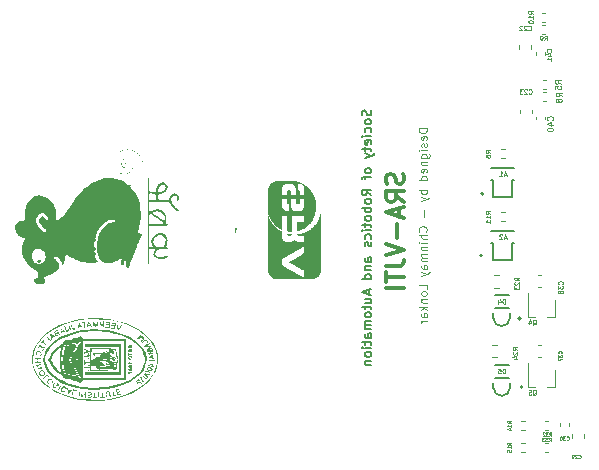
<source format=gbr>
%TF.GenerationSoftware,KiCad,Pcbnew,6.0.11-2627ca5db0~126~ubuntu22.04.1*%
%TF.CreationDate,2023-03-12T15:28:39+05:30*%
%TF.ProjectId,mushak_pcb,6d757368-616b-45f7-9063-622e6b696361,rev?*%
%TF.SameCoordinates,Original*%
%TF.FileFunction,Legend,Bot*%
%TF.FilePolarity,Positive*%
%FSLAX46Y46*%
G04 Gerber Fmt 4.6, Leading zero omitted, Abs format (unit mm)*
G04 Created by KiCad (PCBNEW 6.0.11-2627ca5db0~126~ubuntu22.04.1) date 2023-03-12 15:28:39*
%MOMM*%
%LPD*%
G01*
G04 APERTURE LIST*
%ADD10C,0.150000*%
%ADD11C,0.090000*%
%ADD12C,0.375000*%
%ADD13C,0.075000*%
%ADD14C,0.025000*%
%ADD15C,0.100000*%
%ADD16C,0.300000*%
%ADD17C,0.120000*%
%ADD18C,0.127000*%
%ADD19C,0.200000*%
G04 APERTURE END LIST*
D10*
X186473809Y-86850000D02*
X186511904Y-86964285D01*
X186511904Y-87154761D01*
X186473809Y-87230952D01*
X186435714Y-87269047D01*
X186359523Y-87307142D01*
X186283333Y-87307142D01*
X186207142Y-87269047D01*
X186169047Y-87230952D01*
X186130952Y-87154761D01*
X186092857Y-87002380D01*
X186054761Y-86926190D01*
X186016666Y-86888095D01*
X185940476Y-86850000D01*
X185864285Y-86850000D01*
X185788095Y-86888095D01*
X185750000Y-86926190D01*
X185711904Y-87002380D01*
X185711904Y-87192857D01*
X185750000Y-87307142D01*
X186511904Y-87764285D02*
X186473809Y-87688095D01*
X186435714Y-87650000D01*
X186359523Y-87611904D01*
X186130952Y-87611904D01*
X186054761Y-87650000D01*
X186016666Y-87688095D01*
X185978571Y-87764285D01*
X185978571Y-87878571D01*
X186016666Y-87954761D01*
X186054761Y-87992857D01*
X186130952Y-88030952D01*
X186359523Y-88030952D01*
X186435714Y-87992857D01*
X186473809Y-87954761D01*
X186511904Y-87878571D01*
X186511904Y-87764285D01*
X186473809Y-88716666D02*
X186511904Y-88640476D01*
X186511904Y-88488095D01*
X186473809Y-88411904D01*
X186435714Y-88373809D01*
X186359523Y-88335714D01*
X186130952Y-88335714D01*
X186054761Y-88373809D01*
X186016666Y-88411904D01*
X185978571Y-88488095D01*
X185978571Y-88640476D01*
X186016666Y-88716666D01*
X186511904Y-89059523D02*
X185978571Y-89059523D01*
X185711904Y-89059523D02*
X185750000Y-89021428D01*
X185788095Y-89059523D01*
X185750000Y-89097619D01*
X185711904Y-89059523D01*
X185788095Y-89059523D01*
X186473809Y-89745238D02*
X186511904Y-89669047D01*
X186511904Y-89516666D01*
X186473809Y-89440476D01*
X186397619Y-89402380D01*
X186092857Y-89402380D01*
X186016666Y-89440476D01*
X185978571Y-89516666D01*
X185978571Y-89669047D01*
X186016666Y-89745238D01*
X186092857Y-89783333D01*
X186169047Y-89783333D01*
X186245238Y-89402380D01*
X185978571Y-90011904D02*
X185978571Y-90316666D01*
X185711904Y-90126190D02*
X186397619Y-90126190D01*
X186473809Y-90164285D01*
X186511904Y-90240476D01*
X186511904Y-90316666D01*
X185978571Y-90507142D02*
X186511904Y-90697619D01*
X185978571Y-90888095D02*
X186511904Y-90697619D01*
X186702380Y-90621428D01*
X186740476Y-90583333D01*
X186778571Y-90507142D01*
X186511904Y-91916666D02*
X186473809Y-91840476D01*
X186435714Y-91802380D01*
X186359523Y-91764285D01*
X186130952Y-91764285D01*
X186054761Y-91802380D01*
X186016666Y-91840476D01*
X185978571Y-91916666D01*
X185978571Y-92030952D01*
X186016666Y-92107142D01*
X186054761Y-92145238D01*
X186130952Y-92183333D01*
X186359523Y-92183333D01*
X186435714Y-92145238D01*
X186473809Y-92107142D01*
X186511904Y-92030952D01*
X186511904Y-91916666D01*
X185978571Y-92411904D02*
X185978571Y-92716666D01*
X186511904Y-92526190D02*
X185826190Y-92526190D01*
X185750000Y-92564285D01*
X185711904Y-92640476D01*
X185711904Y-92716666D01*
X186511904Y-94050000D02*
X186130952Y-93783333D01*
X186511904Y-93592857D02*
X185711904Y-93592857D01*
X185711904Y-93897619D01*
X185750000Y-93973809D01*
X185788095Y-94011904D01*
X185864285Y-94050000D01*
X185978571Y-94050000D01*
X186054761Y-94011904D01*
X186092857Y-93973809D01*
X186130952Y-93897619D01*
X186130952Y-93592857D01*
X186511904Y-94507142D02*
X186473809Y-94430952D01*
X186435714Y-94392857D01*
X186359523Y-94354761D01*
X186130952Y-94354761D01*
X186054761Y-94392857D01*
X186016666Y-94430952D01*
X185978571Y-94507142D01*
X185978571Y-94621428D01*
X186016666Y-94697619D01*
X186054761Y-94735714D01*
X186130952Y-94773809D01*
X186359523Y-94773809D01*
X186435714Y-94735714D01*
X186473809Y-94697619D01*
X186511904Y-94621428D01*
X186511904Y-94507142D01*
X186511904Y-95116666D02*
X185711904Y-95116666D01*
X186016666Y-95116666D02*
X185978571Y-95192857D01*
X185978571Y-95345238D01*
X186016666Y-95421428D01*
X186054761Y-95459523D01*
X186130952Y-95497619D01*
X186359523Y-95497619D01*
X186435714Y-95459523D01*
X186473809Y-95421428D01*
X186511904Y-95345238D01*
X186511904Y-95192857D01*
X186473809Y-95116666D01*
X186511904Y-95954761D02*
X186473809Y-95878571D01*
X186435714Y-95840476D01*
X186359523Y-95802380D01*
X186130952Y-95802380D01*
X186054761Y-95840476D01*
X186016666Y-95878571D01*
X185978571Y-95954761D01*
X185978571Y-96069047D01*
X186016666Y-96145238D01*
X186054761Y-96183333D01*
X186130952Y-96221428D01*
X186359523Y-96221428D01*
X186435714Y-96183333D01*
X186473809Y-96145238D01*
X186511904Y-96069047D01*
X186511904Y-95954761D01*
X185978571Y-96450000D02*
X185978571Y-96754761D01*
X185711904Y-96564285D02*
X186397619Y-96564285D01*
X186473809Y-96602380D01*
X186511904Y-96678571D01*
X186511904Y-96754761D01*
X186511904Y-97021428D02*
X185978571Y-97021428D01*
X185711904Y-97021428D02*
X185750000Y-96983333D01*
X185788095Y-97021428D01*
X185750000Y-97059523D01*
X185711904Y-97021428D01*
X185788095Y-97021428D01*
X186473809Y-97745238D02*
X186511904Y-97669047D01*
X186511904Y-97516666D01*
X186473809Y-97440476D01*
X186435714Y-97402380D01*
X186359523Y-97364285D01*
X186130952Y-97364285D01*
X186054761Y-97402380D01*
X186016666Y-97440476D01*
X185978571Y-97516666D01*
X185978571Y-97669047D01*
X186016666Y-97745238D01*
X186473809Y-98050000D02*
X186511904Y-98126190D01*
X186511904Y-98278571D01*
X186473809Y-98354761D01*
X186397619Y-98392857D01*
X186359523Y-98392857D01*
X186283333Y-98354761D01*
X186245238Y-98278571D01*
X186245238Y-98164285D01*
X186207142Y-98088095D01*
X186130952Y-98050000D01*
X186092857Y-98050000D01*
X186016666Y-98088095D01*
X185978571Y-98164285D01*
X185978571Y-98278571D01*
X186016666Y-98354761D01*
X186511904Y-99688095D02*
X186092857Y-99688095D01*
X186016666Y-99650000D01*
X185978571Y-99573809D01*
X185978571Y-99421428D01*
X186016666Y-99345238D01*
X186473809Y-99688095D02*
X186511904Y-99611904D01*
X186511904Y-99421428D01*
X186473809Y-99345238D01*
X186397619Y-99307142D01*
X186321428Y-99307142D01*
X186245238Y-99345238D01*
X186207142Y-99421428D01*
X186207142Y-99611904D01*
X186169047Y-99688095D01*
X185978571Y-100069047D02*
X186511904Y-100069047D01*
X186054761Y-100069047D02*
X186016666Y-100107142D01*
X185978571Y-100183333D01*
X185978571Y-100297619D01*
X186016666Y-100373809D01*
X186092857Y-100411904D01*
X186511904Y-100411904D01*
X186511904Y-101135714D02*
X185711904Y-101135714D01*
X186473809Y-101135714D02*
X186511904Y-101059523D01*
X186511904Y-100907142D01*
X186473809Y-100830952D01*
X186435714Y-100792857D01*
X186359523Y-100754761D01*
X186130952Y-100754761D01*
X186054761Y-100792857D01*
X186016666Y-100830952D01*
X185978571Y-100907142D01*
X185978571Y-101059523D01*
X186016666Y-101135714D01*
X186283333Y-102088095D02*
X186283333Y-102469047D01*
X186511904Y-102011904D02*
X185711904Y-102278571D01*
X186511904Y-102545238D01*
X185978571Y-103154761D02*
X186511904Y-103154761D01*
X185978571Y-102811904D02*
X186397619Y-102811904D01*
X186473809Y-102850000D01*
X186511904Y-102926190D01*
X186511904Y-103040476D01*
X186473809Y-103116666D01*
X186435714Y-103154761D01*
X185978571Y-103421428D02*
X185978571Y-103726190D01*
X185711904Y-103535714D02*
X186397619Y-103535714D01*
X186473809Y-103573809D01*
X186511904Y-103650000D01*
X186511904Y-103726190D01*
X186511904Y-104107142D02*
X186473809Y-104030952D01*
X186435714Y-103992857D01*
X186359523Y-103954761D01*
X186130952Y-103954761D01*
X186054761Y-103992857D01*
X186016666Y-104030952D01*
X185978571Y-104107142D01*
X185978571Y-104221428D01*
X186016666Y-104297619D01*
X186054761Y-104335714D01*
X186130952Y-104373809D01*
X186359523Y-104373809D01*
X186435714Y-104335714D01*
X186473809Y-104297619D01*
X186511904Y-104221428D01*
X186511904Y-104107142D01*
X186511904Y-104716666D02*
X185978571Y-104716666D01*
X186054761Y-104716666D02*
X186016666Y-104754761D01*
X185978571Y-104830952D01*
X185978571Y-104945238D01*
X186016666Y-105021428D01*
X186092857Y-105059523D01*
X186511904Y-105059523D01*
X186092857Y-105059523D02*
X186016666Y-105097619D01*
X185978571Y-105173809D01*
X185978571Y-105288095D01*
X186016666Y-105364285D01*
X186092857Y-105402380D01*
X186511904Y-105402380D01*
X186511904Y-106126190D02*
X186092857Y-106126190D01*
X186016666Y-106088095D01*
X185978571Y-106011904D01*
X185978571Y-105859523D01*
X186016666Y-105783333D01*
X186473809Y-106126190D02*
X186511904Y-106050000D01*
X186511904Y-105859523D01*
X186473809Y-105783333D01*
X186397619Y-105745238D01*
X186321428Y-105745238D01*
X186245238Y-105783333D01*
X186207142Y-105859523D01*
X186207142Y-106050000D01*
X186169047Y-106126190D01*
X185978571Y-106392857D02*
X185978571Y-106697619D01*
X185711904Y-106507142D02*
X186397619Y-106507142D01*
X186473809Y-106545238D01*
X186511904Y-106621428D01*
X186511904Y-106697619D01*
X186511904Y-106964285D02*
X185978571Y-106964285D01*
X185711904Y-106964285D02*
X185750000Y-106926190D01*
X185788095Y-106964285D01*
X185750000Y-107002380D01*
X185711904Y-106964285D01*
X185788095Y-106964285D01*
X186511904Y-107459523D02*
X186473809Y-107383333D01*
X186435714Y-107345238D01*
X186359523Y-107307142D01*
X186130952Y-107307142D01*
X186054761Y-107345238D01*
X186016666Y-107383333D01*
X185978571Y-107459523D01*
X185978571Y-107573809D01*
X186016666Y-107650000D01*
X186054761Y-107688095D01*
X186130952Y-107726190D01*
X186359523Y-107726190D01*
X186435714Y-107688095D01*
X186473809Y-107650000D01*
X186511904Y-107573809D01*
X186511904Y-107459523D01*
X185978571Y-108069047D02*
X186511904Y-108069047D01*
X186054761Y-108069047D02*
X186016666Y-108107142D01*
X185978571Y-108183333D01*
X185978571Y-108297619D01*
X186016666Y-108373809D01*
X186092857Y-108411904D01*
X186511904Y-108411904D01*
D11*
X191216666Y-88400000D02*
X190516666Y-88400000D01*
X190516666Y-88566666D01*
X190550000Y-88666666D01*
X190616666Y-88733333D01*
X190683333Y-88766666D01*
X190816666Y-88800000D01*
X190916666Y-88800000D01*
X191050000Y-88766666D01*
X191116666Y-88733333D01*
X191183333Y-88666666D01*
X191216666Y-88566666D01*
X191216666Y-88400000D01*
X191183333Y-89366666D02*
X191216666Y-89300000D01*
X191216666Y-89166666D01*
X191183333Y-89100000D01*
X191116666Y-89066666D01*
X190850000Y-89066666D01*
X190783333Y-89100000D01*
X190750000Y-89166666D01*
X190750000Y-89300000D01*
X190783333Y-89366666D01*
X190850000Y-89400000D01*
X190916666Y-89400000D01*
X190983333Y-89066666D01*
X191183333Y-89666666D02*
X191216666Y-89733333D01*
X191216666Y-89866666D01*
X191183333Y-89933333D01*
X191116666Y-89966666D01*
X191083333Y-89966666D01*
X191016666Y-89933333D01*
X190983333Y-89866666D01*
X190983333Y-89766666D01*
X190950000Y-89700000D01*
X190883333Y-89666666D01*
X190850000Y-89666666D01*
X190783333Y-89700000D01*
X190750000Y-89766666D01*
X190750000Y-89866666D01*
X190783333Y-89933333D01*
X191216666Y-90266666D02*
X190750000Y-90266666D01*
X190516666Y-90266666D02*
X190550000Y-90233333D01*
X190583333Y-90266666D01*
X190550000Y-90300000D01*
X190516666Y-90266666D01*
X190583333Y-90266666D01*
X190750000Y-90900000D02*
X191316666Y-90900000D01*
X191383333Y-90866666D01*
X191416666Y-90833333D01*
X191450000Y-90766666D01*
X191450000Y-90666666D01*
X191416666Y-90600000D01*
X191183333Y-90900000D02*
X191216666Y-90833333D01*
X191216666Y-90700000D01*
X191183333Y-90633333D01*
X191150000Y-90600000D01*
X191083333Y-90566666D01*
X190883333Y-90566666D01*
X190816666Y-90600000D01*
X190783333Y-90633333D01*
X190750000Y-90700000D01*
X190750000Y-90833333D01*
X190783333Y-90900000D01*
X190750000Y-91233333D02*
X191216666Y-91233333D01*
X190816666Y-91233333D02*
X190783333Y-91266666D01*
X190750000Y-91333333D01*
X190750000Y-91433333D01*
X190783333Y-91500000D01*
X190850000Y-91533333D01*
X191216666Y-91533333D01*
X191183333Y-92133333D02*
X191216666Y-92066666D01*
X191216666Y-91933333D01*
X191183333Y-91866666D01*
X191116666Y-91833333D01*
X190850000Y-91833333D01*
X190783333Y-91866666D01*
X190750000Y-91933333D01*
X190750000Y-92066666D01*
X190783333Y-92133333D01*
X190850000Y-92166666D01*
X190916666Y-92166666D01*
X190983333Y-91833333D01*
X191216666Y-92766666D02*
X190516666Y-92766666D01*
X191183333Y-92766666D02*
X191216666Y-92700000D01*
X191216666Y-92566666D01*
X191183333Y-92500000D01*
X191150000Y-92466666D01*
X191083333Y-92433333D01*
X190883333Y-92433333D01*
X190816666Y-92466666D01*
X190783333Y-92500000D01*
X190750000Y-92566666D01*
X190750000Y-92700000D01*
X190783333Y-92766666D01*
X191216666Y-93633333D02*
X190516666Y-93633333D01*
X190783333Y-93633333D02*
X190750000Y-93700000D01*
X190750000Y-93833333D01*
X190783333Y-93900000D01*
X190816666Y-93933333D01*
X190883333Y-93966666D01*
X191083333Y-93966666D01*
X191150000Y-93933333D01*
X191183333Y-93900000D01*
X191216666Y-93833333D01*
X191216666Y-93700000D01*
X191183333Y-93633333D01*
X190750000Y-94200000D02*
X191216666Y-94366666D01*
X190750000Y-94533333D02*
X191216666Y-94366666D01*
X191383333Y-94300000D01*
X191416666Y-94266666D01*
X191450000Y-94200000D01*
X190950000Y-95333333D02*
X190950000Y-95866666D01*
X191150000Y-97133333D02*
X191183333Y-97100000D01*
X191216666Y-97000000D01*
X191216666Y-96933333D01*
X191183333Y-96833333D01*
X191116666Y-96766666D01*
X191050000Y-96733333D01*
X190916666Y-96700000D01*
X190816666Y-96700000D01*
X190683333Y-96733333D01*
X190616666Y-96766666D01*
X190550000Y-96833333D01*
X190516666Y-96933333D01*
X190516666Y-97000000D01*
X190550000Y-97100000D01*
X190583333Y-97133333D01*
X191216666Y-97433333D02*
X190516666Y-97433333D01*
X191216666Y-97733333D02*
X190850000Y-97733333D01*
X190783333Y-97700000D01*
X190750000Y-97633333D01*
X190750000Y-97533333D01*
X190783333Y-97466666D01*
X190816666Y-97433333D01*
X191216666Y-98066666D02*
X190750000Y-98066666D01*
X190516666Y-98066666D02*
X190550000Y-98033333D01*
X190583333Y-98066666D01*
X190550000Y-98100000D01*
X190516666Y-98066666D01*
X190583333Y-98066666D01*
X190750000Y-98400000D02*
X191216666Y-98400000D01*
X190816666Y-98400000D02*
X190783333Y-98433333D01*
X190750000Y-98500000D01*
X190750000Y-98600000D01*
X190783333Y-98666666D01*
X190850000Y-98700000D01*
X191216666Y-98700000D01*
X191216666Y-99033333D02*
X190750000Y-99033333D01*
X190816666Y-99033333D02*
X190783333Y-99066666D01*
X190750000Y-99133333D01*
X190750000Y-99233333D01*
X190783333Y-99300000D01*
X190850000Y-99333333D01*
X191216666Y-99333333D01*
X190850000Y-99333333D02*
X190783333Y-99366666D01*
X190750000Y-99433333D01*
X190750000Y-99533333D01*
X190783333Y-99600000D01*
X190850000Y-99633333D01*
X191216666Y-99633333D01*
X191216666Y-100266666D02*
X190850000Y-100266666D01*
X190783333Y-100233333D01*
X190750000Y-100166666D01*
X190750000Y-100033333D01*
X190783333Y-99966666D01*
X191183333Y-100266666D02*
X191216666Y-100200000D01*
X191216666Y-100033333D01*
X191183333Y-99966666D01*
X191116666Y-99933333D01*
X191050000Y-99933333D01*
X190983333Y-99966666D01*
X190950000Y-100033333D01*
X190950000Y-100200000D01*
X190916666Y-100266666D01*
X190750000Y-100533333D02*
X191216666Y-100700000D01*
X190750000Y-100866666D02*
X191216666Y-100700000D01*
X191383333Y-100633333D01*
X191416666Y-100600000D01*
X191450000Y-100533333D01*
X191216666Y-102000000D02*
X191216666Y-101666666D01*
X190516666Y-101666666D01*
X191216666Y-102333333D02*
X191183333Y-102266666D01*
X191150000Y-102233333D01*
X191083333Y-102200000D01*
X190883333Y-102200000D01*
X190816666Y-102233333D01*
X190783333Y-102266666D01*
X190750000Y-102333333D01*
X190750000Y-102433333D01*
X190783333Y-102500000D01*
X190816666Y-102533333D01*
X190883333Y-102566666D01*
X191083333Y-102566666D01*
X191150000Y-102533333D01*
X191183333Y-102500000D01*
X191216666Y-102433333D01*
X191216666Y-102333333D01*
X190750000Y-102866666D02*
X191216666Y-102866666D01*
X190816666Y-102866666D02*
X190783333Y-102900000D01*
X190750000Y-102966666D01*
X190750000Y-103066666D01*
X190783333Y-103133333D01*
X190850000Y-103166666D01*
X191216666Y-103166666D01*
X191216666Y-103500000D02*
X190516666Y-103500000D01*
X190950000Y-103566666D02*
X191216666Y-103766666D01*
X190750000Y-103766666D02*
X191016666Y-103500000D01*
X191216666Y-104366666D02*
X190850000Y-104366666D01*
X190783333Y-104333333D01*
X190750000Y-104266666D01*
X190750000Y-104133333D01*
X190783333Y-104066666D01*
X191183333Y-104366666D02*
X191216666Y-104300000D01*
X191216666Y-104133333D01*
X191183333Y-104066666D01*
X191116666Y-104033333D01*
X191050000Y-104033333D01*
X190983333Y-104066666D01*
X190950000Y-104133333D01*
X190950000Y-104300000D01*
X190916666Y-104366666D01*
X191216666Y-104700000D02*
X190750000Y-104700000D01*
X190883333Y-104700000D02*
X190816666Y-104733333D01*
X190783333Y-104766666D01*
X190750000Y-104833333D01*
X190750000Y-104900000D01*
D12*
X189207142Y-92232142D02*
X189278571Y-92446428D01*
X189278571Y-92803571D01*
X189207142Y-92946428D01*
X189135714Y-93017857D01*
X188992857Y-93089285D01*
X188850000Y-93089285D01*
X188707142Y-93017857D01*
X188635714Y-92946428D01*
X188564285Y-92803571D01*
X188492857Y-92517857D01*
X188421428Y-92375000D01*
X188350000Y-92303571D01*
X188207142Y-92232142D01*
X188064285Y-92232142D01*
X187921428Y-92303571D01*
X187850000Y-92375000D01*
X187778571Y-92517857D01*
X187778571Y-92875000D01*
X187850000Y-93089285D01*
X189278571Y-94589285D02*
X188564285Y-94089285D01*
X189278571Y-93732142D02*
X187778571Y-93732142D01*
X187778571Y-94303571D01*
X187850000Y-94446428D01*
X187921428Y-94517857D01*
X188064285Y-94589285D01*
X188278571Y-94589285D01*
X188421428Y-94517857D01*
X188492857Y-94446428D01*
X188564285Y-94303571D01*
X188564285Y-93732142D01*
X188850000Y-95160714D02*
X188850000Y-95875000D01*
X189278571Y-95017857D02*
X187778571Y-95517857D01*
X189278571Y-96017857D01*
X188707142Y-96517857D02*
X188707142Y-97660714D01*
X187778571Y-98160714D02*
X189278571Y-98660714D01*
X187778571Y-99160714D01*
X187778571Y-100089285D02*
X188850000Y-100089285D01*
X189064285Y-100017857D01*
X189207142Y-99875000D01*
X189278571Y-99660714D01*
X189278571Y-99517857D01*
X187778571Y-100589285D02*
X187778571Y-101446428D01*
X189278571Y-101017857D02*
X187778571Y-101017857D01*
X189278571Y-101946428D02*
X187778571Y-101946428D01*
D13*
%TO.C,R15*%
X198335714Y-115207142D02*
X198192857Y-115107142D01*
X198335714Y-115035714D02*
X198035714Y-115035714D01*
X198035714Y-115150000D01*
X198050000Y-115178571D01*
X198064285Y-115192857D01*
X198092857Y-115207142D01*
X198135714Y-115207142D01*
X198164285Y-115192857D01*
X198178571Y-115178571D01*
X198192857Y-115150000D01*
X198192857Y-115035714D01*
X198335714Y-115492857D02*
X198335714Y-115321428D01*
X198335714Y-115407142D02*
X198035714Y-115407142D01*
X198078571Y-115378571D01*
X198107142Y-115350000D01*
X198121428Y-115321428D01*
X198035714Y-115764285D02*
X198035714Y-115621428D01*
X198178571Y-115607142D01*
X198164285Y-115621428D01*
X198150000Y-115650000D01*
X198150000Y-115721428D01*
X198164285Y-115750000D01*
X198178571Y-115764285D01*
X198207142Y-115778571D01*
X198278571Y-115778571D01*
X198307142Y-115764285D01*
X198321428Y-115750000D01*
X198335714Y-115721428D01*
X198335714Y-115650000D01*
X198321428Y-115621428D01*
X198307142Y-115607142D01*
D14*
%TO.C,G\u002A\u002A\u002A*%
X174950000Y-96911904D02*
X174945238Y-96902380D01*
X174945238Y-96888095D01*
X174950000Y-96873809D01*
X174959523Y-96864285D01*
X174969047Y-96859523D01*
X174988095Y-96854761D01*
X175002380Y-96854761D01*
X175021428Y-96859523D01*
X175030952Y-96864285D01*
X175040476Y-96873809D01*
X175045238Y-96888095D01*
X175045238Y-96897619D01*
X175040476Y-96911904D01*
X175035714Y-96916666D01*
X175002380Y-96916666D01*
X175002380Y-96897619D01*
X174945238Y-96973809D02*
X174969047Y-96973809D01*
X174959523Y-96950000D02*
X174969047Y-96973809D01*
X174959523Y-96997619D01*
X174988095Y-96959523D02*
X174969047Y-96973809D01*
X174988095Y-96988095D01*
X174945238Y-97050000D02*
X174969047Y-97050000D01*
X174959523Y-97026190D02*
X174969047Y-97050000D01*
X174959523Y-97073809D01*
X174988095Y-97035714D02*
X174969047Y-97050000D01*
X174988095Y-97064285D01*
X174945238Y-97126190D02*
X174969047Y-97126190D01*
X174959523Y-97102380D02*
X174969047Y-97126190D01*
X174959523Y-97150000D01*
X174988095Y-97111904D02*
X174969047Y-97126190D01*
X174988095Y-97140476D01*
D15*
%TO.C,R6*%
X196580952Y-90483333D02*
X196390476Y-90350000D01*
X196580952Y-90254761D02*
X196180952Y-90254761D01*
X196180952Y-90407142D01*
X196200000Y-90445238D01*
X196219047Y-90464285D01*
X196257142Y-90483333D01*
X196314285Y-90483333D01*
X196352380Y-90464285D01*
X196371428Y-90445238D01*
X196390476Y-90407142D01*
X196390476Y-90254761D01*
X196180952Y-90826190D02*
X196180952Y-90750000D01*
X196200000Y-90711904D01*
X196219047Y-90692857D01*
X196276190Y-90654761D01*
X196352380Y-90635714D01*
X196504761Y-90635714D01*
X196542857Y-90654761D01*
X196561904Y-90673809D01*
X196580952Y-90711904D01*
X196580952Y-90788095D01*
X196561904Y-90826190D01*
X196542857Y-90845238D01*
X196504761Y-90864285D01*
X196409523Y-90864285D01*
X196371428Y-90845238D01*
X196352380Y-90826190D01*
X196333333Y-90788095D01*
X196333333Y-90711904D01*
X196352380Y-90673809D01*
X196371428Y-90654761D01*
X196409523Y-90635714D01*
%TO.C,R10*%
X200205952Y-78717857D02*
X200015476Y-78584523D01*
X200205952Y-78489285D02*
X199805952Y-78489285D01*
X199805952Y-78641666D01*
X199825000Y-78679761D01*
X199844047Y-78698809D01*
X199882142Y-78717857D01*
X199939285Y-78717857D01*
X199977380Y-78698809D01*
X199996428Y-78679761D01*
X200015476Y-78641666D01*
X200015476Y-78489285D01*
X200205952Y-79098809D02*
X200205952Y-78870238D01*
X200205952Y-78984523D02*
X199805952Y-78984523D01*
X199863095Y-78946428D01*
X199901190Y-78908333D01*
X199920238Y-78870238D01*
X199805952Y-79346428D02*
X199805952Y-79384523D01*
X199825000Y-79422619D01*
X199844047Y-79441666D01*
X199882142Y-79460714D01*
X199958333Y-79479761D01*
X200053571Y-79479761D01*
X200129761Y-79460714D01*
X200167857Y-79441666D01*
X200186904Y-79422619D01*
X200205952Y-79384523D01*
X200205952Y-79346428D01*
X200186904Y-79308333D01*
X200167857Y-79289285D01*
X200129761Y-79270238D01*
X200053571Y-79251190D01*
X199958333Y-79251190D01*
X199882142Y-79270238D01*
X199844047Y-79289285D01*
X199825000Y-79308333D01*
X199805952Y-79346428D01*
%TO.C,C41*%
X201717857Y-81892857D02*
X201736904Y-81873809D01*
X201755952Y-81816666D01*
X201755952Y-81778571D01*
X201736904Y-81721428D01*
X201698809Y-81683333D01*
X201660714Y-81664285D01*
X201584523Y-81645238D01*
X201527380Y-81645238D01*
X201451190Y-81664285D01*
X201413095Y-81683333D01*
X201375000Y-81721428D01*
X201355952Y-81778571D01*
X201355952Y-81816666D01*
X201375000Y-81873809D01*
X201394047Y-81892857D01*
X201489285Y-82235714D02*
X201755952Y-82235714D01*
X201336904Y-82140476D02*
X201622619Y-82045238D01*
X201622619Y-82292857D01*
X201755952Y-82654761D02*
X201755952Y-82426190D01*
X201755952Y-82540476D02*
X201355952Y-82540476D01*
X201413095Y-82502380D01*
X201451190Y-82464285D01*
X201470238Y-82426190D01*
%TO.C,D4*%
X197845238Y-103230952D02*
X197845238Y-102830952D01*
X197750000Y-102830952D01*
X197692857Y-102850000D01*
X197654761Y-102888095D01*
X197635714Y-102926190D01*
X197616666Y-103002380D01*
X197616666Y-103059523D01*
X197635714Y-103135714D01*
X197654761Y-103173809D01*
X197692857Y-103211904D01*
X197750000Y-103230952D01*
X197845238Y-103230952D01*
X197273809Y-102964285D02*
X197273809Y-103230952D01*
X197369047Y-102811904D02*
X197464285Y-103097619D01*
X197216666Y-103097619D01*
D13*
%TO.C,C37*%
X202607142Y-107457142D02*
X202621428Y-107442857D01*
X202635714Y-107400000D01*
X202635714Y-107371428D01*
X202621428Y-107328571D01*
X202592857Y-107300000D01*
X202564285Y-107285714D01*
X202507142Y-107271428D01*
X202464285Y-107271428D01*
X202407142Y-107285714D01*
X202378571Y-107300000D01*
X202350000Y-107328571D01*
X202335714Y-107371428D01*
X202335714Y-107400000D01*
X202350000Y-107442857D01*
X202364285Y-107457142D01*
X202335714Y-107557142D02*
X202335714Y-107742857D01*
X202450000Y-107642857D01*
X202450000Y-107685714D01*
X202464285Y-107714285D01*
X202478571Y-107728571D01*
X202507142Y-107742857D01*
X202578571Y-107742857D01*
X202607142Y-107728571D01*
X202621428Y-107714285D01*
X202635714Y-107685714D01*
X202635714Y-107600000D01*
X202621428Y-107571428D01*
X202607142Y-107557142D01*
X202335714Y-107842857D02*
X202335714Y-108042857D01*
X202635714Y-107914285D01*
%TO.C,R14*%
X198335714Y-113357142D02*
X198192857Y-113257142D01*
X198335714Y-113185714D02*
X198035714Y-113185714D01*
X198035714Y-113300000D01*
X198050000Y-113328571D01*
X198064285Y-113342857D01*
X198092857Y-113357142D01*
X198135714Y-113357142D01*
X198164285Y-113342857D01*
X198178571Y-113328571D01*
X198192857Y-113300000D01*
X198192857Y-113185714D01*
X198335714Y-113642857D02*
X198335714Y-113471428D01*
X198335714Y-113557142D02*
X198035714Y-113557142D01*
X198078571Y-113528571D01*
X198107142Y-113500000D01*
X198121428Y-113471428D01*
X198135714Y-113900000D02*
X198335714Y-113900000D01*
X198021428Y-113828571D02*
X198235714Y-113757142D01*
X198235714Y-113942857D01*
%TO.C,C29*%
X204042857Y-116307142D02*
X204057142Y-116321428D01*
X204100000Y-116335714D01*
X204128571Y-116335714D01*
X204171428Y-116321428D01*
X204200000Y-116292857D01*
X204214285Y-116264285D01*
X204228571Y-116207142D01*
X204228571Y-116164285D01*
X204214285Y-116107142D01*
X204200000Y-116078571D01*
X204171428Y-116050000D01*
X204128571Y-116035714D01*
X204100000Y-116035714D01*
X204057142Y-116050000D01*
X204042857Y-116064285D01*
X203928571Y-116064285D02*
X203914285Y-116050000D01*
X203885714Y-116035714D01*
X203814285Y-116035714D01*
X203785714Y-116050000D01*
X203771428Y-116064285D01*
X203757142Y-116092857D01*
X203757142Y-116121428D01*
X203771428Y-116164285D01*
X203942857Y-116335714D01*
X203757142Y-116335714D01*
X203614285Y-116335714D02*
X203557142Y-116335714D01*
X203528571Y-116321428D01*
X203514285Y-116307142D01*
X203485714Y-116264285D01*
X203471428Y-116207142D01*
X203471428Y-116092857D01*
X203485714Y-116064285D01*
X203500000Y-116050000D01*
X203528571Y-116035714D01*
X203585714Y-116035714D01*
X203614285Y-116050000D01*
X203628571Y-116064285D01*
X203642857Y-116092857D01*
X203642857Y-116164285D01*
X203628571Y-116192857D01*
X203614285Y-116207142D01*
X203585714Y-116221428D01*
X203528571Y-116221428D01*
X203500000Y-116207142D01*
X203485714Y-116192857D01*
X203471428Y-116164285D01*
D15*
%TO.C,C40*%
X201853571Y-87678571D02*
X201877380Y-87654761D01*
X201901190Y-87583333D01*
X201901190Y-87535714D01*
X201877380Y-87464285D01*
X201829761Y-87416666D01*
X201782142Y-87392857D01*
X201686904Y-87369047D01*
X201615476Y-87369047D01*
X201520238Y-87392857D01*
X201472619Y-87416666D01*
X201425000Y-87464285D01*
X201401190Y-87535714D01*
X201401190Y-87583333D01*
X201425000Y-87654761D01*
X201448809Y-87678571D01*
X201567857Y-88107142D02*
X201901190Y-88107142D01*
X201377380Y-87988095D02*
X201734523Y-87869047D01*
X201734523Y-88178571D01*
X201401190Y-88464285D02*
X201401190Y-88511904D01*
X201425000Y-88559523D01*
X201448809Y-88583333D01*
X201496428Y-88607142D01*
X201591666Y-88630952D01*
X201710714Y-88630952D01*
X201805952Y-88607142D01*
X201853571Y-88583333D01*
X201877380Y-88559523D01*
X201901190Y-88511904D01*
X201901190Y-88464285D01*
X201877380Y-88416666D01*
X201853571Y-88392857D01*
X201805952Y-88369047D01*
X201710714Y-88345238D01*
X201591666Y-88345238D01*
X201496428Y-88369047D01*
X201448809Y-88392857D01*
X201425000Y-88416666D01*
X201401190Y-88464285D01*
%TO.C,A2*%
X197935714Y-97666666D02*
X197745238Y-97666666D01*
X197973809Y-97780952D02*
X197840476Y-97380952D01*
X197707142Y-97780952D01*
X197592857Y-97419047D02*
X197573809Y-97400000D01*
X197535714Y-97380952D01*
X197440476Y-97380952D01*
X197402380Y-97400000D01*
X197383333Y-97419047D01*
X197364285Y-97457142D01*
X197364285Y-97495238D01*
X197383333Y-97552380D01*
X197611904Y-97780952D01*
X197364285Y-97780952D01*
%TO.C,C38*%
X202692857Y-101592857D02*
X202711904Y-101573809D01*
X202730952Y-101516666D01*
X202730952Y-101478571D01*
X202711904Y-101421428D01*
X202673809Y-101383333D01*
X202635714Y-101364285D01*
X202559523Y-101345238D01*
X202502380Y-101345238D01*
X202426190Y-101364285D01*
X202388095Y-101383333D01*
X202350000Y-101421428D01*
X202330952Y-101478571D01*
X202330952Y-101516666D01*
X202350000Y-101573809D01*
X202369047Y-101592857D01*
X202330952Y-101726190D02*
X202330952Y-101973809D01*
X202483333Y-101840476D01*
X202483333Y-101897619D01*
X202502380Y-101935714D01*
X202521428Y-101954761D01*
X202559523Y-101973809D01*
X202654761Y-101973809D01*
X202692857Y-101954761D01*
X202711904Y-101935714D01*
X202730952Y-101897619D01*
X202730952Y-101783333D01*
X202711904Y-101745238D01*
X202692857Y-101726190D01*
X202502380Y-102202380D02*
X202483333Y-102164285D01*
X202464285Y-102145238D01*
X202426190Y-102126190D01*
X202407142Y-102126190D01*
X202369047Y-102145238D01*
X202350000Y-102164285D01*
X202330952Y-102202380D01*
X202330952Y-102278571D01*
X202350000Y-102316666D01*
X202369047Y-102335714D01*
X202407142Y-102354761D01*
X202426190Y-102354761D01*
X202464285Y-102335714D01*
X202483333Y-102316666D01*
X202502380Y-102278571D01*
X202502380Y-102202380D01*
X202521428Y-102164285D01*
X202540476Y-102145238D01*
X202578571Y-102126190D01*
X202654761Y-102126190D01*
X202692857Y-102145238D01*
X202711904Y-102164285D01*
X202730952Y-102202380D01*
X202730952Y-102278571D01*
X202711904Y-102316666D01*
X202692857Y-102335714D01*
X202654761Y-102354761D01*
X202578571Y-102354761D01*
X202540476Y-102335714D01*
X202521428Y-102316666D01*
X202502380Y-102278571D01*
%TO.C,Q4*%
X200188095Y-105019047D02*
X200226190Y-105000000D01*
X200264285Y-104961904D01*
X200321428Y-104904761D01*
X200359523Y-104885714D01*
X200397619Y-104885714D01*
X200378571Y-104980952D02*
X200416666Y-104961904D01*
X200454761Y-104923809D01*
X200473809Y-104847619D01*
X200473809Y-104714285D01*
X200454761Y-104638095D01*
X200416666Y-104600000D01*
X200378571Y-104580952D01*
X200302380Y-104580952D01*
X200264285Y-104600000D01*
X200226190Y-104638095D01*
X200207142Y-104714285D01*
X200207142Y-104847619D01*
X200226190Y-104923809D01*
X200264285Y-104961904D01*
X200302380Y-104980952D01*
X200378571Y-104980952D01*
X199864285Y-104714285D02*
X199864285Y-104980952D01*
X199959523Y-104561904D02*
X200054761Y-104847619D01*
X199807142Y-104847619D01*
%TO.C,R9*%
X201166666Y-80955952D02*
X201300000Y-80765476D01*
X201395238Y-80955952D02*
X201395238Y-80555952D01*
X201242857Y-80555952D01*
X201204761Y-80575000D01*
X201185714Y-80594047D01*
X201166666Y-80632142D01*
X201166666Y-80689285D01*
X201185714Y-80727380D01*
X201204761Y-80746428D01*
X201242857Y-80765476D01*
X201395238Y-80765476D01*
X200976190Y-80955952D02*
X200900000Y-80955952D01*
X200861904Y-80936904D01*
X200842857Y-80917857D01*
X200804761Y-80860714D01*
X200785714Y-80784523D01*
X200785714Y-80632142D01*
X200804761Y-80594047D01*
X200823809Y-80575000D01*
X200861904Y-80555952D01*
X200938095Y-80555952D01*
X200976190Y-80575000D01*
X200995238Y-80594047D01*
X201014285Y-80632142D01*
X201014285Y-80727380D01*
X200995238Y-80765476D01*
X200976190Y-80784523D01*
X200938095Y-80803571D01*
X200861904Y-80803571D01*
X200823809Y-80784523D01*
X200804761Y-80765476D01*
X200785714Y-80727380D01*
%TO.C,R5*%
X202576190Y-84616666D02*
X202338095Y-84450000D01*
X202576190Y-84330952D02*
X202076190Y-84330952D01*
X202076190Y-84521428D01*
X202100000Y-84569047D01*
X202123809Y-84592857D01*
X202171428Y-84616666D01*
X202242857Y-84616666D01*
X202290476Y-84592857D01*
X202314285Y-84569047D01*
X202338095Y-84521428D01*
X202338095Y-84330952D01*
X202076190Y-85069047D02*
X202076190Y-84830952D01*
X202314285Y-84807142D01*
X202290476Y-84830952D01*
X202266666Y-84878571D01*
X202266666Y-84997619D01*
X202290476Y-85045238D01*
X202314285Y-85069047D01*
X202361904Y-85092857D01*
X202480952Y-85092857D01*
X202528571Y-85069047D01*
X202552380Y-85045238D01*
X202576190Y-84997619D01*
X202576190Y-84878571D01*
X202552380Y-84830952D01*
X202528571Y-84807142D01*
D16*
%TO.C,G\u002A\u002A\u002A*%
X162488000Y-95557428D02*
X162415428Y-95412285D01*
X162415428Y-95194571D01*
X162488000Y-94976857D01*
X162633142Y-94831714D01*
X162778285Y-94759142D01*
X163068571Y-94686571D01*
X163286285Y-94686571D01*
X163576571Y-94759142D01*
X163721714Y-94831714D01*
X163866857Y-94976857D01*
X163939428Y-95194571D01*
X163939428Y-95339714D01*
X163866857Y-95557428D01*
X163794285Y-95630000D01*
X163286285Y-95630000D01*
X163286285Y-95339714D01*
X162415428Y-96500857D02*
X162778285Y-96500857D01*
X162633142Y-96138000D02*
X162778285Y-96500857D01*
X162633142Y-96863714D01*
X163068571Y-96283142D02*
X162778285Y-96500857D01*
X163068571Y-96718571D01*
X162415428Y-97662000D02*
X162778285Y-97662000D01*
X162633142Y-97299142D02*
X162778285Y-97662000D01*
X162633142Y-98024857D01*
X163068571Y-97444285D02*
X162778285Y-97662000D01*
X163068571Y-97879714D01*
X162415428Y-98823142D02*
X162778285Y-98823142D01*
X162633142Y-98460285D02*
X162778285Y-98823142D01*
X162633142Y-99186000D01*
X163068571Y-98605428D02*
X162778285Y-98823142D01*
X163068571Y-99040857D01*
D15*
%TO.C,C23*%
X199832142Y-85442857D02*
X199851190Y-85461904D01*
X199908333Y-85480952D01*
X199946428Y-85480952D01*
X200003571Y-85461904D01*
X200041666Y-85423809D01*
X200060714Y-85385714D01*
X200079761Y-85309523D01*
X200079761Y-85252380D01*
X200060714Y-85176190D01*
X200041666Y-85138095D01*
X200003571Y-85100000D01*
X199946428Y-85080952D01*
X199908333Y-85080952D01*
X199851190Y-85100000D01*
X199832142Y-85119047D01*
X199679761Y-85119047D02*
X199660714Y-85100000D01*
X199622619Y-85080952D01*
X199527380Y-85080952D01*
X199489285Y-85100000D01*
X199470238Y-85119047D01*
X199451190Y-85157142D01*
X199451190Y-85195238D01*
X199470238Y-85252380D01*
X199698809Y-85480952D01*
X199451190Y-85480952D01*
X199317857Y-85080952D02*
X199070238Y-85080952D01*
X199203571Y-85233333D01*
X199146428Y-85233333D01*
X199108333Y-85252380D01*
X199089285Y-85271428D01*
X199070238Y-85309523D01*
X199070238Y-85404761D01*
X199089285Y-85442857D01*
X199108333Y-85461904D01*
X199146428Y-85480952D01*
X199260714Y-85480952D01*
X199298809Y-85461904D01*
X199317857Y-85442857D01*
D13*
%TO.C,R33*%
X201542857Y-114885714D02*
X201642857Y-114742857D01*
X201714285Y-114885714D02*
X201714285Y-114585714D01*
X201600000Y-114585714D01*
X201571428Y-114600000D01*
X201557142Y-114614285D01*
X201542857Y-114642857D01*
X201542857Y-114685714D01*
X201557142Y-114714285D01*
X201571428Y-114728571D01*
X201600000Y-114742857D01*
X201714285Y-114742857D01*
X201442857Y-114585714D02*
X201257142Y-114585714D01*
X201357142Y-114700000D01*
X201314285Y-114700000D01*
X201285714Y-114714285D01*
X201271428Y-114728571D01*
X201257142Y-114757142D01*
X201257142Y-114828571D01*
X201271428Y-114857142D01*
X201285714Y-114871428D01*
X201314285Y-114885714D01*
X201400000Y-114885714D01*
X201428571Y-114871428D01*
X201442857Y-114857142D01*
X201157142Y-114585714D02*
X200971428Y-114585714D01*
X201071428Y-114700000D01*
X201028571Y-114700000D01*
X201000000Y-114714285D01*
X200985714Y-114728571D01*
X200971428Y-114757142D01*
X200971428Y-114828571D01*
X200985714Y-114857142D01*
X201000000Y-114871428D01*
X201028571Y-114885714D01*
X201114285Y-114885714D01*
X201142857Y-114871428D01*
X201157142Y-114857142D01*
D15*
%TO.C,D5*%
X197845238Y-109130952D02*
X197845238Y-108730952D01*
X197750000Y-108730952D01*
X197692857Y-108750000D01*
X197654761Y-108788095D01*
X197635714Y-108826190D01*
X197616666Y-108902380D01*
X197616666Y-108959523D01*
X197635714Y-109035714D01*
X197654761Y-109073809D01*
X197692857Y-109111904D01*
X197750000Y-109130952D01*
X197845238Y-109130952D01*
X197254761Y-108730952D02*
X197445238Y-108730952D01*
X197464285Y-108921428D01*
X197445238Y-108902380D01*
X197407142Y-108883333D01*
X197311904Y-108883333D01*
X197273809Y-108902380D01*
X197254761Y-108921428D01*
X197235714Y-108959523D01*
X197235714Y-109054761D01*
X197254761Y-109092857D01*
X197273809Y-109111904D01*
X197311904Y-109130952D01*
X197407142Y-109130952D01*
X197445238Y-109111904D01*
X197464285Y-109092857D01*
%TO.C,Q5*%
X200188095Y-110969047D02*
X200226190Y-110950000D01*
X200264285Y-110911904D01*
X200321428Y-110854761D01*
X200359523Y-110835714D01*
X200397619Y-110835714D01*
X200378571Y-110930952D02*
X200416666Y-110911904D01*
X200454761Y-110873809D01*
X200473809Y-110797619D01*
X200473809Y-110664285D01*
X200454761Y-110588095D01*
X200416666Y-110550000D01*
X200378571Y-110530952D01*
X200302380Y-110530952D01*
X200264285Y-110550000D01*
X200226190Y-110588095D01*
X200207142Y-110664285D01*
X200207142Y-110797619D01*
X200226190Y-110873809D01*
X200264285Y-110911904D01*
X200302380Y-110930952D01*
X200378571Y-110930952D01*
X199845238Y-110530952D02*
X200035714Y-110530952D01*
X200054761Y-110721428D01*
X200035714Y-110702380D01*
X199997619Y-110683333D01*
X199902380Y-110683333D01*
X199864285Y-110702380D01*
X199845238Y-110721428D01*
X199826190Y-110759523D01*
X199826190Y-110854761D01*
X199845238Y-110892857D01*
X199864285Y-110911904D01*
X199902380Y-110930952D01*
X199997619Y-110930952D01*
X200035714Y-110911904D01*
X200054761Y-110892857D01*
%TO.C,R24*%
X198880952Y-107167857D02*
X198690476Y-107034523D01*
X198880952Y-106939285D02*
X198480952Y-106939285D01*
X198480952Y-107091666D01*
X198500000Y-107129761D01*
X198519047Y-107148809D01*
X198557142Y-107167857D01*
X198614285Y-107167857D01*
X198652380Y-107148809D01*
X198671428Y-107129761D01*
X198690476Y-107091666D01*
X198690476Y-106939285D01*
X198519047Y-107320238D02*
X198500000Y-107339285D01*
X198480952Y-107377380D01*
X198480952Y-107472619D01*
X198500000Y-107510714D01*
X198519047Y-107529761D01*
X198557142Y-107548809D01*
X198595238Y-107548809D01*
X198652380Y-107529761D01*
X198880952Y-107301190D01*
X198880952Y-107548809D01*
X198614285Y-107891666D02*
X198880952Y-107891666D01*
X198461904Y-107796428D02*
X198747619Y-107701190D01*
X198747619Y-107948809D01*
D13*
%TO.C,R32*%
X201592857Y-114435714D02*
X201692857Y-114292857D01*
X201764285Y-114435714D02*
X201764285Y-114135714D01*
X201650000Y-114135714D01*
X201621428Y-114150000D01*
X201607142Y-114164285D01*
X201592857Y-114192857D01*
X201592857Y-114235714D01*
X201607142Y-114264285D01*
X201621428Y-114278571D01*
X201650000Y-114292857D01*
X201764285Y-114292857D01*
X201492857Y-114135714D02*
X201307142Y-114135714D01*
X201407142Y-114250000D01*
X201364285Y-114250000D01*
X201335714Y-114264285D01*
X201321428Y-114278571D01*
X201307142Y-114307142D01*
X201307142Y-114378571D01*
X201321428Y-114407142D01*
X201335714Y-114421428D01*
X201364285Y-114435714D01*
X201450000Y-114435714D01*
X201478571Y-114421428D01*
X201492857Y-114407142D01*
X201192857Y-114164285D02*
X201178571Y-114150000D01*
X201150000Y-114135714D01*
X201078571Y-114135714D01*
X201050000Y-114150000D01*
X201035714Y-114164285D01*
X201021428Y-114192857D01*
X201021428Y-114221428D01*
X201035714Y-114264285D01*
X201207142Y-114435714D01*
X201021428Y-114435714D01*
D15*
%TO.C,C22*%
X199807142Y-80067857D02*
X199826190Y-80086904D01*
X199883333Y-80105952D01*
X199921428Y-80105952D01*
X199978571Y-80086904D01*
X200016666Y-80048809D01*
X200035714Y-80010714D01*
X200054761Y-79934523D01*
X200054761Y-79877380D01*
X200035714Y-79801190D01*
X200016666Y-79763095D01*
X199978571Y-79725000D01*
X199921428Y-79705952D01*
X199883333Y-79705952D01*
X199826190Y-79725000D01*
X199807142Y-79744047D01*
X199654761Y-79744047D02*
X199635714Y-79725000D01*
X199597619Y-79705952D01*
X199502380Y-79705952D01*
X199464285Y-79725000D01*
X199445238Y-79744047D01*
X199426190Y-79782142D01*
X199426190Y-79820238D01*
X199445238Y-79877380D01*
X199673809Y-80105952D01*
X199426190Y-80105952D01*
X199273809Y-79744047D02*
X199254761Y-79725000D01*
X199216666Y-79705952D01*
X199121428Y-79705952D01*
X199083333Y-79725000D01*
X199064285Y-79744047D01*
X199045238Y-79782142D01*
X199045238Y-79820238D01*
X199064285Y-79877380D01*
X199292857Y-80105952D01*
X199045238Y-80105952D01*
D13*
%TO.C,C30*%
X203042857Y-114757142D02*
X203057142Y-114771428D01*
X203100000Y-114785714D01*
X203128571Y-114785714D01*
X203171428Y-114771428D01*
X203200000Y-114742857D01*
X203214285Y-114714285D01*
X203228571Y-114657142D01*
X203228571Y-114614285D01*
X203214285Y-114557142D01*
X203200000Y-114528571D01*
X203171428Y-114500000D01*
X203128571Y-114485714D01*
X203100000Y-114485714D01*
X203057142Y-114500000D01*
X203042857Y-114514285D01*
X202942857Y-114485714D02*
X202757142Y-114485714D01*
X202857142Y-114600000D01*
X202814285Y-114600000D01*
X202785714Y-114614285D01*
X202771428Y-114628571D01*
X202757142Y-114657142D01*
X202757142Y-114728571D01*
X202771428Y-114757142D01*
X202785714Y-114771428D01*
X202814285Y-114785714D01*
X202900000Y-114785714D01*
X202928571Y-114771428D01*
X202942857Y-114757142D01*
X202571428Y-114485714D02*
X202542857Y-114485714D01*
X202514285Y-114500000D01*
X202500000Y-114514285D01*
X202485714Y-114542857D01*
X202471428Y-114600000D01*
X202471428Y-114671428D01*
X202485714Y-114728571D01*
X202500000Y-114757142D01*
X202514285Y-114771428D01*
X202542857Y-114785714D01*
X202571428Y-114785714D01*
X202600000Y-114771428D01*
X202614285Y-114757142D01*
X202628571Y-114728571D01*
X202642857Y-114671428D01*
X202642857Y-114600000D01*
X202628571Y-114542857D01*
X202614285Y-114514285D01*
X202600000Y-114500000D01*
X202571428Y-114485714D01*
D15*
%TO.C,R11*%
X196580952Y-95642857D02*
X196390476Y-95509523D01*
X196580952Y-95414285D02*
X196180952Y-95414285D01*
X196180952Y-95566666D01*
X196200000Y-95604761D01*
X196219047Y-95623809D01*
X196257142Y-95642857D01*
X196314285Y-95642857D01*
X196352380Y-95623809D01*
X196371428Y-95604761D01*
X196390476Y-95566666D01*
X196390476Y-95414285D01*
X196580952Y-96023809D02*
X196580952Y-95795238D01*
X196580952Y-95909523D02*
X196180952Y-95909523D01*
X196238095Y-95871428D01*
X196276190Y-95833333D01*
X196295238Y-95795238D01*
X196580952Y-96404761D02*
X196580952Y-96176190D01*
X196580952Y-96290476D02*
X196180952Y-96290476D01*
X196238095Y-96252380D01*
X196276190Y-96214285D01*
X196295238Y-96176190D01*
%TO.C,R23*%
X199030952Y-101267857D02*
X198840476Y-101134523D01*
X199030952Y-101039285D02*
X198630952Y-101039285D01*
X198630952Y-101191666D01*
X198650000Y-101229761D01*
X198669047Y-101248809D01*
X198707142Y-101267857D01*
X198764285Y-101267857D01*
X198802380Y-101248809D01*
X198821428Y-101229761D01*
X198840476Y-101191666D01*
X198840476Y-101039285D01*
X198669047Y-101420238D02*
X198650000Y-101439285D01*
X198630952Y-101477380D01*
X198630952Y-101572619D01*
X198650000Y-101610714D01*
X198669047Y-101629761D01*
X198707142Y-101648809D01*
X198745238Y-101648809D01*
X198802380Y-101629761D01*
X199030952Y-101401190D01*
X199030952Y-101648809D01*
X198630952Y-101782142D02*
X198630952Y-102029761D01*
X198783333Y-101896428D01*
X198783333Y-101953571D01*
X198802380Y-101991666D01*
X198821428Y-102010714D01*
X198859523Y-102029761D01*
X198954761Y-102029761D01*
X198992857Y-102010714D01*
X199011904Y-101991666D01*
X199030952Y-101953571D01*
X199030952Y-101839285D01*
X199011904Y-101801190D01*
X198992857Y-101782142D01*
%TO.C,R8*%
X202626190Y-85691666D02*
X202388095Y-85525000D01*
X202626190Y-85405952D02*
X202126190Y-85405952D01*
X202126190Y-85596428D01*
X202150000Y-85644047D01*
X202173809Y-85667857D01*
X202221428Y-85691666D01*
X202292857Y-85691666D01*
X202340476Y-85667857D01*
X202364285Y-85644047D01*
X202388095Y-85596428D01*
X202388095Y-85405952D01*
X202340476Y-85977380D02*
X202316666Y-85929761D01*
X202292857Y-85905952D01*
X202245238Y-85882142D01*
X202221428Y-85882142D01*
X202173809Y-85905952D01*
X202150000Y-85929761D01*
X202126190Y-85977380D01*
X202126190Y-86072619D01*
X202150000Y-86120238D01*
X202173809Y-86144047D01*
X202221428Y-86167857D01*
X202245238Y-86167857D01*
X202292857Y-86144047D01*
X202316666Y-86120238D01*
X202340476Y-86072619D01*
X202340476Y-85977380D01*
X202364285Y-85929761D01*
X202388095Y-85905952D01*
X202435714Y-85882142D01*
X202530952Y-85882142D01*
X202578571Y-85905952D01*
X202602380Y-85929761D01*
X202626190Y-85977380D01*
X202626190Y-86072619D01*
X202602380Y-86120238D01*
X202578571Y-86144047D01*
X202530952Y-86167857D01*
X202435714Y-86167857D01*
X202388095Y-86144047D01*
X202364285Y-86120238D01*
X202340476Y-86072619D01*
%TO.C,A1*%
X197935714Y-92316666D02*
X197745238Y-92316666D01*
X197973809Y-92430952D02*
X197840476Y-92030952D01*
X197707142Y-92430952D01*
X197364285Y-92430952D02*
X197592857Y-92430952D01*
X197478571Y-92430952D02*
X197478571Y-92030952D01*
X197516666Y-92088095D01*
X197554761Y-92126190D01*
X197592857Y-92145238D01*
D17*
%TO.C,R15*%
X199503641Y-115830000D02*
X199196359Y-115830000D01*
X199503641Y-115070000D02*
X199196359Y-115070000D01*
%TO.C,G\u002A\u002A\u002A*%
G36*
X179408401Y-97307531D02*
G01*
X179420782Y-97311281D01*
X179442652Y-97316269D01*
X179471517Y-97321872D01*
X179505820Y-97327853D01*
X179544002Y-97333972D01*
X179584507Y-97339990D01*
X179625776Y-97345666D01*
X179666252Y-97350763D01*
X179704378Y-97355040D01*
X179738596Y-97358258D01*
X179779870Y-97361651D01*
X179779870Y-97379969D01*
X179779746Y-97383675D01*
X179778153Y-97391908D01*
X179773883Y-97400980D01*
X179765885Y-97412497D01*
X179753107Y-97428065D01*
X179734499Y-97449291D01*
X179689127Y-97500295D01*
X179490191Y-97500295D01*
X179444954Y-97449015D01*
X179399718Y-97397735D01*
X179399682Y-97350922D01*
X179399766Y-97332515D01*
X179400335Y-97317582D01*
X179401736Y-97309573D01*
X179404311Y-97306789D01*
X179408401Y-97307531D01*
G37*
G36*
X179295255Y-92839152D02*
G01*
X179377070Y-92839467D01*
X179450402Y-92839801D01*
X179515927Y-92840175D01*
X179574322Y-92840610D01*
X179626260Y-92841126D01*
X179672419Y-92841744D01*
X179713472Y-92842486D01*
X179750097Y-92843372D01*
X179782969Y-92844422D01*
X179812762Y-92845658D01*
X179840154Y-92847101D01*
X179865818Y-92848771D01*
X179890432Y-92850690D01*
X179914670Y-92852878D01*
X179939207Y-92855356D01*
X179964720Y-92858144D01*
X179991885Y-92861265D01*
X180021375Y-92864738D01*
X180037517Y-92866740D01*
X180073910Y-92871834D01*
X180110215Y-92877618D01*
X180144459Y-92883728D01*
X180174673Y-92889803D01*
X180198886Y-92895478D01*
X180215127Y-92900391D01*
X180221141Y-92902404D01*
X180237778Y-92907047D01*
X180259334Y-92912364D01*
X180282667Y-92917559D01*
X180338604Y-92931074D01*
X180410888Y-92952820D01*
X180487182Y-92979913D01*
X180565638Y-93011597D01*
X180590359Y-93022745D01*
X180644404Y-93047118D01*
X180721631Y-93085723D01*
X180795470Y-93126657D01*
X180817599Y-93139759D01*
X180903868Y-93194220D01*
X180984923Y-93251331D01*
X181062929Y-93312775D01*
X181140058Y-93380239D01*
X181218475Y-93455407D01*
X181239490Y-93476639D01*
X181270366Y-93508680D01*
X181300832Y-93541186D01*
X181329186Y-93572309D01*
X181353727Y-93600198D01*
X181372752Y-93623006D01*
X181384201Y-93637569D01*
X181415375Y-93679079D01*
X181448755Y-93725775D01*
X181482605Y-93775094D01*
X181515187Y-93824475D01*
X181544763Y-93871357D01*
X181569595Y-93913177D01*
X181596306Y-93961606D01*
X181659110Y-94089353D01*
X181713732Y-94221837D01*
X181759814Y-94357931D01*
X181797002Y-94496511D01*
X181824936Y-94636450D01*
X181843262Y-94776623D01*
X181844696Y-94791564D01*
X181847414Y-94819713D01*
X181849851Y-94844727D01*
X181851783Y-94864329D01*
X181852988Y-94876246D01*
X181853049Y-94876852D01*
X181853983Y-94893621D01*
X181854434Y-94918597D01*
X181854446Y-94950085D01*
X181854061Y-94986386D01*
X181853324Y-95025805D01*
X181852276Y-95066644D01*
X181850962Y-95107206D01*
X181849425Y-95145794D01*
X181847708Y-95180712D01*
X181845854Y-95210262D01*
X181843906Y-95232746D01*
X181838235Y-95280790D01*
X181814426Y-95428110D01*
X181781284Y-95571907D01*
X181738742Y-95712404D01*
X181686735Y-95849827D01*
X181625197Y-95984400D01*
X181614235Y-96006144D01*
X181543055Y-96135240D01*
X181464922Y-96257235D01*
X181379600Y-96372429D01*
X181286853Y-96481122D01*
X181186444Y-96583614D01*
X181078137Y-96680207D01*
X181016737Y-96729376D01*
X180906194Y-96808581D01*
X180790057Y-96880777D01*
X180669482Y-96945365D01*
X180545622Y-97001746D01*
X180419634Y-97049321D01*
X180292673Y-97087491D01*
X180277985Y-97091349D01*
X180257787Y-97096695D01*
X180242238Y-97100860D01*
X180233857Y-97103173D01*
X180233366Y-97103291D01*
X180231795Y-97103071D01*
X180230441Y-97101365D01*
X180229290Y-97097517D01*
X180228331Y-97090873D01*
X180227549Y-97080777D01*
X180226931Y-97066573D01*
X180226466Y-97047607D01*
X180226138Y-97023223D01*
X180225936Y-96992765D01*
X180225847Y-96955578D01*
X180225857Y-96911008D01*
X180225953Y-96858397D01*
X180226123Y-96797091D01*
X180226352Y-96726435D01*
X180227635Y-96347114D01*
X180529063Y-96345825D01*
X180830491Y-96344535D01*
X180830491Y-95824306D01*
X179779870Y-95824306D01*
X179779870Y-97155092D01*
X179733593Y-97154989D01*
X179718394Y-97154785D01*
X179678255Y-97153132D01*
X179632520Y-97150040D01*
X179583789Y-97145772D01*
X179534661Y-97140594D01*
X179487737Y-97134768D01*
X179445617Y-97128560D01*
X179410902Y-97122232D01*
X179399646Y-97119880D01*
X179399646Y-95824306D01*
X178954383Y-95824306D01*
X178954383Y-96402147D01*
X178954377Y-96439056D01*
X178954331Y-96512886D01*
X178954241Y-96583566D01*
X178954109Y-96650473D01*
X178953940Y-96712982D01*
X178953736Y-96770472D01*
X178953500Y-96822319D01*
X178953235Y-96867899D01*
X178952944Y-96906589D01*
X178952631Y-96937766D01*
X178952297Y-96960807D01*
X178951947Y-96975089D01*
X178951583Y-96979988D01*
X178946002Y-96977966D01*
X178932984Y-96971979D01*
X178914155Y-96962814D01*
X178891059Y-96951261D01*
X178865237Y-96938113D01*
X178838234Y-96924162D01*
X178811592Y-96910199D01*
X178786854Y-96897016D01*
X178765563Y-96885406D01*
X178749262Y-96876159D01*
X178683969Y-96836154D01*
X178567085Y-96755645D01*
X178455654Y-96667137D01*
X178350199Y-96571189D01*
X178251242Y-96468361D01*
X178159303Y-96359209D01*
X178074905Y-96244295D01*
X177998569Y-96124175D01*
X177930817Y-95999409D01*
X177929807Y-95997384D01*
X177900472Y-95936967D01*
X177874673Y-95880287D01*
X177851322Y-95824631D01*
X177829327Y-95767288D01*
X177807601Y-95705546D01*
X177785052Y-95636695D01*
X177761178Y-95561651D01*
X177759774Y-94598582D01*
X177759720Y-94560509D01*
X177759585Y-94438417D01*
X177759573Y-94418476D01*
X178954148Y-94418476D01*
X178956884Y-95001320D01*
X178978824Y-95056352D01*
X178985981Y-95074336D01*
X178996861Y-95101770D01*
X179007042Y-95127540D01*
X179015016Y-95147834D01*
X179016387Y-95151167D01*
X179026217Y-95170601D01*
X179039934Y-95193210D01*
X179056075Y-95217011D01*
X179073179Y-95240018D01*
X179089784Y-95260247D01*
X179104427Y-95275713D01*
X179115647Y-95284431D01*
X179116498Y-95284889D01*
X179126011Y-95290582D01*
X179141571Y-95300371D01*
X179161219Y-95313012D01*
X179182999Y-95327259D01*
X179239013Y-95364201D01*
X179370610Y-95362867D01*
X179502206Y-95361532D01*
X179503500Y-95096002D01*
X179503601Y-95072761D01*
X179503725Y-95023396D01*
X179503721Y-94977491D01*
X179503596Y-94935982D01*
X179503358Y-94899803D01*
X179503014Y-94869890D01*
X179502571Y-94847177D01*
X179502035Y-94832600D01*
X179501416Y-94827094D01*
X179497351Y-94825679D01*
X179485524Y-94824263D01*
X179469371Y-94823715D01*
X179464963Y-94823710D01*
X179454308Y-94823319D01*
X179445531Y-94821514D01*
X179437306Y-94817207D01*
X179428306Y-94809309D01*
X179417204Y-94796731D01*
X179402673Y-94778387D01*
X179383386Y-94753186D01*
X179354619Y-94715461D01*
X179354619Y-94418476D01*
X179694586Y-94418476D01*
X179695954Y-94709898D01*
X179697321Y-95001320D01*
X179710579Y-95033839D01*
X179717957Y-95052191D01*
X179728054Y-95077825D01*
X179737139Y-95101379D01*
X179737586Y-95102555D01*
X179749612Y-95133581D01*
X179759614Y-95157499D01*
X179768785Y-95176586D01*
X179778316Y-95193119D01*
X179789400Y-95209375D01*
X179803229Y-95227634D01*
X179814382Y-95241936D01*
X179824051Y-95253892D01*
X179832852Y-95263624D01*
X179842316Y-95272429D01*
X179853977Y-95281602D01*
X179869365Y-95292440D01*
X179890013Y-95306239D01*
X179917451Y-95324295D01*
X179977487Y-95363785D01*
X180264035Y-95363909D01*
X180550584Y-95364034D01*
X180621747Y-95317322D01*
X180622959Y-95316526D01*
X180650134Y-95298423D01*
X180670716Y-95283903D01*
X180686569Y-95271378D01*
X180699557Y-95259262D01*
X180711544Y-95245966D01*
X180724393Y-95229905D01*
X180733626Y-95217759D01*
X180745559Y-95200911D01*
X180755834Y-95184292D01*
X180765438Y-95165964D01*
X180775359Y-95143991D01*
X180786582Y-95116438D01*
X180800096Y-95081367D01*
X180807761Y-95061344D01*
X180816375Y-95039219D01*
X180823548Y-95021195D01*
X180828242Y-95009905D01*
X180829341Y-95006801D01*
X180830754Y-95000134D01*
X180831942Y-94990286D01*
X180832922Y-94976498D01*
X180833713Y-94958012D01*
X180834332Y-94934069D01*
X180834799Y-94903913D01*
X180835130Y-94866783D01*
X180835344Y-94821923D01*
X180835459Y-94768573D01*
X180835494Y-94705976D01*
X180835494Y-94418476D01*
X180435257Y-94418476D01*
X180435257Y-94714653D01*
X180393983Y-94769173D01*
X180352708Y-94823693D01*
X180264247Y-94823704D01*
X180175785Y-94823715D01*
X180164375Y-94807455D01*
X180161773Y-94803821D01*
X180151648Y-94790192D01*
X180138334Y-94772709D01*
X180124011Y-94754245D01*
X180095056Y-94717294D01*
X180095056Y-94418476D01*
X179694586Y-94418476D01*
X179354619Y-94418476D01*
X178954148Y-94418476D01*
X177759573Y-94418476D01*
X177759514Y-94323533D01*
X177759504Y-94216072D01*
X177759557Y-94116249D01*
X177759623Y-94063266D01*
X178954383Y-94063266D01*
X179354619Y-94063266D01*
X179354619Y-93734494D01*
X179390125Y-93687505D01*
X179402902Y-93670504D01*
X179417380Y-93651734D01*
X179429209Y-93638673D01*
X179440495Y-93630291D01*
X179453345Y-93625562D01*
X179469869Y-93623457D01*
X179492172Y-93622947D01*
X179522363Y-93623006D01*
X179536046Y-93623054D01*
X179561919Y-93623422D01*
X179583658Y-93624093D01*
X179599305Y-93624996D01*
X179606905Y-93626060D01*
X179607444Y-93626330D01*
X179614145Y-93632343D01*
X179625218Y-93644517D01*
X179639253Y-93661241D01*
X179654842Y-93680901D01*
X179694586Y-93732385D01*
X179694820Y-93732688D01*
X179694820Y-94063266D01*
X180095056Y-94063266D01*
X180094738Y-93759336D01*
X180094595Y-93623006D01*
X180285077Y-93623006D01*
X180314184Y-93623006D01*
X180326759Y-93623552D01*
X180342159Y-93625823D01*
X180351479Y-93629259D01*
X180351607Y-93629360D01*
X180357881Y-93635898D01*
X180368593Y-93648616D01*
X180382276Y-93665719D01*
X180397462Y-93685416D01*
X180435257Y-93735318D01*
X180435257Y-94063266D01*
X180835494Y-94063266D01*
X180835048Y-93759336D01*
X180834603Y-93455407D01*
X180809817Y-93392870D01*
X180809288Y-93391534D01*
X180799024Y-93365414D01*
X180789211Y-93340088D01*
X180780938Y-93318388D01*
X180775296Y-93303145D01*
X180772061Y-93294486D01*
X180766511Y-93281785D01*
X180759502Y-93268947D01*
X180749843Y-93254049D01*
X180736341Y-93235167D01*
X180717803Y-93210377D01*
X180707356Y-93197651D01*
X180691115Y-93181654D01*
X180670344Y-93165251D01*
X180642781Y-93146516D01*
X180590359Y-93112558D01*
X180439015Y-93113882D01*
X180287670Y-93115206D01*
X180286373Y-93369106D01*
X180285077Y-93623006D01*
X180094595Y-93623006D01*
X180094419Y-93455407D01*
X180071889Y-93397873D01*
X180063302Y-93375806D01*
X180053833Y-93351168D01*
X180045766Y-93329867D01*
X180040238Y-93314888D01*
X180020126Y-93269914D01*
X179989830Y-93224416D01*
X179950905Y-93183413D01*
X179903006Y-93146483D01*
X179852413Y-93112722D01*
X179525237Y-93112713D01*
X179198062Y-93112704D01*
X179170028Y-93130855D01*
X179164247Y-93134604D01*
X179137636Y-93152219D01*
X179117326Y-93166649D01*
X179101400Y-93179563D01*
X179087940Y-93192628D01*
X179075030Y-93207509D01*
X179060753Y-93225875D01*
X179053197Y-93236034D01*
X179042346Y-93251617D01*
X179032964Y-93267008D01*
X179024084Y-93284131D01*
X179014741Y-93304909D01*
X179003968Y-93331266D01*
X178990799Y-93365124D01*
X178954383Y-93459950D01*
X178954383Y-94063266D01*
X177759623Y-94063266D01*
X177759671Y-94024280D01*
X177759845Y-93940380D01*
X177760078Y-93864764D01*
X177760371Y-93797647D01*
X177760721Y-93739245D01*
X177761129Y-93689773D01*
X177761593Y-93649445D01*
X177762113Y-93618477D01*
X177762688Y-93597085D01*
X177763317Y-93585484D01*
X177765873Y-93563395D01*
X177780688Y-93484568D01*
X177803947Y-93405496D01*
X177834805Y-93328369D01*
X177872420Y-93255380D01*
X177915950Y-93188719D01*
X177966520Y-93126186D01*
X178030867Y-93060910D01*
X178101084Y-93003307D01*
X178176567Y-92953725D01*
X178256716Y-92912507D01*
X178340927Y-92880001D01*
X178428598Y-92856552D01*
X178519126Y-92842505D01*
X178521207Y-92842309D01*
X178535517Y-92841372D01*
X178556056Y-92840558D01*
X178583165Y-92839864D01*
X178617189Y-92839290D01*
X178658471Y-92838833D01*
X178707354Y-92838491D01*
X178764183Y-92838263D01*
X178829299Y-92838146D01*
X178903047Y-92838138D01*
X178954148Y-92838199D01*
X178985770Y-92838237D01*
X179077812Y-92838443D01*
X179179516Y-92838751D01*
X179198062Y-92838814D01*
X179204283Y-92838835D01*
X179295255Y-92839152D01*
G37*
G36*
X180830491Y-97500295D02*
G01*
X180315524Y-97500295D01*
X180270328Y-97449365D01*
X180260461Y-97438183D01*
X180244931Y-97420010D01*
X180234688Y-97406700D01*
X180228677Y-97396625D01*
X180225843Y-97388162D01*
X180225133Y-97379683D01*
X180225133Y-97360933D01*
X180253900Y-97357852D01*
X180284134Y-97354552D01*
X180348069Y-97347040D01*
X180404725Y-97339473D01*
X180456005Y-97331518D01*
X180503810Y-97322841D01*
X180550040Y-97313109D01*
X180596597Y-97301987D01*
X180645381Y-97289143D01*
X180682071Y-97278755D01*
X180815161Y-97234798D01*
X180943615Y-97182198D01*
X181067797Y-97120763D01*
X181188069Y-97050303D01*
X181304795Y-96970625D01*
X181418338Y-96881538D01*
X181425819Y-96875166D01*
X181449843Y-96853786D01*
X181478958Y-96826872D01*
X181511878Y-96795692D01*
X181547315Y-96761513D01*
X181583980Y-96725600D01*
X181620587Y-96689222D01*
X181655848Y-96653645D01*
X181688474Y-96620136D01*
X181717179Y-96589962D01*
X181740675Y-96564390D01*
X181759497Y-96543000D01*
X181823782Y-96464496D01*
X181886251Y-96380069D01*
X181944678Y-96292835D01*
X181996838Y-96205910D01*
X182024495Y-96154647D01*
X182069878Y-96060430D01*
X182111395Y-95961222D01*
X182148425Y-95858940D01*
X182180346Y-95755503D01*
X182206538Y-95652827D01*
X182226380Y-95552832D01*
X182239249Y-95457435D01*
X182239445Y-95455476D01*
X182241199Y-95440254D01*
X182243167Y-95433194D01*
X182246355Y-95432649D01*
X182251770Y-95436975D01*
X182251867Y-95437065D01*
X182252589Y-95437880D01*
X182253273Y-95439113D01*
X182253920Y-95441022D01*
X182254531Y-95443867D01*
X182255107Y-95447907D01*
X182255649Y-95453400D01*
X182256158Y-95460607D01*
X182256634Y-95469785D01*
X182257079Y-95481195D01*
X182257493Y-95495096D01*
X182257877Y-95511746D01*
X182258232Y-95531405D01*
X182258559Y-95554332D01*
X182258859Y-95580786D01*
X182259133Y-95611027D01*
X182259380Y-95645312D01*
X182259604Y-95683903D01*
X182259803Y-95727057D01*
X182259979Y-95775034D01*
X182260134Y-95828092D01*
X182260267Y-95886493D01*
X182260379Y-95950493D01*
X182260473Y-96020353D01*
X182260547Y-96096331D01*
X182260604Y-96178688D01*
X182260644Y-96267681D01*
X182260667Y-96363570D01*
X182260676Y-96466615D01*
X182260670Y-96577074D01*
X182260651Y-96695206D01*
X182260619Y-96821271D01*
X182260575Y-96955528D01*
X182260521Y-97098236D01*
X182260456Y-97249654D01*
X182260382Y-97410042D01*
X182260300Y-97579658D01*
X182260211Y-97758761D01*
X182260114Y-97947611D01*
X182258834Y-100449537D01*
X182247389Y-100498809D01*
X182229363Y-100566455D01*
X182199719Y-100649724D01*
X182162878Y-100727229D01*
X182118247Y-100800180D01*
X182065230Y-100869785D01*
X182053593Y-100883371D01*
X181991999Y-100946998D01*
X181925359Y-101002439D01*
X181852610Y-101050599D01*
X181826066Y-101065742D01*
X181755777Y-101100797D01*
X181685471Y-101128005D01*
X181612298Y-101148368D01*
X181533406Y-101162890D01*
X181531233Y-101163200D01*
X181524493Y-101164101D01*
X181517292Y-101164941D01*
X181509276Y-101165721D01*
X181500091Y-101166444D01*
X181489384Y-101167113D01*
X181476802Y-101167728D01*
X181461990Y-101168293D01*
X181444596Y-101168809D01*
X181424266Y-101169279D01*
X181400647Y-101169705D01*
X181373384Y-101170089D01*
X181342125Y-101170433D01*
X181306516Y-101170740D01*
X181266204Y-101171012D01*
X181220835Y-101171250D01*
X181170055Y-101171458D01*
X181113511Y-101171637D01*
X181050849Y-101171789D01*
X180981717Y-101171917D01*
X180905760Y-101172023D01*
X180822626Y-101172109D01*
X180731959Y-101172178D01*
X180633408Y-101172230D01*
X180526619Y-101172270D01*
X180411237Y-101172298D01*
X180286910Y-101172317D01*
X180153284Y-101172329D01*
X180010006Y-101172337D01*
X179994001Y-101172338D01*
X179851991Y-101172343D01*
X179719595Y-101172343D01*
X179596457Y-101172338D01*
X179482224Y-101172323D01*
X179376541Y-101172298D01*
X179279055Y-101172259D01*
X179189410Y-101172204D01*
X179107254Y-101172132D01*
X179032230Y-101172039D01*
X178963986Y-101171923D01*
X178902167Y-101171782D01*
X178846418Y-101171614D01*
X178796386Y-101171417D01*
X178751715Y-101171187D01*
X178712053Y-101170923D01*
X178677044Y-101170623D01*
X178646335Y-101170283D01*
X178619571Y-101169902D01*
X178596397Y-101169478D01*
X178576460Y-101169007D01*
X178559406Y-101168489D01*
X178544879Y-101167920D01*
X178532526Y-101167298D01*
X178521993Y-101166620D01*
X178512925Y-101165885D01*
X178504969Y-101165091D01*
X178497769Y-101164234D01*
X178490971Y-101163312D01*
X178484222Y-101162324D01*
X178461054Y-101158590D01*
X178373897Y-101139179D01*
X178291706Y-101111778D01*
X178213343Y-101075886D01*
X178137672Y-101031000D01*
X178063556Y-100976619D01*
X178036934Y-100953960D01*
X177984293Y-100901806D01*
X177934457Y-100842746D01*
X177889099Y-100778852D01*
X177849890Y-100712192D01*
X177831906Y-100675125D01*
X177808144Y-100615710D01*
X177788141Y-100552842D01*
X177772977Y-100490054D01*
X177763736Y-100430879D01*
X177763451Y-100424893D01*
X177763114Y-100408938D01*
X177762791Y-100383837D01*
X177762483Y-100349958D01*
X177762188Y-100307670D01*
X177761908Y-100257342D01*
X177761642Y-100199340D01*
X177761390Y-100134035D01*
X177761152Y-100061793D01*
X177760928Y-99982984D01*
X177760922Y-99980547D01*
X178949380Y-99980547D01*
X179128235Y-100082297D01*
X179192556Y-100118876D01*
X179258728Y-100156475D01*
X179316838Y-100189451D01*
X179367215Y-100217992D01*
X179410191Y-100242285D01*
X179446098Y-100262517D01*
X179475266Y-100278875D01*
X179498028Y-100291547D01*
X179514714Y-100300720D01*
X179516475Y-100301679D01*
X179532808Y-100310703D01*
X179545608Y-100317988D01*
X179552236Y-100322033D01*
X179554972Y-100323684D01*
X179565745Y-100329923D01*
X179583874Y-100340316D01*
X179608559Y-100354407D01*
X179639002Y-100371743D01*
X179674404Y-100391868D01*
X179713967Y-100414328D01*
X179756893Y-100438669D01*
X179802383Y-100464436D01*
X179828386Y-100479162D01*
X179874602Y-100505365D01*
X179918840Y-100530483D01*
X179960139Y-100553966D01*
X179997536Y-100575267D01*
X180030070Y-100593838D01*
X180056779Y-100609131D01*
X180076700Y-100620596D01*
X180088872Y-100627688D01*
X180099703Y-100634059D01*
X180115818Y-100643371D01*
X180127281Y-100649775D01*
X180132126Y-100652157D01*
X180132996Y-100652555D01*
X180140860Y-100656801D01*
X180156116Y-100665274D01*
X180177841Y-100677452D01*
X180205108Y-100692816D01*
X180236992Y-100710843D01*
X180272568Y-100731014D01*
X180310912Y-100752807D01*
X180351745Y-100776030D01*
X180396626Y-100801530D01*
X180441424Y-100826960D01*
X180484417Y-100851343D01*
X180523883Y-100873703D01*
X180558100Y-100893062D01*
X180585346Y-100908445D01*
X180598812Y-100916044D01*
X180626155Y-100931528D01*
X180650057Y-100945139D01*
X180669197Y-100956119D01*
X180682253Y-100963712D01*
X180687906Y-100967162D01*
X180688684Y-100967697D01*
X180696851Y-100972580D01*
X180710772Y-100980439D01*
X180727930Y-100989849D01*
X180749017Y-101001337D01*
X180771116Y-101013497D01*
X180789216Y-101023572D01*
X180815482Y-101038339D01*
X180815448Y-100743938D01*
X180815415Y-100449537D01*
X180781678Y-100430730D01*
X180761915Y-100419661D01*
X180741534Y-100408162D01*
X180725429Y-100398990D01*
X180723627Y-100397958D01*
X180712442Y-100391583D01*
X180693753Y-100380953D01*
X180668475Y-100366588D01*
X180637523Y-100349009D01*
X180601812Y-100328734D01*
X180562258Y-100306283D01*
X180519776Y-100282177D01*
X180475281Y-100256934D01*
X180446532Y-100240625D01*
X180394344Y-100211015D01*
X180336209Y-100178024D01*
X180273822Y-100142616D01*
X180208880Y-100105754D01*
X180143078Y-100068400D01*
X180078113Y-100031517D01*
X180015680Y-99996067D01*
X179957475Y-99963014D01*
X179943708Y-99955196D01*
X179892436Y-99926099D01*
X179842447Y-99897758D01*
X179794669Y-99870697D01*
X179750028Y-99845440D01*
X179709452Y-99822510D01*
X179673866Y-99802431D01*
X179644197Y-99785728D01*
X179621373Y-99772923D01*
X179606320Y-99764541D01*
X179599794Y-99760917D01*
X179577823Y-99748404D01*
X179559316Y-99737397D01*
X179546055Y-99728976D01*
X179539822Y-99724222D01*
X179538965Y-99722990D01*
X179539199Y-99717986D01*
X179546045Y-99711618D01*
X179560782Y-99702565D01*
X179566425Y-99699366D01*
X179582151Y-99690450D01*
X179596523Y-99682305D01*
X179610979Y-99674117D01*
X179626958Y-99665072D01*
X179645896Y-99654356D01*
X179669231Y-99641156D01*
X179698401Y-99624658D01*
X179734844Y-99604049D01*
X179762013Y-99588677D01*
X179803974Y-99564915D01*
X179853233Y-99537003D01*
X179909003Y-99505386D01*
X179970497Y-99470513D01*
X180036927Y-99432829D01*
X180107509Y-99392780D01*
X180181453Y-99350813D01*
X180257974Y-99307375D01*
X180336285Y-99262911D01*
X180415599Y-99217870D01*
X180495130Y-99172696D01*
X180574089Y-99127836D01*
X180815482Y-98990677D01*
X180815482Y-98697718D01*
X180815481Y-98680732D01*
X180815455Y-98621616D01*
X180815379Y-98571575D01*
X180815230Y-98529872D01*
X180814987Y-98495768D01*
X180814630Y-98468526D01*
X180814136Y-98447408D01*
X180813485Y-98431675D01*
X180812655Y-98420590D01*
X180811625Y-98413415D01*
X180810373Y-98409412D01*
X180808878Y-98407842D01*
X180807120Y-98407969D01*
X180801656Y-98410773D01*
X180788274Y-98418077D01*
X180767939Y-98429354D01*
X180741546Y-98444103D01*
X180709986Y-98461824D01*
X180674153Y-98482016D01*
X180634942Y-98504179D01*
X180593244Y-98527812D01*
X180555588Y-98549180D01*
X180514972Y-98572222D01*
X180477204Y-98593643D01*
X180443258Y-98612889D01*
X180414110Y-98629408D01*
X180390737Y-98642647D01*
X180374113Y-98652052D01*
X180365216Y-98657070D01*
X180359883Y-98660078D01*
X180342643Y-98669906D01*
X180321607Y-98681998D01*
X180300177Y-98694400D01*
X180293577Y-98698223D01*
X180268871Y-98712379D01*
X180243709Y-98726608D01*
X180222632Y-98738336D01*
X180222188Y-98738579D01*
X180214620Y-98742754D01*
X180205737Y-98747691D01*
X180194971Y-98753714D01*
X180181755Y-98761143D01*
X180165520Y-98770300D01*
X180145699Y-98781508D01*
X180121724Y-98795088D01*
X180093026Y-98811362D01*
X180059039Y-98830652D01*
X180019194Y-98853280D01*
X179972923Y-98879567D01*
X179919658Y-98909837D01*
X179858832Y-98944409D01*
X179789876Y-98983607D01*
X179771935Y-98993801D01*
X179736539Y-99013886D01*
X179703228Y-99032753D01*
X179673324Y-99049656D01*
X179648149Y-99063848D01*
X179629025Y-99074582D01*
X179617274Y-99081111D01*
X179602796Y-99089144D01*
X179579910Y-99102106D01*
X179559740Y-99113798D01*
X179558882Y-99114302D01*
X179549058Y-99119964D01*
X179531667Y-99129908D01*
X179507683Y-99143582D01*
X179478078Y-99160433D01*
X179443825Y-99179910D01*
X179405897Y-99201461D01*
X179365267Y-99224533D01*
X179322909Y-99248575D01*
X179279794Y-99273035D01*
X179236897Y-99297360D01*
X179195189Y-99320999D01*
X179155645Y-99343399D01*
X179119237Y-99364009D01*
X179086938Y-99382276D01*
X179059720Y-99397650D01*
X179038558Y-99409576D01*
X179024424Y-99417504D01*
X179021272Y-99419264D01*
X178996593Y-99433178D01*
X178979134Y-99443372D01*
X178967451Y-99450755D01*
X178960099Y-99456235D01*
X178955633Y-99460717D01*
X178955528Y-99460856D01*
X178954070Y-99465194D01*
X178952842Y-99474219D01*
X178951829Y-99488595D01*
X178951015Y-99508987D01*
X178950384Y-99536060D01*
X178949921Y-99570479D01*
X178949610Y-99612908D01*
X178949435Y-99664013D01*
X178949380Y-99724458D01*
X178949380Y-99980547D01*
X177760922Y-99980547D01*
X177760718Y-99897975D01*
X177760522Y-99807135D01*
X177760339Y-99710833D01*
X177760170Y-99609436D01*
X177760015Y-99503312D01*
X177759874Y-99392831D01*
X177759747Y-99278360D01*
X177759633Y-99160268D01*
X177759532Y-99038923D01*
X177759446Y-98914693D01*
X177759372Y-98787947D01*
X177759313Y-98659053D01*
X177759266Y-98528379D01*
X177759233Y-98396294D01*
X177759214Y-98263165D01*
X177759207Y-98129362D01*
X177759214Y-97995252D01*
X177759234Y-97861203D01*
X177759268Y-97727585D01*
X177759314Y-97594765D01*
X177759374Y-97463112D01*
X177759446Y-97332993D01*
X177759532Y-97204778D01*
X177759631Y-97078835D01*
X177759742Y-96955531D01*
X177759867Y-96835236D01*
X177760004Y-96718317D01*
X177760154Y-96605142D01*
X177760317Y-96496081D01*
X177760493Y-96391501D01*
X177760682Y-96291771D01*
X177760883Y-96197259D01*
X177761096Y-96108333D01*
X177761323Y-96025361D01*
X177761561Y-95948713D01*
X177761813Y-95878756D01*
X177762076Y-95815858D01*
X177762352Y-95760388D01*
X177762641Y-95712714D01*
X177762942Y-95673204D01*
X177763255Y-95642227D01*
X177763580Y-95620151D01*
X177763918Y-95607345D01*
X177764268Y-95604176D01*
X177789308Y-95713803D01*
X177829514Y-95851043D01*
X177878709Y-95984506D01*
X177936681Y-96113681D01*
X178003217Y-96238057D01*
X178078102Y-96357120D01*
X178097554Y-96385310D01*
X178124246Y-96422394D01*
X178151453Y-96458101D01*
X178180168Y-96493581D01*
X178211384Y-96529981D01*
X178246094Y-96568451D01*
X178285289Y-96610139D01*
X178329962Y-96656194D01*
X178381107Y-96707764D01*
X178398174Y-96724768D01*
X178462562Y-96787590D01*
X178522404Y-96843566D01*
X178578880Y-96893611D01*
X178633169Y-96938641D01*
X178686450Y-96979570D01*
X178739902Y-97017314D01*
X178794705Y-97052787D01*
X178852037Y-97086905D01*
X178913077Y-97120582D01*
X178954321Y-97142584D01*
X178954383Y-97654982D01*
X178995657Y-97748447D01*
X178998045Y-97753851D01*
X179011957Y-97784988D01*
X179023169Y-97809004D01*
X179032738Y-97827712D01*
X179041725Y-97842927D01*
X179051185Y-97856462D01*
X179062179Y-97870132D01*
X179075764Y-97885749D01*
X179087756Y-97899102D01*
X179100526Y-97912406D01*
X179112889Y-97923618D01*
X179126683Y-97934116D01*
X179143745Y-97945277D01*
X179165915Y-97958477D01*
X179195030Y-97975094D01*
X179275464Y-98020603D01*
X179739885Y-98020603D01*
X179819828Y-97974997D01*
X179841476Y-97962574D01*
X179865577Y-97948302D01*
X179884218Y-97936337D01*
X179899333Y-97925223D01*
X179912857Y-97913507D01*
X179926723Y-97899732D01*
X179942868Y-97882443D01*
X179947916Y-97876959D01*
X179965022Y-97858842D01*
X179977499Y-97846833D01*
X179986863Y-97839736D01*
X179994626Y-97836355D01*
X180002303Y-97835493D01*
X180002406Y-97835494D01*
X180009050Y-97835931D01*
X180015386Y-97837897D01*
X180022560Y-97842395D01*
X180031718Y-97850429D01*
X180044005Y-97863003D01*
X180060566Y-97881120D01*
X180082549Y-97905782D01*
X180084417Y-97907871D01*
X180094935Y-97918758D01*
X180106229Y-97928416D01*
X180120331Y-97938292D01*
X180139277Y-97949830D01*
X180165098Y-97964478D01*
X180167662Y-97965910D01*
X180184249Y-97975255D01*
X180204855Y-97986952D01*
X180225625Y-97998814D01*
X180263639Y-98020603D01*
X180830491Y-98020603D01*
X180830491Y-97500295D01*
G37*
%TO.C,R6*%
X197496359Y-90170000D02*
X197803641Y-90170000D01*
X197496359Y-90930000D02*
X197803641Y-90930000D01*
%TO.C,R10*%
X200946359Y-79355000D02*
X201253641Y-79355000D01*
X200946359Y-78595000D02*
X201253641Y-78595000D01*
%TO.C,C41*%
X200465000Y-81967164D02*
X200465000Y-82182836D01*
X201185000Y-81967164D02*
X201185000Y-82182836D01*
D18*
%TO.C,D4*%
X198250000Y-104450000D02*
X198297000Y-104050000D01*
X196970000Y-103600000D02*
X198130000Y-103600000D01*
X196803000Y-104050000D02*
X196850000Y-104450000D01*
X198130000Y-102500000D02*
X196970000Y-102500000D01*
X197550000Y-105150000D02*
G75*
G03*
X198250000Y-104450000I1J699999D01*
G01*
X196850000Y-104450000D02*
G75*
G03*
X197550000Y-105150000I700000J0D01*
G01*
D19*
X199150000Y-104500000D02*
G75*
G03*
X199150000Y-104500000I-100000J0D01*
G01*
D17*
%TO.C,C37*%
X200890580Y-106740000D02*
X200609420Y-106740000D01*
X200890580Y-107760000D02*
X200609420Y-107760000D01*
%TO.C,R14*%
X199503641Y-113930000D02*
X199196359Y-113930000D01*
X199503641Y-113170000D02*
X199196359Y-113170000D01*
%TO.C,C29*%
X204560000Y-114590580D02*
X204560000Y-114309420D01*
X203540000Y-114590580D02*
X203540000Y-114309420D01*
%TO.C,C40*%
X200465000Y-87417164D02*
X200465000Y-87632836D01*
X201185000Y-87417164D02*
X201185000Y-87632836D01*
D18*
%TO.C,A2*%
X196850000Y-98132500D02*
X196850000Y-99577500D01*
X196850000Y-98132500D02*
X196670000Y-98132500D01*
X198450000Y-98132500D02*
X198630000Y-98132500D01*
X198450000Y-99577500D02*
X198450000Y-98132500D01*
X196850000Y-99577500D02*
X198450000Y-99577500D01*
X196670000Y-97067500D02*
X198630000Y-97067500D01*
D19*
X195900000Y-99150000D02*
G75*
G03*
X195900000Y-99150000I-100000J0D01*
G01*
D17*
%TO.C,C38*%
X200890580Y-101860000D02*
X200609420Y-101860000D01*
X200890580Y-100840000D02*
X200609420Y-100840000D01*
%TO.C,Q4*%
X201400000Y-104380000D02*
X202060000Y-104380000D01*
X199740000Y-104380000D02*
X200400000Y-104380000D01*
X202060000Y-102970000D02*
X202060000Y-104380000D01*
X199740000Y-104380000D02*
X199740000Y-102350000D01*
%TO.C,R9*%
X200946359Y-79620000D02*
X201253641Y-79620000D01*
X200946359Y-80380000D02*
X201253641Y-80380000D01*
%TO.C,R5*%
X201021359Y-84320000D02*
X201328641Y-84320000D01*
X201021359Y-85080000D02*
X201328641Y-85080000D01*
%TO.C,G\u002A\u002A\u002A*%
G36*
X166153811Y-91083333D02*
G01*
X166137122Y-91100000D01*
X166120434Y-91083333D01*
X166137122Y-91066666D01*
X166153811Y-91083333D01*
G37*
G36*
X166454205Y-93050000D02*
G01*
X166437516Y-93066666D01*
X166420828Y-93050000D01*
X166437516Y-93033333D01*
X166454205Y-93050000D01*
G37*
G36*
X165853417Y-91683333D02*
G01*
X165836728Y-91700000D01*
X165820039Y-91683333D01*
X165836728Y-91666666D01*
X165853417Y-91683333D01*
G37*
G36*
X169989707Y-95115981D02*
G01*
X170056466Y-95175343D01*
X170086750Y-95208333D01*
X170094364Y-95217806D01*
X170143190Y-95233333D01*
X170167345Y-95235890D01*
X170208966Y-95274801D01*
X170203630Y-95360881D01*
X170203132Y-95362767D01*
X170182353Y-95413493D01*
X170147603Y-95427872D01*
X170085614Y-95404852D01*
X169983121Y-95343380D01*
X169947966Y-95320330D01*
X169743988Y-95150000D01*
X169892050Y-95150000D01*
X169908738Y-95166666D01*
X169925427Y-95150000D01*
X169908738Y-95133333D01*
X169892050Y-95150000D01*
X169743988Y-95150000D01*
X169718932Y-95129077D01*
X169541810Y-94897735D01*
X169412605Y-94621245D01*
X169387746Y-94581530D01*
X169347503Y-94594881D01*
X169313584Y-94605301D01*
X169211187Y-94615461D01*
X169043317Y-94621918D01*
X168810641Y-94624651D01*
X168513821Y-94623635D01*
X168374217Y-94622576D01*
X168146026Y-94622049D01*
X167973957Y-94623864D01*
X167850975Y-94628346D01*
X167770044Y-94635822D01*
X167724131Y-94646618D01*
X167706200Y-94661059D01*
X167700631Y-94695639D01*
X167694697Y-94787039D01*
X167690653Y-94916886D01*
X167689159Y-95069392D01*
X167689303Y-95173056D01*
X167691217Y-95297797D01*
X167697329Y-95374555D01*
X167710072Y-95414970D01*
X167731877Y-95430682D01*
X167765175Y-95433333D01*
X167827086Y-95422732D01*
X167827918Y-95422350D01*
X167912358Y-95383551D01*
X167974098Y-95353265D01*
X168081401Y-95315895D01*
X168206627Y-95282097D01*
X168322908Y-95257382D01*
X168384507Y-95250725D01*
X168417741Y-95247133D01*
X168502832Y-95255301D01*
X168606928Y-95281869D01*
X168742928Y-95334698D01*
X168922593Y-95456404D01*
X169058182Y-95618804D01*
X169140185Y-95812439D01*
X169163603Y-95920859D01*
X169171651Y-96036532D01*
X169153912Y-96145772D01*
X169116408Y-96302707D01*
X169097840Y-96418435D01*
X169102094Y-96481911D01*
X169128792Y-96498412D01*
X169211178Y-96492489D01*
X169296073Y-96511378D01*
X169324639Y-96564485D01*
X169324631Y-96566094D01*
X169321321Y-96586119D01*
X169306580Y-96601425D01*
X169272505Y-96612692D01*
X169211193Y-96620595D01*
X169114740Y-96625813D01*
X168975243Y-96629024D01*
X168784798Y-96630904D01*
X168535503Y-96632131D01*
X168393310Y-96632986D01*
X168182529Y-96635375D01*
X167999944Y-96638811D01*
X167855195Y-96643049D01*
X167757922Y-96647842D01*
X167717763Y-96652945D01*
X167710507Y-96686202D01*
X167703583Y-96777830D01*
X167697701Y-96918729D01*
X167693146Y-97099964D01*
X167690203Y-97312602D01*
X167689159Y-97547706D01*
X167689159Y-98424812D01*
X167828494Y-98447064D01*
X167839684Y-98448781D01*
X167958278Y-98453370D01*
X168019763Y-98423559D01*
X168024443Y-98358952D01*
X167972624Y-98259152D01*
X167904187Y-98104187D01*
X167898962Y-98024627D01*
X168067042Y-98024627D01*
X168121964Y-98197850D01*
X168134973Y-98223101D01*
X168191610Y-98320892D01*
X168248976Y-98382520D01*
X168306636Y-98408616D01*
X168323560Y-98416276D01*
X168431852Y-98430450D01*
X168590342Y-98433333D01*
X168610390Y-98433307D01*
X168765905Y-98428969D01*
X168871616Y-98411937D01*
X168942717Y-98374670D01*
X168994405Y-98309629D01*
X169041875Y-98209274D01*
X169061379Y-98145754D01*
X169082692Y-98020601D01*
X169090958Y-97887595D01*
X169089618Y-97834934D01*
X169060771Y-97677082D01*
X168989141Y-97560314D01*
X168867897Y-97471903D01*
X168784876Y-97443952D01*
X168640801Y-97433875D01*
X168487710Y-97455106D01*
X168353488Y-97505809D01*
X168266923Y-97563473D01*
X168142887Y-97697379D01*
X168075138Y-97854450D01*
X168067042Y-98024627D01*
X167898962Y-98024627D01*
X167893060Y-97934774D01*
X167935499Y-97762508D01*
X168027202Y-97598161D01*
X168163868Y-97452506D01*
X168341194Y-97336314D01*
X168369468Y-97322577D01*
X168471076Y-97283866D01*
X168573124Y-97269814D01*
X168640801Y-97272416D01*
X168708045Y-97275002D01*
X168730275Y-97276843D01*
X168848002Y-97291832D01*
X168933901Y-97320426D01*
X169013381Y-97374684D01*
X169111850Y-97466666D01*
X169148351Y-97505258D01*
X169214358Y-97604867D01*
X169248292Y-97724573D01*
X169257884Y-97886611D01*
X169241929Y-98048251D01*
X169174229Y-98233753D01*
X169090573Y-98398623D01*
X169182573Y-98420574D01*
X169256456Y-98443403D01*
X169328480Y-98491191D01*
X169336728Y-98549948D01*
X169336204Y-98551203D01*
X169308420Y-98572034D01*
X169241352Y-98585718D01*
X169125881Y-98593348D01*
X168952887Y-98596019D01*
X168936824Y-98596086D01*
X168732360Y-98603337D01*
X168579241Y-98625697D01*
X168463726Y-98668073D01*
X168372075Y-98735370D01*
X168290545Y-98832495D01*
X168233713Y-98948424D01*
X168236455Y-99067443D01*
X168305533Y-99185330D01*
X168355298Y-99235593D01*
X168412106Y-99266947D01*
X168494561Y-99284169D01*
X168623217Y-99294310D01*
X168748850Y-99295491D01*
X168903482Y-99278859D01*
X169023146Y-99244065D01*
X169092458Y-99194384D01*
X169122659Y-99175762D01*
X169192481Y-99159158D01*
X169257831Y-99166778D01*
X169284260Y-99218367D01*
X169281266Y-99255754D01*
X169240754Y-99305042D01*
X169147285Y-99359993D01*
X169117159Y-99374488D01*
X168904602Y-99448632D01*
X168696081Y-99476582D01*
X168501965Y-99460284D01*
X168332624Y-99401683D01*
X168198426Y-99302724D01*
X168109741Y-99165352D01*
X168087646Y-99106801D01*
X168062686Y-99000672D01*
X168074790Y-98912845D01*
X168125134Y-98816666D01*
X168178945Y-98729523D01*
X168211454Y-98662594D01*
X168211813Y-98650000D01*
X168289947Y-98650000D01*
X168306636Y-98666666D01*
X168323325Y-98650000D01*
X168306636Y-98633333D01*
X168289947Y-98650000D01*
X168211813Y-98650000D01*
X168212571Y-98623424D01*
X168186335Y-98597547D01*
X168138651Y-98587065D01*
X168044482Y-98584125D01*
X167929405Y-98589089D01*
X167817008Y-98600875D01*
X167730880Y-98618403D01*
X167727664Y-98619947D01*
X167712581Y-98649061D01*
X167701647Y-98717940D01*
X167694404Y-98833299D01*
X167690394Y-99001854D01*
X167689159Y-99230319D01*
X167688625Y-99354217D01*
X167684891Y-99554950D01*
X167677893Y-99708934D01*
X167667992Y-99809541D01*
X167655546Y-99850145D01*
X167638783Y-99854772D01*
X167605540Y-99827112D01*
X167605378Y-99826504D01*
X167603093Y-99783254D01*
X167600751Y-99678012D01*
X167598383Y-99515137D01*
X167596018Y-99298988D01*
X167593684Y-99033923D01*
X167591413Y-98724302D01*
X167589233Y-98374484D01*
X167587175Y-97988828D01*
X167585267Y-97571692D01*
X167583539Y-97127436D01*
X167582021Y-96660417D01*
X167580743Y-96174997D01*
X167580696Y-96154634D01*
X167689024Y-96154634D01*
X167691178Y-96289673D01*
X167699568Y-96395855D01*
X167714703Y-96454655D01*
X167721407Y-96459514D01*
X167781108Y-96472525D01*
X167889092Y-96482625D01*
X168031475Y-96489710D01*
X168194375Y-96493677D01*
X168363909Y-96494419D01*
X168526194Y-96491833D01*
X168667348Y-96485814D01*
X168773487Y-96476258D01*
X168830729Y-96463060D01*
X168831890Y-96462436D01*
X168882758Y-96420333D01*
X168886677Y-96369915D01*
X168840172Y-96306404D01*
X168739770Y-96225024D01*
X168581997Y-96120997D01*
X168501351Y-96070118D01*
X168341802Y-95966636D01*
X168190956Y-95865640D01*
X168072996Y-95783179D01*
X167999952Y-95731261D01*
X167897914Y-95667220D01*
X167827918Y-95641463D01*
X167777856Y-95650706D01*
X167735621Y-95691666D01*
X167732614Y-95696425D01*
X167714901Y-95761633D01*
X167701393Y-95872088D01*
X167692598Y-96009263D01*
X167689024Y-96154634D01*
X167580696Y-96154634D01*
X167580686Y-96150328D01*
X167579413Y-95584077D01*
X167579339Y-95546730D01*
X168022930Y-95546730D01*
X168023035Y-95547832D01*
X168052330Y-95583377D01*
X168126247Y-95646138D01*
X168234061Y-95727574D01*
X168365046Y-95819145D01*
X168373505Y-95824859D01*
X168504343Y-95914643D01*
X168612803Y-95991610D01*
X168687810Y-96047736D01*
X168718287Y-96075000D01*
X168726793Y-96085066D01*
X168776697Y-96100000D01*
X168797094Y-96102929D01*
X168823982Y-96129767D01*
X168824589Y-96136302D01*
X168858039Y-96172189D01*
X168919904Y-96183432D01*
X168978409Y-96163160D01*
X169010535Y-96107903D01*
X169021525Y-96004248D01*
X169004615Y-95877284D01*
X168960646Y-95746702D01*
X168904528Y-95649732D01*
X168774087Y-95525289D01*
X168600104Y-95450274D01*
X168384507Y-95425764D01*
X168354398Y-95426651D01*
X168237666Y-95441899D01*
X168130940Y-95471201D01*
X168053075Y-95508248D01*
X168022930Y-95546730D01*
X167579339Y-95546730D01*
X167578412Y-95080661D01*
X167577734Y-94636398D01*
X167577589Y-94450000D01*
X167705848Y-94450000D01*
X168306636Y-94450000D01*
X168311343Y-94333333D01*
X168308685Y-94221297D01*
X168294654Y-94101131D01*
X168288085Y-94068313D01*
X168269934Y-94019464D01*
X168232772Y-93987496D01*
X168161150Y-93962261D01*
X168039619Y-93933613D01*
X167910491Y-93904843D01*
X167805179Y-93887347D01*
X167743924Y-93896496D01*
X167714860Y-93940576D01*
X167706123Y-94027871D01*
X167705848Y-94166666D01*
X167705848Y-94450000D01*
X167577589Y-94450000D01*
X167577431Y-94247608D01*
X167577552Y-93910611D01*
X167578150Y-93621725D01*
X167579276Y-93377269D01*
X167580979Y-93173564D01*
X167583312Y-93006929D01*
X167586325Y-92873682D01*
X167590069Y-92770144D01*
X167594596Y-92692632D01*
X167599956Y-92637468D01*
X167606200Y-92600969D01*
X167613380Y-92579456D01*
X167621546Y-92569248D01*
X167630749Y-92566663D01*
X167639347Y-92567201D01*
X167658739Y-92577210D01*
X167672360Y-92607099D01*
X167681211Y-92666224D01*
X167686294Y-92763943D01*
X167688610Y-92909611D01*
X167689159Y-93112585D01*
X167689828Y-93263338D01*
X167693758Y-93448476D01*
X167701608Y-93577352D01*
X167713831Y-93656266D01*
X167730880Y-93691519D01*
X167782570Y-93714838D01*
X167805179Y-93721822D01*
X167879070Y-93744646D01*
X167999193Y-93774325D01*
X168037229Y-93782620D01*
X168142350Y-93803266D01*
X168203285Y-93807510D01*
X168236352Y-93794716D01*
X168257866Y-93764249D01*
X168275186Y-93720244D01*
X168280711Y-93686864D01*
X168459660Y-93686864D01*
X168483228Y-93758906D01*
X168546035Y-93793646D01*
X168589281Y-93796224D01*
X168727047Y-93773989D01*
X168869748Y-93717122D01*
X168987843Y-93636154D01*
X169046721Y-93572992D01*
X169082267Y-93495998D01*
X169090999Y-93387394D01*
X169080185Y-93283274D01*
X169031715Y-93191828D01*
X168943575Y-93153891D01*
X168814939Y-93168811D01*
X168744470Y-93199224D01*
X168651531Y-93272593D01*
X168571268Y-93370386D01*
X168508994Y-93480259D01*
X168470020Y-93589867D01*
X168459660Y-93686864D01*
X168280711Y-93686864D01*
X168289947Y-93631058D01*
X168294006Y-93577876D01*
X168312599Y-93485954D01*
X168340126Y-93398694D01*
X168369755Y-93336428D01*
X168394652Y-93319489D01*
X168406177Y-93322190D01*
X168405501Y-93292057D01*
X168404605Y-93289510D01*
X168415755Y-93225892D01*
X168473902Y-93149508D01*
X168564516Y-93071208D01*
X168673065Y-93001845D01*
X168785019Y-92952269D01*
X168885849Y-92933333D01*
X168928450Y-92936263D01*
X168943575Y-92941900D01*
X169057979Y-92984535D01*
X169162394Y-93083152D01*
X169232141Y-93220507D01*
X169257664Y-93384994D01*
X169239349Y-93533938D01*
X169165387Y-93695449D01*
X169039398Y-93821634D01*
X168866450Y-93907778D01*
X168651607Y-93949165D01*
X168631029Y-93951008D01*
X168533112Y-93975798D01*
X168478438Y-94031195D01*
X168461567Y-94127331D01*
X168477061Y-94274337D01*
X168506899Y-94450000D01*
X169408081Y-94450000D01*
X169424770Y-94333333D01*
X169453870Y-94219311D01*
X169500434Y-94108897D01*
X169590289Y-93998244D01*
X169715078Y-93926785D01*
X169854738Y-93902860D01*
X169993717Y-93926336D01*
X170116460Y-93997078D01*
X170207415Y-94114955D01*
X170239236Y-94194452D01*
X170254007Y-94336776D01*
X170207240Y-94459249D01*
X170176390Y-94496902D01*
X170109157Y-94530709D01*
X170029466Y-94503117D01*
X170012916Y-94490691D01*
X170003597Y-94456299D01*
X170037810Y-94396210D01*
X170041611Y-94390672D01*
X170085356Y-94287798D01*
X170082465Y-94194264D01*
X170037472Y-94126265D01*
X169954910Y-94100000D01*
X169924457Y-94094474D01*
X169882315Y-94058333D01*
X169862402Y-94033382D01*
X169822792Y-94058333D01*
X169794932Y-94078281D01*
X169724129Y-94100000D01*
X169683191Y-94113313D01*
X169629410Y-94179579D01*
X169592517Y-94288813D01*
X169578818Y-94426830D01*
X169596081Y-94559214D01*
X169665418Y-94740855D01*
X169778298Y-94914783D01*
X169908738Y-95046288D01*
X169924462Y-95062140D01*
X169989707Y-95115981D01*
G37*
G36*
X166371730Y-93102383D02*
G01*
X166369317Y-93116833D01*
X166320696Y-93150000D01*
X166255143Y-93182332D01*
X166203876Y-93197637D01*
X166202909Y-93197616D01*
X166205322Y-93183166D01*
X166253942Y-93150000D01*
X166319496Y-93117667D01*
X166370762Y-93102362D01*
X166371730Y-93102383D01*
G37*
G36*
X165667537Y-90204988D02*
G01*
X165677491Y-90220138D01*
X165665683Y-90226744D01*
X165613518Y-90222770D01*
X165598069Y-90210772D01*
X165633684Y-90202631D01*
X165667537Y-90204988D01*
G37*
G36*
X165518172Y-90244100D02*
G01*
X165487094Y-90266374D01*
X165411931Y-90297644D01*
X165394286Y-90303515D01*
X165341505Y-90315416D01*
X165336833Y-90304652D01*
X165371080Y-90282030D01*
X165444547Y-90251500D01*
X165499746Y-90238487D01*
X165518172Y-90244100D01*
G37*
G36*
X167121748Y-91100000D02*
G01*
X167136507Y-91128841D01*
X167152268Y-91200000D01*
X167144512Y-91220902D01*
X167121748Y-91183333D01*
X167112267Y-91160131D01*
X167093558Y-91098054D01*
X167096718Y-91073820D01*
X167121748Y-91100000D01*
G37*
G36*
X165261529Y-90370802D02*
G01*
X165236987Y-90389823D01*
X165201679Y-90393562D01*
X165201973Y-90378549D01*
X165242844Y-90352143D01*
X165249177Y-90349770D01*
X165282621Y-90342776D01*
X165261529Y-90370802D01*
G37*
G36*
X165686531Y-91450000D02*
G01*
X165669842Y-91466666D01*
X165653154Y-91450000D01*
X165669842Y-91433333D01*
X165686531Y-91450000D01*
G37*
G36*
X165770955Y-91702405D02*
G01*
X165775537Y-91722222D01*
X165770645Y-91726211D01*
X165731034Y-91722222D01*
X165725812Y-91712196D01*
X165753285Y-91700000D01*
X165770955Y-91702405D01*
G37*
G36*
X165901177Y-90171655D02*
G01*
X165911131Y-90186805D01*
X165899323Y-90193410D01*
X165847158Y-90189437D01*
X165831709Y-90177438D01*
X165867324Y-90169298D01*
X165901177Y-90171655D01*
G37*
G36*
X165719908Y-91346065D02*
G01*
X165718406Y-91351926D01*
X165686531Y-91383333D01*
X165674714Y-91389542D01*
X165653154Y-91387267D01*
X165654656Y-91381407D01*
X165686531Y-91350000D01*
X165698348Y-91343791D01*
X165719908Y-91346065D01*
G37*
G36*
X166821353Y-92746065D02*
G01*
X166819852Y-92751926D01*
X166787976Y-92783333D01*
X166776159Y-92789542D01*
X166754599Y-92787267D01*
X166756101Y-92781407D01*
X166787976Y-92750000D01*
X166799794Y-92743791D01*
X166821353Y-92746065D01*
G37*
G36*
X167121748Y-92216666D02*
G01*
X167105059Y-92233333D01*
X167088371Y-92216666D01*
X167105059Y-92200000D01*
X167121748Y-92216666D01*
G37*
G36*
X165534028Y-92238321D02*
G01*
X165543983Y-92253472D01*
X165532174Y-92260077D01*
X165480010Y-92256103D01*
X165464561Y-92244105D01*
X165500175Y-92235964D01*
X165534028Y-92238321D01*
G37*
G36*
X167188502Y-91983333D02*
G01*
X167171813Y-92000000D01*
X167155125Y-91983333D01*
X167171813Y-91966666D01*
X167188502Y-91983333D01*
G37*
G36*
X166988239Y-92500000D02*
G01*
X166985830Y-92517646D01*
X166965988Y-92522222D01*
X166961993Y-92517336D01*
X166965988Y-92477777D01*
X166976027Y-92472562D01*
X166988239Y-92500000D01*
G37*
G36*
X165003281Y-91969072D02*
G01*
X165007862Y-91988888D01*
X165002970Y-91992878D01*
X164963360Y-91988888D01*
X164958138Y-91978862D01*
X164985611Y-91966666D01*
X165003281Y-91969072D01*
G37*
G36*
X164843755Y-90879328D02*
G01*
X164818725Y-90950000D01*
X164797735Y-90986600D01*
X164788205Y-90966666D01*
X164791051Y-90937824D01*
X164818725Y-90866666D01*
X164828206Y-90853184D01*
X164846915Y-90842866D01*
X164843755Y-90879328D01*
G37*
G36*
X164918857Y-91866666D02*
G01*
X164916448Y-91884313D01*
X164896605Y-91888888D01*
X164892611Y-91884003D01*
X164896605Y-91844444D01*
X164906645Y-91839229D01*
X164918857Y-91866666D01*
G37*
G36*
X165203544Y-92135738D02*
G01*
X165208125Y-92155555D01*
X165203233Y-92159544D01*
X165163622Y-92155555D01*
X165158401Y-92145529D01*
X165185874Y-92133333D01*
X165203544Y-92135738D01*
G37*
G36*
X164827861Y-91723433D02*
G01*
X164852102Y-91768633D01*
X164850340Y-91787327D01*
X164832924Y-91795187D01*
X164805990Y-91748268D01*
X164800141Y-91722267D01*
X164819108Y-91716902D01*
X164827861Y-91723433D01*
G37*
G36*
X164918857Y-90733333D02*
G01*
X164916448Y-90750979D01*
X164896605Y-90755555D01*
X164892611Y-90750669D01*
X164896605Y-90711111D01*
X164906645Y-90705896D01*
X164918857Y-90733333D01*
G37*
G36*
X166538629Y-93002405D02*
G01*
X166543211Y-93022222D01*
X166538319Y-93026211D01*
X166498708Y-93022222D01*
X166493486Y-93012196D01*
X166520959Y-93000000D01*
X166538629Y-93002405D01*
G37*
G36*
X166134817Y-90204988D02*
G01*
X166144771Y-90220138D01*
X166132963Y-90226744D01*
X166080798Y-90222770D01*
X166065349Y-90210772D01*
X166100964Y-90202631D01*
X166134817Y-90204988D01*
G37*
G36*
X166068842Y-92102568D02*
G01*
X166070368Y-92133333D01*
X166063547Y-92142341D01*
X166016363Y-92166666D01*
X166005139Y-92164098D01*
X166003614Y-92133333D01*
X166010434Y-92124325D01*
X166057619Y-92100000D01*
X166068842Y-92102568D01*
G37*
G36*
X167215372Y-91650000D02*
G01*
X167215418Y-91657893D01*
X167210943Y-91710075D01*
X167199986Y-91708967D01*
X167193863Y-91681578D01*
X167198749Y-91608967D01*
X167200401Y-91603236D01*
X167210559Y-91598301D01*
X167215372Y-91650000D01*
G37*
G36*
X167155125Y-92100000D02*
G01*
X167152716Y-92117646D01*
X167132873Y-92122222D01*
X167128879Y-92117336D01*
X167132873Y-92077777D01*
X167142913Y-92072562D01*
X167155125Y-92100000D01*
G37*
G36*
X158474735Y-99509198D02*
G01*
X158537148Y-99540000D01*
X158570297Y-99592283D01*
X158565084Y-99671750D01*
X158500696Y-99742394D01*
X158464398Y-99763824D01*
X158406925Y-99774450D01*
X158333810Y-99745163D01*
X158293679Y-99718413D01*
X158247840Y-99648585D01*
X158255568Y-99577472D01*
X158311510Y-99522226D01*
X158410315Y-99500000D01*
X158474735Y-99509198D01*
G37*
G36*
X165770955Y-92235738D02*
G01*
X165775537Y-92255555D01*
X165770645Y-92259544D01*
X165731034Y-92255555D01*
X165725812Y-92245529D01*
X165753285Y-92233333D01*
X165770955Y-92235738D01*
G37*
G36*
X166682688Y-90480150D02*
G01*
X166689482Y-90484578D01*
X166720222Y-90517514D01*
X166706503Y-90533333D01*
X166698996Y-90530353D01*
X166667969Y-90494849D01*
X166659848Y-90476221D01*
X166682688Y-90480150D01*
G37*
G36*
X166888108Y-90683333D02*
G01*
X166871419Y-90700000D01*
X166854731Y-90683333D01*
X166871419Y-90666666D01*
X166888108Y-90683333D01*
G37*
G36*
X165932708Y-92209909D02*
G01*
X165928515Y-92222076D01*
X165913407Y-92226478D01*
X165845072Y-92222076D01*
X165839410Y-92210501D01*
X165886794Y-92205263D01*
X165932708Y-92209909D01*
G37*
G36*
X166320696Y-91316666D02*
G01*
X166304008Y-91333333D01*
X166287319Y-91316666D01*
X166304008Y-91300000D01*
X166320696Y-91316666D01*
G37*
G36*
X166346313Y-91475339D02*
G01*
X166348404Y-91550000D01*
X166348427Y-91563676D01*
X166334300Y-91681210D01*
X166301999Y-91783333D01*
X166293119Y-91800992D01*
X166271813Y-91836023D01*
X166273612Y-91816666D01*
X166281333Y-91787597D01*
X166300778Y-91694858D01*
X166320017Y-91583333D01*
X166333348Y-91498937D01*
X166342230Y-91457220D01*
X166346313Y-91475339D01*
G37*
G36*
X166821353Y-90616666D02*
G01*
X166804665Y-90633333D01*
X166787976Y-90616666D01*
X166804665Y-90600000D01*
X166821353Y-90616666D01*
G37*
G36*
X166215408Y-91146816D02*
G01*
X166230235Y-91157106D01*
X166253942Y-91185300D01*
X166253617Y-91189960D01*
X166234296Y-91197301D01*
X166200689Y-91161516D01*
X166192568Y-91142888D01*
X166215408Y-91146816D01*
G37*
G36*
X166621091Y-92931366D02*
G01*
X166619808Y-92941041D01*
X166587713Y-92966666D01*
X166580160Y-92966284D01*
X166554336Y-92951967D01*
X166555872Y-92946620D01*
X166587713Y-92916666D01*
X166600643Y-92911458D01*
X166621091Y-92931366D01*
G37*
G36*
X166502980Y-90354117D02*
G01*
X166529691Y-90367769D01*
X166541591Y-90390506D01*
X166520360Y-90392819D01*
X166465053Y-90370735D01*
X166426958Y-90342986D01*
X166439603Y-90335232D01*
X166502980Y-90354117D01*
G37*
G36*
X166888108Y-92650000D02*
G01*
X166871419Y-92666666D01*
X166854731Y-92650000D01*
X166871419Y-92633333D01*
X166888108Y-92650000D01*
G37*
G36*
X166187188Y-91983333D02*
G01*
X166170499Y-92000000D01*
X166153811Y-91983333D01*
X166170499Y-91966666D01*
X166187188Y-91983333D01*
G37*
G36*
X166153811Y-92050000D02*
G01*
X166137122Y-92066666D01*
X166120434Y-92050000D01*
X166137122Y-92033333D01*
X166153811Y-92050000D01*
G37*
G36*
X165085742Y-90516666D02*
G01*
X165069054Y-90533333D01*
X165052365Y-90516666D01*
X165069054Y-90500000D01*
X165085742Y-90516666D01*
G37*
G36*
X167069536Y-92343104D02*
G01*
X167052891Y-92374212D01*
X167028062Y-92384215D01*
X167024488Y-92368148D01*
X167050852Y-92324444D01*
X167055248Y-92320137D01*
X167079698Y-92304161D01*
X167069536Y-92343104D01*
G37*
G36*
X165452891Y-91616666D02*
G01*
X165436202Y-91633333D01*
X165419514Y-91616666D01*
X165436202Y-91600000D01*
X165452891Y-91616666D01*
G37*
G36*
X166297103Y-90252143D02*
G01*
X166328252Y-90268766D01*
X166338268Y-90293562D01*
X166322180Y-90297132D01*
X166278419Y-90270802D01*
X166274106Y-90266412D01*
X166258109Y-90241994D01*
X166297103Y-90252143D01*
G37*
G36*
X165085742Y-92050000D02*
G01*
X165069054Y-92066666D01*
X165052365Y-92050000D01*
X165069054Y-92033333D01*
X165085742Y-92050000D01*
G37*
G36*
X165921759Y-91428707D02*
G01*
X165917067Y-91487851D01*
X165904374Y-91552884D01*
X165886329Y-91600000D01*
X165876108Y-91613286D01*
X165865793Y-91603709D01*
X165874946Y-91533333D01*
X165877602Y-91519242D01*
X165894905Y-91441739D01*
X165908277Y-91402777D01*
X165915801Y-91399256D01*
X165921759Y-91428707D01*
G37*
G36*
X166954862Y-90766666D02*
G01*
X166973575Y-90796862D01*
X166984882Y-90828399D01*
X166954862Y-90816666D01*
X166945772Y-90809531D01*
X166921996Y-90756366D01*
X166928068Y-90741040D01*
X166954862Y-90766666D01*
G37*
G36*
X165452891Y-91150000D02*
G01*
X165436202Y-91166666D01*
X165419514Y-91150000D01*
X165436202Y-91133333D01*
X165452891Y-91150000D01*
G37*
G36*
X165530719Y-91680816D02*
G01*
X165566895Y-91690848D01*
X165630851Y-91702631D01*
X165650667Y-91706532D01*
X165629378Y-91721657D01*
X165595343Y-91724108D01*
X165529247Y-91699842D01*
X165503651Y-91683243D01*
X165488496Y-91669173D01*
X165530719Y-91680816D01*
G37*
G36*
X165619777Y-90983333D02*
G01*
X165603088Y-91000000D01*
X165586399Y-90983333D01*
X165603088Y-90966666D01*
X165619777Y-90983333D01*
G37*
G36*
X166687845Y-92866666D02*
G01*
X166685436Y-92884313D01*
X166665593Y-92888888D01*
X166661599Y-92884003D01*
X166665593Y-92844444D01*
X166675633Y-92839229D01*
X166687845Y-92866666D01*
G37*
G36*
X165022596Y-90581716D02*
G01*
X165005215Y-90617218D01*
X164964201Y-90647196D01*
X164953618Y-90651123D01*
X164927247Y-90653567D01*
X164951600Y-90617429D01*
X164977622Y-90588780D01*
X165006386Y-90566666D01*
X165022596Y-90581716D01*
G37*
G36*
X165546277Y-91000547D02*
G01*
X165546503Y-91022264D01*
X165494612Y-91070918D01*
X165470429Y-91089539D01*
X165453144Y-91097816D01*
X165482011Y-91058333D01*
X165512559Y-91022779D01*
X165540421Y-91000000D01*
X165546277Y-91000547D01*
G37*
G36*
X167054993Y-90916666D02*
G01*
X167038305Y-90933333D01*
X167021616Y-90916666D01*
X167038305Y-90900000D01*
X167054993Y-90916666D01*
G37*
G36*
X166018082Y-90981962D02*
G01*
X166040076Y-90997640D01*
X166049204Y-91020031D01*
X166002174Y-91011502D01*
X165977839Y-90998984D01*
X165966576Y-90975877D01*
X165974397Y-90971716D01*
X166018082Y-90981962D01*
G37*
G36*
X158869042Y-94174648D02*
G01*
X159114828Y-94321833D01*
X159371840Y-94533333D01*
X159400179Y-94562304D01*
X159468590Y-94645212D01*
X159542571Y-94746629D01*
X159610215Y-94848987D01*
X159659611Y-94934717D01*
X159678852Y-94986251D01*
X159690707Y-95029268D01*
X159723132Y-95101005D01*
X159742565Y-95143908D01*
X159787221Y-95294226D01*
X159820367Y-95483428D01*
X159839091Y-95691701D01*
X159840480Y-95899233D01*
X159838684Y-95950135D01*
X159840312Y-96090318D01*
X159858446Y-96170560D01*
X159898364Y-96195551D01*
X159965342Y-96169982D01*
X160064655Y-96098545D01*
X160303169Y-95894240D01*
X160554337Y-95640743D01*
X160766267Y-95382610D01*
X160927068Y-95133152D01*
X160928892Y-95129817D01*
X160987610Y-95028231D01*
X161062669Y-94906085D01*
X161145551Y-94776291D01*
X161227741Y-94651761D01*
X161300721Y-94545409D01*
X161355975Y-94470148D01*
X161384986Y-94438888D01*
X161390887Y-94435948D01*
X161414258Y-94393685D01*
X161416481Y-94382199D01*
X161452546Y-94317169D01*
X161527529Y-94215917D01*
X161634689Y-94086385D01*
X161767282Y-93936512D01*
X161918567Y-93774240D01*
X162081800Y-93607508D01*
X162219012Y-93482697D01*
X162415232Y-93327664D01*
X162633984Y-93173307D01*
X162857817Y-93031225D01*
X163069282Y-92913018D01*
X163250930Y-92830288D01*
X163434838Y-92763082D01*
X163688800Y-92682907D01*
X163916398Y-92630330D01*
X164136540Y-92601318D01*
X164368134Y-92591832D01*
X164520905Y-92595580D01*
X164888826Y-92642603D01*
X165230782Y-92741135D01*
X165538412Y-92888322D01*
X165803351Y-93081313D01*
X165805841Y-93083530D01*
X165935564Y-93181560D01*
X166042412Y-93226585D01*
X166121001Y-93216316D01*
X166137872Y-93215732D01*
X166116324Y-93260852D01*
X166101598Y-93286858D01*
X166096465Y-93336533D01*
X166141882Y-93389340D01*
X166182350Y-93429316D01*
X166271522Y-93530472D01*
X166375876Y-93659801D01*
X166481796Y-93800193D01*
X166575668Y-93934535D01*
X166682506Y-94107043D01*
X166779720Y-94298711D01*
X166854035Y-94497225D01*
X166908337Y-94714443D01*
X166945507Y-94962219D01*
X166968431Y-95252410D01*
X166979991Y-95596872D01*
X166981337Y-95682047D01*
X166982286Y-95912296D01*
X166978362Y-96084869D01*
X166969672Y-96196820D01*
X166956325Y-96245205D01*
X166931764Y-96300654D01*
X166921485Y-96385725D01*
X166918664Y-96424047D01*
X166902073Y-96529753D01*
X166873924Y-96668357D01*
X166838042Y-96819961D01*
X166814796Y-96913685D01*
X166783778Y-97047028D01*
X166762500Y-97149380D01*
X166754599Y-97204002D01*
X166775057Y-97256300D01*
X166847639Y-97289479D01*
X166978171Y-97300000D01*
X166993702Y-97299985D01*
X167036682Y-97301859D01*
X167064955Y-97312486D01*
X167076999Y-97339423D01*
X167071289Y-97390230D01*
X167046302Y-97472466D01*
X167000515Y-97593689D01*
X166932404Y-97761458D01*
X166840446Y-97983333D01*
X166791223Y-98102236D01*
X166711469Y-98296190D01*
X166637851Y-98476711D01*
X166576892Y-98627768D01*
X166535120Y-98733333D01*
X166489873Y-98847854D01*
X166441226Y-98966494D01*
X166405012Y-99050000D01*
X166373137Y-99122593D01*
X166311019Y-99275555D01*
X166241879Y-99455646D01*
X166173958Y-99640728D01*
X166115495Y-99808660D01*
X166074733Y-99937305D01*
X166054705Y-99999755D01*
X165995777Y-100121330D01*
X165932261Y-100181970D01*
X165869131Y-100185117D01*
X165811362Y-100134216D01*
X165763928Y-100032711D01*
X165731802Y-99884047D01*
X165719960Y-99691666D01*
X165719732Y-99661126D01*
X165714315Y-99545255D01*
X165703160Y-99463984D01*
X165688236Y-99433333D01*
X165674060Y-99444932D01*
X165642740Y-99507295D01*
X165605888Y-99610198D01*
X165568742Y-99738341D01*
X165536540Y-99876427D01*
X165533429Y-99889998D01*
X165491986Y-99968497D01*
X165429751Y-99991877D01*
X165359606Y-99954456D01*
X165353991Y-99947862D01*
X165327507Y-99879969D01*
X165313377Y-99780568D01*
X165312129Y-99673806D01*
X165324294Y-99583830D01*
X165350401Y-99534788D01*
X165376123Y-99503157D01*
X165400669Y-99434699D01*
X165409183Y-99364014D01*
X165395120Y-99322211D01*
X165373956Y-99323978D01*
X165313194Y-99357934D01*
X165234497Y-99420048D01*
X165195756Y-99453192D01*
X165073008Y-99548908D01*
X164952857Y-99632483D01*
X164912743Y-99656218D01*
X164752475Y-99727060D01*
X164567287Y-99781417D01*
X164374188Y-99816796D01*
X164190191Y-99830706D01*
X164032305Y-99820654D01*
X163917543Y-99784149D01*
X163850319Y-99746293D01*
X163785481Y-99711764D01*
X163690839Y-99648770D01*
X163561901Y-99508827D01*
X163449114Y-99321017D01*
X163360127Y-99096408D01*
X163351091Y-99064109D01*
X163322923Y-98901425D01*
X163306713Y-98696708D01*
X163302444Y-98468749D01*
X163310103Y-98236340D01*
X163329674Y-98018270D01*
X163361141Y-97833333D01*
X163377018Y-97767245D01*
X163498758Y-97382283D01*
X163658600Y-97050750D01*
X163857592Y-96770800D01*
X164096786Y-96540592D01*
X164159201Y-96500194D01*
X164291223Y-96438804D01*
X164444159Y-96386377D01*
X164590700Y-96353272D01*
X164628859Y-96346941D01*
X164735687Y-96314825D01*
X164790381Y-96263254D01*
X164804114Y-96183333D01*
X164799416Y-96153364D01*
X164774365Y-96130114D01*
X164713640Y-96120829D01*
X164601774Y-96120723D01*
X164434609Y-96129944D01*
X164295730Y-96156571D01*
X164171514Y-96208466D01*
X164035433Y-96293732D01*
X163847002Y-96440259D01*
X163642699Y-96648665D01*
X163469053Y-96892134D01*
X163321609Y-97178254D01*
X163195914Y-97514617D01*
X163087511Y-97908811D01*
X163076444Y-97971991D01*
X163063361Y-98108536D01*
X163054850Y-98279101D01*
X163050975Y-98466937D01*
X163051799Y-98655291D01*
X163057388Y-98827415D01*
X163067805Y-98966557D01*
X163083114Y-99055966D01*
X163084700Y-99061229D01*
X163118560Y-99174487D01*
X163153245Y-99291666D01*
X163159760Y-99312104D01*
X163208760Y-99429170D01*
X163270065Y-99540951D01*
X163291342Y-99575031D01*
X163333410Y-99650660D01*
X163350131Y-99694400D01*
X163349989Y-99695582D01*
X163315631Y-99715941D01*
X163232065Y-99738813D01*
X163115543Y-99761425D01*
X162982318Y-99781008D01*
X162848644Y-99794790D01*
X162730772Y-99800000D01*
X162672884Y-99798074D01*
X162550491Y-99787575D01*
X162406891Y-99770039D01*
X162256677Y-99747862D01*
X162114442Y-99723437D01*
X161994779Y-99699161D01*
X161912280Y-99677427D01*
X161881537Y-99660630D01*
X161868849Y-99644716D01*
X161814330Y-99633333D01*
X161773275Y-99629408D01*
X161689166Y-99603775D01*
X161644304Y-99581203D01*
X161550651Y-99534398D01*
X161424665Y-99471599D01*
X161280749Y-99399992D01*
X161155799Y-99336235D01*
X161012558Y-99259198D01*
X160894917Y-99191664D01*
X160820180Y-99143277D01*
X160795017Y-99125539D01*
X160719679Y-99084936D01*
X160669830Y-99076207D01*
X160664648Y-99079995D01*
X160639547Y-99131504D01*
X160612328Y-99228005D01*
X160588033Y-99352468D01*
X160583244Y-99381455D01*
X160558829Y-99505032D01*
X160533870Y-99599610D01*
X160513087Y-99646654D01*
X160499715Y-99664254D01*
X160478956Y-99731666D01*
X160459600Y-99791934D01*
X160412943Y-99866666D01*
X160347674Y-99950000D01*
X160346931Y-99873672D01*
X160338344Y-99812616D01*
X160283624Y-99678662D01*
X160184700Y-99526939D01*
X160048921Y-99369871D01*
X159937012Y-99268926D01*
X159827132Y-99206771D01*
X159740999Y-99205086D01*
X159679940Y-99264251D01*
X159676648Y-99270839D01*
X159662016Y-99342305D01*
X159675893Y-99405874D01*
X159712796Y-99433333D01*
X159723494Y-99435591D01*
X159780032Y-99473082D01*
X159856250Y-99544570D01*
X159937527Y-99634257D01*
X160009245Y-99726345D01*
X160056783Y-99805037D01*
X160097680Y-99918918D01*
X160106674Y-100065974D01*
X160060987Y-100225385D01*
X160024094Y-100296222D01*
X159899839Y-100445719D01*
X159718429Y-100590801D01*
X159486374Y-100727368D01*
X159210184Y-100851323D01*
X158896370Y-100958565D01*
X158878723Y-100964048D01*
X158803913Y-101002725D01*
X158792234Y-101054599D01*
X158840587Y-101129152D01*
X158863128Y-101161914D01*
X158883532Y-101265226D01*
X158848297Y-101381771D01*
X158760147Y-101499026D01*
X158759567Y-101499604D01*
X158707248Y-101544003D01*
X158648688Y-101569306D01*
X158563749Y-101580689D01*
X158432290Y-101583333D01*
X158392254Y-101583233D01*
X158277602Y-101579501D01*
X158203965Y-101565988D01*
X158151049Y-101536773D01*
X158098559Y-101485931D01*
X158063829Y-101445318D01*
X157993782Y-101316666D01*
X158677332Y-101316666D01*
X158694021Y-101333333D01*
X158710710Y-101316666D01*
X158694021Y-101300000D01*
X158677332Y-101316666D01*
X157993782Y-101316666D01*
X157990319Y-101310305D01*
X157982124Y-101177636D01*
X157985095Y-101166706D01*
X158028598Y-101123820D01*
X158126926Y-101100000D01*
X158215787Y-101081838D01*
X158265456Y-101042490D01*
X158299979Y-100961358D01*
X158309930Y-100926982D01*
X158321045Y-100785022D01*
X158279483Y-100646053D01*
X158182203Y-100505366D01*
X158026163Y-100358251D01*
X157808324Y-100200000D01*
X157572245Y-100021348D01*
X157340299Y-99793546D01*
X157152074Y-99547933D01*
X157018847Y-99297401D01*
X157005405Y-99253789D01*
X157748482Y-99253789D01*
X157772726Y-99368399D01*
X157843427Y-99541560D01*
X157938362Y-99684700D01*
X158045384Y-99779338D01*
X158062565Y-99788921D01*
X158171457Y-99833829D01*
X158292261Y-99864963D01*
X158400884Y-99877425D01*
X158473236Y-99866318D01*
X158475724Y-99865011D01*
X158545849Y-99832162D01*
X158636575Y-99793849D01*
X158667255Y-99778362D01*
X158694021Y-99757415D01*
X158757228Y-99707948D01*
X158835508Y-99616666D01*
X158889258Y-99520641D01*
X158920496Y-99411930D01*
X158933731Y-99266666D01*
X158923206Y-99074684D01*
X158863151Y-98894289D01*
X158748870Y-98749397D01*
X158577201Y-98634401D01*
X158441772Y-98594430D01*
X158281649Y-98596038D01*
X158123894Y-98637492D01*
X157988523Y-98713393D01*
X157895551Y-98818339D01*
X157869916Y-98859972D01*
X157836449Y-98900801D01*
X157826929Y-98914420D01*
X157800720Y-98978550D01*
X157771889Y-99072914D01*
X157754947Y-99145960D01*
X157748482Y-99253789D01*
X157005405Y-99253789D01*
X156994565Y-99218618D01*
X156968029Y-99053423D01*
X156955193Y-98852968D01*
X156955807Y-98635485D01*
X156969619Y-98419208D01*
X156996379Y-98222370D01*
X157035836Y-98063204D01*
X157078822Y-97947015D01*
X157123707Y-97843128D01*
X157158709Y-97779871D01*
X157169302Y-97765611D01*
X157202922Y-97703660D01*
X157181644Y-97674169D01*
X157100042Y-97666666D01*
X157048028Y-97664928D01*
X156873400Y-97627706D01*
X156718012Y-97538339D01*
X156575235Y-97391988D01*
X156438435Y-97183813D01*
X156389178Y-97076100D01*
X156344274Y-96878359D01*
X156347786Y-96678835D01*
X156400946Y-96500000D01*
X156474240Y-96403449D01*
X156608372Y-96310032D01*
X156783759Y-96240982D01*
X156957493Y-96208485D01*
X158143298Y-96208485D01*
X158143343Y-96218117D01*
X158157886Y-96366068D01*
X158202917Y-96504643D01*
X158284917Y-96645097D01*
X158410368Y-96798683D01*
X158441772Y-96830550D01*
X158585752Y-96976654D01*
X158702719Y-97084619D01*
X158790317Y-97153856D01*
X158855241Y-97187640D01*
X158908435Y-97193321D01*
X158975442Y-97163825D01*
X159008404Y-97099422D01*
X158996764Y-97022099D01*
X158937911Y-96953139D01*
X158913733Y-96935761D01*
X158776007Y-96817439D01*
X158636786Y-96671187D01*
X158515163Y-96518522D01*
X158430229Y-96380962D01*
X158393709Y-96303571D01*
X158364131Y-96220970D01*
X158360862Y-96156918D01*
X158379851Y-96087841D01*
X158383062Y-96079569D01*
X158442571Y-95984761D01*
X158479073Y-95950000D01*
X158643955Y-95950000D01*
X158660644Y-95966666D01*
X158677332Y-95950000D01*
X158660644Y-95933333D01*
X158643955Y-95950000D01*
X158479073Y-95950000D01*
X158525449Y-95905835D01*
X158637741Y-95846560D01*
X158660644Y-95844283D01*
X158743888Y-95836009D01*
X158824191Y-95886095D01*
X158876594Y-95996285D01*
X158886419Y-96026288D01*
X158942111Y-96106084D01*
X159018036Y-96130642D01*
X159101353Y-96094358D01*
X159108856Y-96087566D01*
X159144483Y-96010993D01*
X159134218Y-95911940D01*
X159084941Y-95805874D01*
X159003533Y-95708265D01*
X158896872Y-95634584D01*
X158764799Y-95585102D01*
X158621195Y-95576147D01*
X158481459Y-95624758D01*
X158331861Y-95733333D01*
X158287273Y-95775388D01*
X158202057Y-95890547D01*
X158156681Y-96028324D01*
X158143298Y-96208485D01*
X156957493Y-96208485D01*
X156987383Y-96202894D01*
X157078081Y-96192887D01*
X157150062Y-96177616D01*
X157180262Y-96154294D01*
X157182874Y-96116660D01*
X157158556Y-95906398D01*
X157151253Y-95733328D01*
X157161288Y-95571539D01*
X157188883Y-95394383D01*
X157199354Y-95340100D01*
X157244243Y-95144169D01*
X157297328Y-94983681D01*
X157368237Y-94833469D01*
X157466597Y-94668367D01*
X157477660Y-94651183D01*
X157635814Y-94444939D01*
X157815143Y-94287746D01*
X158034090Y-94163187D01*
X158169246Y-94110743D01*
X158399230Y-94069927D01*
X158621195Y-94090021D01*
X158631503Y-94090954D01*
X158869042Y-94174648D01*
G37*
G36*
X165365297Y-92209909D02*
G01*
X165361104Y-92222076D01*
X165345995Y-92226478D01*
X165277661Y-92222076D01*
X165271999Y-92210501D01*
X165319382Y-92205263D01*
X165365297Y-92209909D01*
G37*
G36*
X164739548Y-91219360D02*
G01*
X164741019Y-91316666D01*
X164740880Y-91345145D01*
X164738496Y-91427240D01*
X164733801Y-91455798D01*
X164727612Y-91424256D01*
X164727162Y-91419801D01*
X164722278Y-91301152D01*
X164727882Y-91190923D01*
X164729420Y-91180106D01*
X164735408Y-91171222D01*
X164739548Y-91219360D01*
G37*
G36*
X165347400Y-91300918D02*
G01*
X165363873Y-91338597D01*
X165371882Y-91415084D01*
X165371947Y-91431446D01*
X165364276Y-91495756D01*
X165346849Y-91513018D01*
X165342303Y-91509033D01*
X165325434Y-91461814D01*
X165319938Y-91391580D01*
X165326152Y-91327838D01*
X165344415Y-91300098D01*
X165347400Y-91300918D01*
G37*
%TO.C,C23*%
X200110000Y-87090580D02*
X200110000Y-86809420D01*
X199090000Y-87090580D02*
X199090000Y-86809420D01*
%TO.C,R33*%
X201503641Y-115830000D02*
X201196359Y-115830000D01*
X201503641Y-115070000D02*
X201196359Y-115070000D01*
D18*
%TO.C,D5*%
X198130000Y-108400000D02*
X196970000Y-108400000D01*
X196970000Y-109500000D02*
X198130000Y-109500000D01*
X196803000Y-109950000D02*
X196850000Y-110350000D01*
X198250000Y-110350000D02*
X198297000Y-109950000D01*
X196850000Y-110350000D02*
G75*
G03*
X197550000Y-111050000I700000J0D01*
G01*
X197550000Y-111050000D02*
G75*
G03*
X198250000Y-110350000I1J699999D01*
G01*
D19*
X199350000Y-110300000D02*
G75*
G03*
X199350000Y-110300000I-100000J0D01*
G01*
D17*
%TO.C,Q5*%
X202060000Y-108870000D02*
X202060000Y-110280000D01*
X199740000Y-110280000D02*
X200400000Y-110280000D01*
X201400000Y-110280000D02*
X202060000Y-110280000D01*
X199740000Y-110280000D02*
X199740000Y-108250000D01*
%TO.C,R24*%
X196712742Y-106727500D02*
X197187258Y-106727500D01*
X196712742Y-107772500D02*
X197187258Y-107772500D01*
%TO.C,R32*%
X201503641Y-113170000D02*
X201196359Y-113170000D01*
X201503641Y-113930000D02*
X201196359Y-113930000D01*
%TO.C,C22*%
X199040000Y-81640580D02*
X199040000Y-81359420D01*
X200060000Y-81640580D02*
X200060000Y-81359420D01*
%TO.C,C30*%
X202490000Y-113557836D02*
X202490000Y-113342164D01*
X203210000Y-113557836D02*
X203210000Y-113342164D01*
%TO.C,R11*%
X197496359Y-95520000D02*
X197803641Y-95520000D01*
X197496359Y-96280000D02*
X197803641Y-96280000D01*
%TO.C,R23*%
X196862742Y-101872500D02*
X197337258Y-101872500D01*
X196862742Y-100827500D02*
X197337258Y-100827500D01*
%TO.C,R8*%
X201021359Y-86105000D02*
X201328641Y-86105000D01*
X201021359Y-85345000D02*
X201328641Y-85345000D01*
D18*
%TO.C,A1*%
X196850000Y-92782500D02*
X196850000Y-94227500D01*
X198450000Y-92782500D02*
X198630000Y-92782500D01*
X198450000Y-94227500D02*
X198450000Y-92782500D01*
X196850000Y-94227500D02*
X198450000Y-94227500D01*
X196670000Y-91717500D02*
X198630000Y-91717500D01*
X196850000Y-92782500D02*
X196670000Y-92782500D01*
D19*
X196000000Y-93950000D02*
G75*
G03*
X196000000Y-93950000I-100000J0D01*
G01*
%TO.C,G\u002A\u002A\u002A*%
G36*
X164334153Y-104789747D02*
G01*
X164380643Y-104806297D01*
X164386530Y-104820777D01*
X164391017Y-104890833D01*
X164384275Y-104993061D01*
X164373149Y-105086027D01*
X164354418Y-105209185D01*
X164334731Y-105278838D01*
X164310156Y-105306318D01*
X164276763Y-105302954D01*
X164274994Y-105302298D01*
X164200527Y-105287892D01*
X164100382Y-105281933D01*
X164086498Y-105281676D01*
X164009987Y-105268846D01*
X163978781Y-105242622D01*
X163979740Y-105237224D01*
X164022517Y-105216477D01*
X164120351Y-105216812D01*
X164126673Y-105217392D01*
X164233541Y-105214814D01*
X164280435Y-105182065D01*
X164296494Y-105125752D01*
X164278237Y-105080372D01*
X164201120Y-105067943D01*
X164125111Y-105059356D01*
X164049930Y-105032913D01*
X164030307Y-105018783D01*
X164024197Y-104999612D01*
X164072490Y-104992912D01*
X164183333Y-104996460D01*
X164235001Y-104997142D01*
X164286276Y-104979900D01*
X164298950Y-104928916D01*
X164297842Y-104909206D01*
X164271063Y-104866369D01*
X164194326Y-104855042D01*
X164115808Y-104845098D01*
X164067717Y-104819468D01*
X164066364Y-104814592D01*
X164096537Y-104796788D01*
X164167576Y-104786025D01*
X164254956Y-104783334D01*
X164334153Y-104789747D01*
G37*
G36*
X162040119Y-110658801D02*
G01*
X162051776Y-110717681D01*
X162042344Y-110839049D01*
X162017749Y-111024456D01*
X162165294Y-110856836D01*
X162237863Y-110778686D01*
X162306546Y-110714039D01*
X162345390Y-110689216D01*
X162347873Y-110689302D01*
X162368247Y-110704145D01*
X162375962Y-110752890D01*
X162371386Y-110847638D01*
X162354890Y-111000490D01*
X162343412Y-111072980D01*
X162320774Y-111155238D01*
X162297311Y-111187255D01*
X162285838Y-111177326D01*
X162275444Y-111112788D01*
X162280092Y-111000490D01*
X162298018Y-110813726D01*
X162142698Y-110990195D01*
X162065177Y-111071208D01*
X161995701Y-111126460D01*
X161958088Y-111132491D01*
X161957267Y-111131458D01*
X161946264Y-111078249D01*
X161948956Y-110984777D01*
X161962003Y-110873310D01*
X161982067Y-110766119D01*
X162005808Y-110685472D01*
X162029888Y-110653641D01*
X162040119Y-110658801D01*
G37*
G36*
X160626888Y-110282129D02*
G01*
X160678699Y-110335439D01*
X160705952Y-110406639D01*
X160705937Y-110409568D01*
X160691823Y-110467616D01*
X160658491Y-110462571D01*
X160616559Y-110395728D01*
X160609013Y-110380310D01*
X160546783Y-110319062D01*
X160469826Y-110311597D01*
X160394546Y-110350305D01*
X160337347Y-110427575D01*
X160314636Y-110535796D01*
X160316381Y-110557612D01*
X160358010Y-110633841D01*
X160436755Y-110670366D01*
X160528081Y-110653641D01*
X160574262Y-110635339D01*
X160599230Y-110651138D01*
X160584396Y-110680755D01*
X160528081Y-110724790D01*
X160448435Y-110739244D01*
X160349080Y-110708981D01*
X160270713Y-110639422D01*
X160244540Y-110546083D01*
X160261231Y-110429119D01*
X160317218Y-110320484D01*
X160398324Y-110250362D01*
X160507687Y-110231450D01*
X160626888Y-110282129D01*
G37*
G36*
X165322142Y-107958894D02*
G01*
X165312815Y-109284034D01*
X163774230Y-109293305D01*
X162235644Y-109302577D01*
X162235644Y-109052801D01*
X165152731Y-109052801D01*
X165152731Y-106882773D01*
X162235644Y-106882773D01*
X162235644Y-106633754D01*
X165331468Y-106633754D01*
X165322142Y-107958894D01*
G37*
G36*
X162626961Y-107861064D02*
G01*
X162645927Y-107878847D01*
X162633160Y-107922456D01*
X162614788Y-107934798D01*
X162555812Y-107932213D01*
X162536846Y-107914430D01*
X162549613Y-107870821D01*
X162567985Y-107858479D01*
X162626961Y-107861064D01*
G37*
G36*
X162257951Y-107994493D02*
G01*
X162277369Y-108063566D01*
X162282218Y-108088333D01*
X162306692Y-108126477D01*
X162364989Y-108146259D01*
X162475770Y-108156411D01*
X162548273Y-108162581D01*
X162635162Y-108182994D01*
X162662535Y-108216807D01*
X162655027Y-108236511D01*
X162597051Y-108262944D01*
X162475770Y-108277203D01*
X162419518Y-108281029D01*
X162334056Y-108294330D01*
X162292893Y-108321092D01*
X162277369Y-108370047D01*
X162259819Y-108435907D01*
X162234870Y-108448996D01*
X162209643Y-108410415D01*
X162190120Y-108329805D01*
X162182283Y-108216807D01*
X162188970Y-108111887D01*
X162207769Y-108028294D01*
X162232757Y-107985949D01*
X162257951Y-107994493D01*
G37*
G36*
X158431036Y-107255524D02*
G01*
X158529216Y-107311050D01*
X158581521Y-107384208D01*
X158607073Y-107477226D01*
X158605948Y-107497527D01*
X158574344Y-107593581D01*
X158513238Y-107669887D01*
X158441475Y-107700980D01*
X158401058Y-107690178D01*
X158404736Y-107653649D01*
X158464776Y-107602514D01*
X158501785Y-107573154D01*
X158539739Y-107498186D01*
X158525047Y-107421483D01*
X158467929Y-107357421D01*
X158378606Y-107320378D01*
X158267297Y-107324729D01*
X158253853Y-107328216D01*
X158200055Y-107351806D01*
X158182534Y-107397580D01*
X158190140Y-107489328D01*
X158195143Y-107556828D01*
X158185933Y-107618881D01*
X158162358Y-107627388D01*
X158130627Y-107573561D01*
X158109010Y-107459245D01*
X158138620Y-107346248D01*
X158218303Y-107267856D01*
X158339072Y-107238515D01*
X158431036Y-107255524D01*
G37*
G36*
X158797141Y-108912463D02*
G01*
X158837047Y-108950466D01*
X158889758Y-109056131D01*
X158883086Y-109166958D01*
X158820762Y-109265574D01*
X158706515Y-109334602D01*
X158651624Y-109351156D01*
X158576911Y-109351360D01*
X158501212Y-109308146D01*
X158463517Y-109274413D01*
X158406280Y-109170138D01*
X158406653Y-109151541D01*
X158483796Y-109151541D01*
X158518468Y-109221781D01*
X158594131Y-109258984D01*
X158703025Y-109246451D01*
X158707913Y-109244661D01*
X158785102Y-109185603D01*
X158819750Y-109099464D01*
X158808252Y-109010962D01*
X158747005Y-108944813D01*
X158715144Y-108930145D01*
X158652511Y-108927828D01*
X158575950Y-108972969D01*
X158568455Y-108978737D01*
X158497872Y-109064961D01*
X158483796Y-109151541D01*
X158406653Y-109151541D01*
X158408532Y-109057766D01*
X158471995Y-108957941D01*
X158478756Y-108951816D01*
X158593124Y-108873841D01*
X158652511Y-108866536D01*
X158695507Y-108861247D01*
X158797141Y-108912463D01*
G37*
G36*
X158471703Y-106724041D02*
G01*
X158554678Y-106756772D01*
X158660864Y-106811870D01*
X158753653Y-106867285D01*
X158827704Y-106916600D01*
X158856092Y-106942795D01*
X158842010Y-106984739D01*
X158801931Y-107060355D01*
X158750367Y-107143595D01*
X158702039Y-107210851D01*
X158671671Y-107238515D01*
X158669346Y-107238482D01*
X158645362Y-107223941D01*
X158658640Y-107175273D01*
X158712073Y-107081218D01*
X158727937Y-107055405D01*
X158760840Y-106992554D01*
X158755999Y-106957916D01*
X158713672Y-106926526D01*
X158672597Y-106907250D01*
X158631258Y-106921537D01*
X158583215Y-106990193D01*
X158576616Y-107001113D01*
X158527703Y-107068629D01*
X158492680Y-107096218D01*
X158468306Y-107085643D01*
X158475447Y-107043698D01*
X158517200Y-106955733D01*
X158542728Y-106901732D01*
X158549687Y-106850456D01*
X158518120Y-106811611D01*
X158483296Y-106794690D01*
X158444005Y-106818181D01*
X158391065Y-106896915D01*
X158370924Y-106928755D01*
X158319904Y-106990518D01*
X158285209Y-107006235D01*
X158280639Y-106986087D01*
X158300236Y-106923177D01*
X158340403Y-106842037D01*
X158388831Y-106766453D01*
X158433212Y-106720210D01*
X158471703Y-106724041D01*
G37*
G36*
X164797597Y-107864644D02*
G01*
X164839018Y-107825782D01*
X164869468Y-107845431D01*
X164877723Y-107879892D01*
X164838893Y-107937927D01*
X164816757Y-107955263D01*
X164800949Y-107979098D01*
X164848256Y-107984443D01*
X164887180Y-107986040D01*
X164896198Y-107998640D01*
X164848256Y-108037804D01*
X164828005Y-108051837D01*
X164746032Y-108086087D01*
X164681105Y-108083062D01*
X164654692Y-108042266D01*
X164653327Y-108038936D01*
X164725840Y-108038936D01*
X164743627Y-108056723D01*
X164761415Y-108038936D01*
X164743627Y-108021148D01*
X164725840Y-108038936D01*
X164653327Y-108038936D01*
X164642979Y-108013685D01*
X164583543Y-108010841D01*
X164540551Y-108014130D01*
X164512395Y-107990418D01*
X164542046Y-107966182D01*
X164618157Y-107963704D01*
X164627357Y-107964675D01*
X164716754Y-107953220D01*
X164743627Y-107926072D01*
X164782135Y-107887169D01*
X164797597Y-107864644D01*
G37*
G36*
X165748935Y-107958894D02*
G01*
X165739706Y-109710924D01*
X162075560Y-109729172D01*
X161968837Y-109853956D01*
X161862115Y-109978740D01*
X161706994Y-109854577D01*
X161703182Y-109851532D01*
X161605342Y-109780851D01*
X161538997Y-109754377D01*
X161486994Y-109765137D01*
X161478577Y-109769534D01*
X161388269Y-109796843D01*
X161301281Y-109774633D01*
X161196336Y-109697986D01*
X161154630Y-109663781D01*
X161074685Y-109619916D01*
X161008333Y-109624337D01*
X160981625Y-109633900D01*
X160815794Y-109654962D01*
X160650999Y-109620595D01*
X160507735Y-109537956D01*
X160406496Y-109414199D01*
X160376521Y-109371050D01*
X160289893Y-109286600D01*
X160182430Y-109210564D01*
X159979932Y-109070559D01*
X159769873Y-108882647D01*
X159579476Y-108670843D01*
X159424056Y-108452287D01*
X159318928Y-108244121D01*
X159300790Y-108202119D01*
X159240318Y-108103918D01*
X159177295Y-108045176D01*
X159109421Y-107995295D01*
X159108803Y-107982905D01*
X159351988Y-107982905D01*
X159408705Y-108021797D01*
X159416630Y-108026419D01*
X159490470Y-108106797D01*
X159551739Y-108240461D01*
X159587897Y-108331567D01*
X159709474Y-108540894D01*
X159874655Y-108742461D01*
X160067129Y-108914920D01*
X160160735Y-108982619D01*
X160232928Y-109029663D01*
X160264742Y-109043404D01*
X160264932Y-109020668D01*
X160251681Y-108945370D01*
X160226503Y-108837841D01*
X160188711Y-108675986D01*
X160119706Y-108187529D01*
X160120370Y-107940755D01*
X160280925Y-107940755D01*
X160300651Y-108284602D01*
X160365856Y-108650881D01*
X160477510Y-109054899D01*
X160508645Y-109144282D01*
X160568012Y-109278963D01*
X160628634Y-109380586D01*
X160683043Y-109437526D01*
X160723770Y-109438159D01*
X160724985Y-109426060D01*
X160711704Y-109359515D01*
X160680989Y-109249821D01*
X160641662Y-109127184D01*
X160741527Y-109127184D01*
X160831473Y-109217130D01*
X160904015Y-109274277D01*
X160973462Y-109289575D01*
X161015137Y-109245836D01*
X161003072Y-109215391D01*
X160946212Y-109176911D01*
X160866036Y-109141737D01*
X160866036Y-107967787D01*
X160909409Y-107967787D01*
X160923149Y-108000657D01*
X160968307Y-108086192D01*
X161039242Y-108212889D01*
X161130067Y-108370259D01*
X161234895Y-108547811D01*
X161328103Y-108705191D01*
X161420663Y-108864130D01*
X161494023Y-108993062D01*
X161542331Y-109081683D01*
X161559734Y-109119691D01*
X161559504Y-109121905D01*
X161531997Y-109165774D01*
X161472608Y-109228972D01*
X161440792Y-109254437D01*
X161363032Y-109287284D01*
X161300680Y-109279836D01*
X161275140Y-109231789D01*
X161269111Y-109214898D01*
X161221779Y-109195098D01*
X161197696Y-109198882D01*
X161170030Y-109234541D01*
X161186812Y-109289242D01*
X161244445Y-109340006D01*
X161285532Y-109355512D01*
X161422776Y-109360221D01*
X161614244Y-109318869D01*
X161659998Y-109316195D01*
X161709398Y-109352192D01*
X161768000Y-109442508D01*
X161802345Y-109496705D01*
X161858501Y-109555373D01*
X161899559Y-109561423D01*
X161913914Y-109515266D01*
X162092599Y-109515266D01*
X165544048Y-109515266D01*
X165544048Y-106384051D01*
X162111134Y-106402521D01*
X162101867Y-107958894D01*
X162092599Y-109515266D01*
X161913914Y-109515266D01*
X161915476Y-109510243D01*
X161907707Y-109490128D01*
X161869021Y-109414691D01*
X161802330Y-109292904D01*
X161712616Y-109133683D01*
X161604866Y-108945944D01*
X161484064Y-108738603D01*
X161402566Y-108599110D01*
X161289759Y-108403874D01*
X161193229Y-108234218D01*
X161117975Y-108099047D01*
X161068999Y-108007268D01*
X161066011Y-108000603D01*
X161500391Y-108000603D01*
X161506397Y-108012879D01*
X161561874Y-108051600D01*
X161631744Y-108047448D01*
X161680438Y-108000452D01*
X161696303Y-107956580D01*
X161692657Y-107919518D01*
X161646884Y-107877370D01*
X161640756Y-107872404D01*
X161589220Y-107851398D01*
X161535297Y-107888043D01*
X161505752Y-107933246D01*
X161500391Y-108000603D01*
X161066011Y-108000603D01*
X161051299Y-107967787D01*
X161059186Y-107946987D01*
X161097940Y-107870865D01*
X161164609Y-107748440D01*
X161254254Y-107588592D01*
X161361935Y-107400202D01*
X161482712Y-107192151D01*
X161566463Y-107048333D01*
X161589220Y-107008838D01*
X161678908Y-106853186D01*
X161774982Y-106684005D01*
X161849735Y-106549615D01*
X161898216Y-106458842D01*
X161915476Y-106420511D01*
X161910014Y-106386326D01*
X161877695Y-106370004D01*
X161825961Y-106406430D01*
X161765960Y-106490393D01*
X161748469Y-106519806D01*
X161684088Y-106599564D01*
X161630882Y-106612940D01*
X161535662Y-106583448D01*
X161399517Y-106565229D01*
X161282028Y-106574928D01*
X161199545Y-106610526D01*
X161168417Y-106670006D01*
X161177692Y-106726814D01*
X161213486Y-106732071D01*
X161283664Y-106679401D01*
X161323644Y-106647543D01*
X161373621Y-106638481D01*
X161446297Y-106671730D01*
X161515464Y-106723824D01*
X161551517Y-106777443D01*
X161540365Y-106816373D01*
X161497826Y-106907886D01*
X161429010Y-107039688D01*
X161339574Y-107200985D01*
X161235176Y-107380982D01*
X161139908Y-107543470D01*
X161047599Y-107704467D01*
X160974547Y-107835815D01*
X160926551Y-107927070D01*
X160909409Y-107967787D01*
X160866036Y-107967787D01*
X160866036Y-106793838D01*
X160946078Y-106758721D01*
X160997112Y-106725949D01*
X161026120Y-106678679D01*
X161013966Y-106649157D01*
X160960731Y-106634996D01*
X160885960Y-106654520D01*
X160812675Y-106704902D01*
X160801809Y-106716395D01*
X160784539Y-106741024D01*
X160770922Y-106776105D01*
X160760525Y-106829223D01*
X160752916Y-106907967D01*
X160747661Y-107019923D01*
X160744328Y-107172679D01*
X160742483Y-107373822D01*
X160741693Y-107630939D01*
X160741527Y-107951617D01*
X160741527Y-109127184D01*
X160641662Y-109127184D01*
X160637090Y-109112926D01*
X160612483Y-109038493D01*
X160495915Y-108611023D01*
X160434091Y-108210904D01*
X160426548Y-107823178D01*
X160472822Y-107432886D01*
X160572451Y-107025070D01*
X160620460Y-106866733D01*
X160665941Y-106720822D01*
X160701483Y-106611146D01*
X160722007Y-106553711D01*
X160728663Y-106535973D01*
X160725095Y-106496342D01*
X160685353Y-106502927D01*
X160623467Y-106555478D01*
X160604757Y-106578870D01*
X160551884Y-106674734D01*
X160496001Y-106821089D01*
X160434780Y-107024586D01*
X160365895Y-107291877D01*
X160305710Y-107604036D01*
X160280925Y-107940755D01*
X160120370Y-107940755D01*
X160120995Y-107708679D01*
X160192559Y-107238515D01*
X160220029Y-107121114D01*
X160247041Y-107010893D01*
X160264672Y-106945028D01*
X160267703Y-106934665D01*
X160270930Y-106894206D01*
X160243175Y-106891466D01*
X160176482Y-106928979D01*
X160062897Y-107009279D01*
X159926646Y-107123441D01*
X159744576Y-107328114D01*
X159603991Y-107553781D01*
X159518586Y-107781022D01*
X159492035Y-107848401D01*
X159457636Y-107878852D01*
X159430332Y-107886297D01*
X159371638Y-107927411D01*
X159354030Y-107947458D01*
X159351988Y-107982905D01*
X159108803Y-107982905D01*
X159106844Y-107943618D01*
X159175323Y-107891382D01*
X159210034Y-107863749D01*
X159275128Y-107774973D01*
X159336173Y-107651662D01*
X159363750Y-107588815D01*
X159513401Y-107335550D01*
X159714612Y-107091851D01*
X159952378Y-106874057D01*
X160211692Y-106698504D01*
X160243175Y-106679353D01*
X160246401Y-106677391D01*
X160327499Y-106613714D01*
X160369312Y-106558463D01*
X160380965Y-106534887D01*
X160437114Y-106462779D01*
X160518213Y-106382553D01*
X160528344Y-106373686D01*
X160600892Y-106315965D01*
X160665254Y-106287039D01*
X160725095Y-106281856D01*
X160747734Y-106279895D01*
X160874634Y-106287522D01*
X160960731Y-106292822D01*
X160989932Y-106294620D01*
X161076562Y-106289611D01*
X161137722Y-106265550D01*
X161197479Y-106217195D01*
X161256765Y-106169513D01*
X161333136Y-106143026D01*
X161440676Y-106148799D01*
X161451431Y-106150224D01*
X161549799Y-106153943D01*
X161629560Y-106127606D01*
X161724735Y-106060658D01*
X161861045Y-105952332D01*
X161877695Y-105970500D01*
X161977675Y-106079598D01*
X162094305Y-106206863D01*
X165758163Y-106206863D01*
X165748935Y-107958894D01*
G37*
G36*
X159923319Y-105424986D02*
G01*
X159944087Y-105446104D01*
X159991709Y-105513714D01*
X160053399Y-105611617D01*
X160103264Y-105699272D01*
X160144923Y-105785025D01*
X160157943Y-105830976D01*
X160152442Y-105840660D01*
X160101803Y-105882920D01*
X160017547Y-105933032D01*
X159977697Y-105953417D01*
X159908565Y-105981501D01*
X159863392Y-105976227D01*
X159814671Y-105938313D01*
X159773771Y-105884375D01*
X159771979Y-105871696D01*
X159846730Y-105871696D01*
X159895611Y-105897050D01*
X159981044Y-105878234D01*
X160033732Y-105851287D01*
X160059195Y-105814816D01*
X160042056Y-105753291D01*
X160013616Y-105718340D01*
X159950712Y-105717612D01*
X159875957Y-105773343D01*
X159847507Y-105815256D01*
X159846730Y-105871696D01*
X159771979Y-105871696D01*
X159763793Y-105813790D01*
X159766681Y-105778161D01*
X159728721Y-105731940D01*
X159691252Y-105706268D01*
X159674866Y-105642245D01*
X159682033Y-105626349D01*
X159758150Y-105626349D01*
X159769834Y-105676291D01*
X159810210Y-105697100D01*
X159883926Y-105675293D01*
X159938311Y-105635552D01*
X159950712Y-105594712D01*
X159954004Y-105583870D01*
X159902774Y-105542758D01*
X159851419Y-105541027D01*
X159792411Y-105574163D01*
X159758150Y-105626349D01*
X159682033Y-105626349D01*
X159709278Y-105565917D01*
X159789916Y-105494988D01*
X159810106Y-105482848D01*
X159851419Y-105459799D01*
X159884303Y-105441453D01*
X159923319Y-105424986D01*
G37*
G36*
X167799304Y-108627840D02*
G01*
X167908420Y-108675139D01*
X167956015Y-108716298D01*
X167997702Y-108802820D01*
X167983376Y-108888080D01*
X167912713Y-108951194D01*
X167869278Y-108966550D01*
X167794109Y-108964778D01*
X167692825Y-108923751D01*
X167681876Y-108918223D01*
X167557908Y-108836173D01*
X167505078Y-108753561D01*
X167505615Y-108751119D01*
X167571779Y-108751119D01*
X167578841Y-108772327D01*
X167632830Y-108822301D01*
X167718230Y-108867850D01*
X167808804Y-108896567D01*
X167878312Y-108896046D01*
X167904891Y-108881315D01*
X167926445Y-108829905D01*
X167891723Y-108767772D01*
X167806245Y-108709224D01*
X167779871Y-108697528D01*
X167672558Y-108671458D01*
X167599047Y-108690063D01*
X167571779Y-108751119D01*
X167505615Y-108751119D01*
X167523380Y-108670378D01*
X167579519Y-108629093D01*
X167672558Y-108613826D01*
X167681320Y-108612388D01*
X167799304Y-108627840D01*
G37*
G36*
X161857491Y-110619957D02*
G01*
X161877208Y-110663933D01*
X161871859Y-110768441D01*
X161841380Y-110936484D01*
X161824366Y-111003474D01*
X161793764Y-111084490D01*
X161766375Y-111116106D01*
X161747474Y-111097440D01*
X161748983Y-111036064D01*
X161754997Y-111008395D01*
X161773636Y-110906586D01*
X161792453Y-110787045D01*
X161802393Y-110730710D01*
X161825431Y-110649841D01*
X161848367Y-110618067D01*
X161857491Y-110619957D01*
G37*
G36*
X162618041Y-107428661D02*
G01*
X162621607Y-107431576D01*
X162643953Y-107485153D01*
X162655607Y-107574314D01*
X162648383Y-107656010D01*
X162601448Y-107727915D01*
X162504643Y-107762641D01*
X162350050Y-107765135D01*
X162286196Y-107759154D01*
X162206580Y-107737889D01*
X162182283Y-107700980D01*
X162186435Y-107683145D01*
X162234024Y-107652796D01*
X162342367Y-107637585D01*
X162350447Y-107637073D01*
X162484382Y-107625006D01*
X162556838Y-107607496D01*
X162577040Y-107580247D01*
X162554212Y-107538968D01*
X162543838Y-107523372D01*
X162537285Y-107465424D01*
X162567176Y-107424942D01*
X162618041Y-107428661D01*
G37*
G36*
X163910971Y-104744485D02*
G01*
X163900409Y-104983693D01*
X163893389Y-105084873D01*
X163873220Y-105194644D01*
X163841626Y-105238845D01*
X163826346Y-105241935D01*
X163807636Y-105219810D01*
X163817772Y-105143851D01*
X163828785Y-105077780D01*
X163814057Y-105040590D01*
X163757066Y-105032913D01*
X163680077Y-105057207D01*
X163592359Y-105140625D01*
X163577454Y-105159607D01*
X163518406Y-105214848D01*
X163476029Y-105225658D01*
X163471236Y-105221212D01*
X163478391Y-105176308D01*
X163533387Y-105104810D01*
X163587544Y-105043325D01*
X163600382Y-105006168D01*
X163569496Y-104984404D01*
X163533549Y-104953248D01*
X163523772Y-104871988D01*
X163587465Y-104871988D01*
X163598002Y-104903792D01*
X163661775Y-104945822D01*
X163768246Y-104961765D01*
X163817105Y-104946630D01*
X163837907Y-104899707D01*
X163816470Y-104846153D01*
X163755100Y-104812204D01*
X163700915Y-104805256D01*
X163616997Y-104819401D01*
X163587465Y-104871988D01*
X163523772Y-104871988D01*
X163522828Y-104864138D01*
X163530261Y-104820281D01*
X163554692Y-104782765D01*
X163612489Y-104764535D01*
X163700915Y-104757111D01*
X163722537Y-104755296D01*
X163910971Y-104744485D01*
G37*
G36*
X162377941Y-104779239D02*
G01*
X162365174Y-104802360D01*
X162308131Y-104819468D01*
X162301965Y-104819532D01*
X162267959Y-104827281D01*
X162251794Y-104858939D01*
X162250332Y-104930087D01*
X162260437Y-105056302D01*
X162262257Y-105077031D01*
X162266064Y-105205848D01*
X162254547Y-105267296D01*
X162233288Y-105261749D01*
X162207871Y-105189583D01*
X162183881Y-105051170D01*
X162172580Y-104970066D01*
X162153487Y-104894777D01*
X162123512Y-104862129D01*
X162073000Y-104855042D01*
X162016988Y-104846494D01*
X161986625Y-104819468D01*
X161996075Y-104800624D01*
X162048880Y-104783502D01*
X162056695Y-104783320D01*
X162139426Y-104775887D01*
X162244538Y-104761060D01*
X162249785Y-104760209D01*
X162345751Y-104754843D01*
X162377941Y-104779239D01*
G37*
G36*
X159971883Y-109980313D02*
G01*
X160043343Y-110050792D01*
X160060683Y-110122375D01*
X160018332Y-110206668D01*
X160008124Y-110219962D01*
X159960370Y-110251932D01*
X159893822Y-110230003D01*
X159844474Y-110195619D01*
X159816597Y-110154351D01*
X159824748Y-110130528D01*
X159864102Y-110123507D01*
X159907448Y-110158702D01*
X159926108Y-110177515D01*
X159969183Y-110159542D01*
X159970168Y-110158528D01*
X159978916Y-110107415D01*
X159940513Y-110047806D01*
X159872925Y-109998359D01*
X159794116Y-109977731D01*
X159734185Y-109990692D01*
X159658907Y-110053386D01*
X159620305Y-110146552D01*
X159632917Y-110245995D01*
X159653247Y-110282424D01*
X159708717Y-110323273D01*
X159806940Y-110334605D01*
X159821254Y-110334750D01*
X159896161Y-110338813D01*
X159911100Y-110353186D01*
X159875961Y-110385108D01*
X159859629Y-110395976D01*
X159766658Y-110415858D01*
X159672676Y-110384025D01*
X159594243Y-110314192D01*
X159547916Y-110220070D01*
X159550255Y-110115373D01*
X159553055Y-110106527D01*
X159622855Y-109981675D01*
X159723795Y-109916502D01*
X159844072Y-109914788D01*
X159971883Y-109980313D01*
G37*
G36*
X163757863Y-110766336D02*
G01*
X163780295Y-110902661D01*
X163788937Y-110971949D01*
X163807357Y-111062417D01*
X163833379Y-111105279D01*
X163873825Y-111116106D01*
X163913491Y-111122537D01*
X163943207Y-111151681D01*
X163923415Y-111174496D01*
X163858718Y-111187255D01*
X163772032Y-111193156D01*
X163663060Y-111209489D01*
X163582651Y-111215719D01*
X163551891Y-111194176D01*
X163569368Y-111168343D01*
X163631933Y-111145261D01*
X163634043Y-111144958D01*
X163676613Y-111132961D01*
X163698408Y-111101491D01*
X163704382Y-111033403D01*
X163699491Y-110911555D01*
X163698492Y-110775547D01*
X163711440Y-110703386D01*
X163733071Y-110700113D01*
X163757863Y-110766336D01*
G37*
G36*
X161128786Y-104985931D02*
G01*
X161163035Y-105058744D01*
X161204842Y-105183552D01*
X161250685Y-105304255D01*
X161297581Y-105371082D01*
X161339476Y-105378354D01*
X161370575Y-105321255D01*
X161388790Y-105276082D01*
X161421586Y-105246359D01*
X161428340Y-105246987D01*
X161452036Y-105278615D01*
X161440292Y-105339503D01*
X161397109Y-105403902D01*
X161357005Y-105439619D01*
X161300550Y-105455312D01*
X161231402Y-105415336D01*
X161189267Y-105358079D01*
X161144729Y-105252833D01*
X161110993Y-105130201D01*
X161097467Y-105018091D01*
X161105722Y-104970703D01*
X161128786Y-104985931D01*
G37*
G36*
X167025959Y-109480823D02*
G01*
X167032632Y-109480885D01*
X167112717Y-109484828D01*
X167132354Y-109498544D01*
X167101600Y-109528350D01*
X167082186Y-109544464D01*
X167066710Y-109576321D01*
X167091281Y-109619889D01*
X167162471Y-109692939D01*
X167201416Y-109733398D01*
X167253442Y-109801401D01*
X167265555Y-109841651D01*
X167259383Y-109850174D01*
X167235684Y-109858785D01*
X167197356Y-109834764D01*
X167134715Y-109770268D01*
X167038075Y-109657455D01*
X166889243Y-109479692D01*
X167025959Y-109480823D01*
G37*
G36*
X166269076Y-107086046D02*
G01*
X166283840Y-107135096D01*
X166283899Y-107219450D01*
X166282828Y-107228523D01*
X166249757Y-107310545D01*
X166193222Y-107345739D01*
X166133995Y-107329847D01*
X166092849Y-107258612D01*
X166069163Y-107197577D01*
X166037552Y-107167367D01*
X166021888Y-107195436D01*
X166029523Y-107265196D01*
X166041120Y-107318007D01*
X166034576Y-107341239D01*
X165994626Y-107314202D01*
X165953135Y-107263565D01*
X165940132Y-107175296D01*
X165988725Y-107096218D01*
X166038510Y-107069866D01*
X166095448Y-107096218D01*
X166123801Y-107126967D01*
X166148809Y-107187410D01*
X166151437Y-107205489D01*
X166189937Y-107259735D01*
X166198541Y-107264074D01*
X166217086Y-107248328D01*
X166208613Y-107172898D01*
X166201748Y-107096013D01*
X166222231Y-107060197D01*
X166269076Y-107086046D01*
G37*
G36*
X162222012Y-107040875D02*
G01*
X162300785Y-107075925D01*
X162430629Y-107139428D01*
X162445888Y-107146978D01*
X162555615Y-107202909D01*
X162633147Y-107245280D01*
X162662535Y-107265426D01*
X162655240Y-107271256D01*
X162601258Y-107299901D01*
X162511032Y-107343488D01*
X162404127Y-107393030D01*
X162300106Y-107439542D01*
X162218531Y-107474039D01*
X162178967Y-107487535D01*
X162172298Y-107481428D01*
X162164496Y-107433598D01*
X162166723Y-107422446D01*
X162209829Y-107370634D01*
X162290553Y-107319549D01*
X162416611Y-107259436D01*
X162290553Y-107194764D01*
X162265812Y-107181049D01*
X162193557Y-107125935D01*
X162164496Y-107077582D01*
X162164496Y-107076793D01*
X162166631Y-107044276D01*
X162181549Y-107031314D01*
X162222012Y-107040875D01*
G37*
G36*
X160247909Y-110120687D02*
G01*
X160245065Y-110157461D01*
X160215449Y-110239396D01*
X160164543Y-110350912D01*
X160100876Y-110467819D01*
X160049791Y-110537300D01*
X160018329Y-110549435D01*
X160017557Y-110548559D01*
X160019698Y-110502672D01*
X160050612Y-110419355D01*
X160099488Y-110319018D01*
X160155513Y-110222077D01*
X160207877Y-110148942D01*
X160245766Y-110120028D01*
X160247909Y-110120687D01*
G37*
G36*
X166838397Y-109637093D02*
G01*
X166916747Y-109710650D01*
X166954046Y-109797618D01*
X166936585Y-109880586D01*
X166853507Y-109937706D01*
X166811476Y-109954305D01*
X166796428Y-109974242D01*
X166843825Y-110003192D01*
X166911919Y-110025786D01*
X166977998Y-110007556D01*
X167002591Y-109937093D01*
X167009887Y-109898772D01*
X167040135Y-109890013D01*
X167066916Y-109932148D01*
X167053716Y-109999666D01*
X166999203Y-110059199D01*
X166973503Y-110071985D01*
X166873793Y-110076120D01*
X166770632Y-110024077D01*
X166681882Y-109923495D01*
X166665027Y-109895903D01*
X166628387Y-109823204D01*
X166628352Y-109802282D01*
X166688045Y-109802282D01*
X166735784Y-109871008D01*
X166785569Y-109897361D01*
X166842507Y-109871008D01*
X166871717Y-109842355D01*
X166895868Y-109799860D01*
X166895868Y-109799723D01*
X166866227Y-109747822D01*
X166801236Y-109709584D01*
X166736237Y-109705828D01*
X166695798Y-109737251D01*
X166688045Y-109802282D01*
X166628352Y-109802282D01*
X166628299Y-109771190D01*
X166661977Y-109709990D01*
X166672754Y-109694645D01*
X166736237Y-109644794D01*
X166752851Y-109631748D01*
X166838397Y-109637093D01*
G37*
G36*
X161096152Y-110530143D02*
G01*
X161137705Y-110497036D01*
X161180112Y-110475770D01*
X161197205Y-110479840D01*
X161197352Y-110509435D01*
X161156545Y-110574430D01*
X161070588Y-110682751D01*
X161012249Y-110753848D01*
X160947293Y-110835003D01*
X160911985Y-110881775D01*
X160881695Y-110904557D01*
X160848097Y-110869732D01*
X160819055Y-110770117D01*
X160811002Y-110713802D01*
X160883823Y-110713802D01*
X160885290Y-110769719D01*
X160898366Y-110784807D01*
X160936053Y-110740483D01*
X160974998Y-110681848D01*
X160983456Y-110632913D01*
X160937185Y-110618067D01*
X160901257Y-110637202D01*
X160883823Y-110713802D01*
X160811002Y-110713802D01*
X160796039Y-110609174D01*
X160787110Y-110495402D01*
X160789893Y-110400159D01*
X160809844Y-110369048D01*
X160832356Y-110382813D01*
X160848249Y-110441077D01*
X160868421Y-110499861D01*
X160934069Y-110548700D01*
X160937185Y-110549190D01*
X161019103Y-110562072D01*
X161096152Y-110530143D01*
G37*
G36*
X162686020Y-104839434D02*
G01*
X162748540Y-104951502D01*
X162780478Y-105013593D01*
X162834171Y-105118600D01*
X162861799Y-105178065D01*
X162867208Y-105204747D01*
X162854248Y-105211401D01*
X162826768Y-105210784D01*
X162794684Y-105197450D01*
X162758950Y-105139636D01*
X162740667Y-105102566D01*
X162680505Y-105071770D01*
X162602866Y-105084635D01*
X162527690Y-105135585D01*
X162474923Y-105219043D01*
X162465203Y-105236312D01*
X162432516Y-105239737D01*
X162429988Y-105235295D01*
X162432705Y-105180889D01*
X162454075Y-105086317D01*
X162481198Y-104993990D01*
X162559168Y-104993990D01*
X162574735Y-105026358D01*
X162626961Y-105032913D01*
X162636327Y-105032807D01*
X162685848Y-105021042D01*
X162689254Y-104979861D01*
X162648783Y-104895126D01*
X162601978Y-104810699D01*
X162579381Y-104895126D01*
X162573681Y-104916760D01*
X162559168Y-104993990D01*
X162481198Y-104993990D01*
X162487442Y-104972737D01*
X162526151Y-104861309D01*
X162563548Y-104773193D01*
X162592977Y-104729549D01*
X162597137Y-104728851D01*
X162601978Y-104733217D01*
X162632273Y-104760538D01*
X162686020Y-104839434D01*
G37*
G36*
X168095058Y-107514385D02*
G01*
X168140573Y-107510386D01*
X168136660Y-107535348D01*
X168075766Y-107589771D01*
X168064101Y-107598877D01*
X168014041Y-107663165D01*
X168017899Y-107747422D01*
X168046313Y-107810610D01*
X168109249Y-107843277D01*
X168147090Y-107851893D01*
X168176541Y-107892718D01*
X168166267Y-107906796D01*
X168107517Y-107913443D01*
X168013881Y-107901660D01*
X167905204Y-107876429D01*
X167801325Y-107842733D01*
X167722088Y-107805555D01*
X167687334Y-107769876D01*
X167694491Y-107755219D01*
X167768550Y-107755219D01*
X167808534Y-107776874D01*
X167848970Y-107790608D01*
X167918627Y-107805203D01*
X167947423Y-107793296D01*
X167963268Y-107744472D01*
X167941759Y-107691502D01*
X167903644Y-107687815D01*
X167831666Y-107710606D01*
X167786152Y-107732922D01*
X167768550Y-107755219D01*
X167694491Y-107755219D01*
X167705024Y-107733646D01*
X167777726Y-107673144D01*
X167896283Y-107601673D01*
X167903644Y-107598049D01*
X168007664Y-107546844D01*
X168095058Y-107514385D01*
G37*
G36*
X161887551Y-104933845D02*
G01*
X161956815Y-105042544D01*
X161964269Y-105055345D01*
X162021133Y-105163791D01*
X162051639Y-105242991D01*
X162049738Y-105277639D01*
X162024013Y-105275526D01*
X161979952Y-105233171D01*
X161932406Y-105194243D01*
X161845034Y-105175210D01*
X161830923Y-105175435D01*
X161758889Y-105194139D01*
X161731186Y-105252466D01*
X161715026Y-105301330D01*
X161671617Y-105345610D01*
X161642141Y-105344393D01*
X161642486Y-105295035D01*
X161653689Y-105250553D01*
X161676596Y-105147750D01*
X161702103Y-105024020D01*
X161706483Y-105006233D01*
X161774311Y-105006233D01*
X161784163Y-105072843D01*
X161826541Y-105104062D01*
X161863940Y-105096968D01*
X161874444Y-105056599D01*
X161827672Y-104977458D01*
X161795549Y-104937985D01*
X161778063Y-104939998D01*
X161774311Y-105006233D01*
X161706483Y-105006233D01*
X161724246Y-104934102D01*
X161755853Y-104851700D01*
X161784595Y-104820205D01*
X161786856Y-104820518D01*
X161795549Y-104827926D01*
X161826830Y-104854584D01*
X161887551Y-104933845D01*
G37*
G36*
X166182820Y-108706566D02*
G01*
X166192265Y-108705696D01*
X166266464Y-108721787D01*
X166282828Y-108757806D01*
X166284252Y-108833822D01*
X166282509Y-108847768D01*
X166266207Y-108900635D01*
X166222959Y-108919791D01*
X166131022Y-108917042D01*
X166096993Y-108913796D01*
X165985108Y-108888228D01*
X165939340Y-108843298D01*
X165943611Y-108827498D01*
X166018371Y-108827498D01*
X166023585Y-108831755D01*
X166065803Y-108827498D01*
X166071368Y-108816798D01*
X166042087Y-108803782D01*
X166023254Y-108806349D01*
X166018371Y-108827498D01*
X165943611Y-108827498D01*
X165952335Y-108795222D01*
X166153471Y-108795222D01*
X166173847Y-108843048D01*
X166196595Y-108859886D01*
X166234310Y-108844914D01*
X166239919Y-108829287D01*
X166218171Y-108784890D01*
X166182820Y-108773278D01*
X166153471Y-108795222D01*
X165952335Y-108795222D01*
X165957249Y-108777040D01*
X166001891Y-108743213D01*
X166042087Y-108730672D01*
X166092774Y-108714857D01*
X166182820Y-108706566D01*
G37*
G36*
X164656832Y-107043135D02*
G01*
X164682822Y-107044646D01*
X164779079Y-107055970D01*
X164831044Y-107070355D01*
X164839381Y-107074746D01*
X164882359Y-107108432D01*
X164913119Y-107164055D01*
X164938095Y-107257899D01*
X164963719Y-107406252D01*
X164968304Y-107434795D01*
X164997647Y-107587957D01*
X165030653Y-107723549D01*
X165061014Y-107815062D01*
X165071255Y-107838535D01*
X165094981Y-107907616D01*
X165097719Y-107972465D01*
X165077691Y-108056528D01*
X165033123Y-108183249D01*
X165010559Y-108256415D01*
X164978138Y-108399441D01*
X164955193Y-108546375D01*
X164952374Y-108571823D01*
X164941823Y-108661527D01*
X164926953Y-108732743D01*
X164900340Y-108787688D01*
X164854561Y-108828582D01*
X164782191Y-108857645D01*
X164675808Y-108877094D01*
X164527987Y-108889151D01*
X164331305Y-108896033D01*
X164078337Y-108899960D01*
X163761660Y-108903150D01*
X162733683Y-108913583D01*
X162733683Y-108839356D01*
X162804832Y-108839356D01*
X163125000Y-108839356D01*
X163196487Y-108838595D01*
X163324063Y-108832796D01*
X163412247Y-108822533D01*
X163429185Y-108815722D01*
X163543219Y-108815722D01*
X163547504Y-108819836D01*
X163606020Y-108825748D01*
X163717916Y-108830794D01*
X163872436Y-108834538D01*
X164058823Y-108836547D01*
X164177961Y-108836824D01*
X164352967Y-108835926D01*
X164492828Y-108833559D01*
X164585545Y-108829962D01*
X164619118Y-108825375D01*
X164603499Y-108806329D01*
X164542614Y-108787563D01*
X164429709Y-108771526D01*
X164258410Y-108757349D01*
X164212338Y-108754776D01*
X164690266Y-108754776D01*
X164691320Y-108791760D01*
X164704966Y-108825371D01*
X164743627Y-108803782D01*
X164750820Y-108797664D01*
X164794576Y-108737787D01*
X164773273Y-108685201D01*
X164742664Y-108663676D01*
X164704461Y-108678663D01*
X164690266Y-108754776D01*
X164212338Y-108754776D01*
X164022338Y-108744165D01*
X163979337Y-108742164D01*
X163781923Y-108735345D01*
X163649951Y-108735841D01*
X163578894Y-108743803D01*
X163564223Y-108759382D01*
X163570040Y-108777667D01*
X163543219Y-108815722D01*
X163429185Y-108815722D01*
X163445168Y-108809295D01*
X163440537Y-108791804D01*
X163396402Y-108736075D01*
X163329516Y-108684300D01*
X163269583Y-108661485D01*
X163249896Y-108655285D01*
X163244772Y-108623811D01*
X164583543Y-108623811D01*
X164584910Y-108634137D01*
X164619118Y-108661485D01*
X164627168Y-108661077D01*
X164654692Y-108645797D01*
X164653055Y-108640091D01*
X164619118Y-108608123D01*
X164605337Y-108602565D01*
X164583543Y-108623811D01*
X163244772Y-108623811D01*
X163242924Y-108612458D01*
X163248265Y-108593839D01*
X163228202Y-108533159D01*
X163180651Y-108512571D01*
X163374020Y-108512571D01*
X163374889Y-108515689D01*
X163417775Y-108534784D01*
X163514400Y-108550714D01*
X163649720Y-108560845D01*
X163781923Y-108563255D01*
X163812170Y-108563807D01*
X163983261Y-108560359D01*
X164121078Y-108551099D01*
X164168971Y-108545113D01*
X164197851Y-108537382D01*
X164165020Y-108531611D01*
X164067334Y-108527417D01*
X163901649Y-108524418D01*
X163747127Y-108521039D01*
X163597994Y-108514720D01*
X163486856Y-108506591D01*
X163430290Y-108497595D01*
X163400228Y-108491753D01*
X163374020Y-108512571D01*
X163180651Y-108512571D01*
X163142699Y-108496139D01*
X162993375Y-108483613D01*
X162804832Y-108483613D01*
X162804832Y-108839356D01*
X162733683Y-108839356D01*
X162733683Y-108426501D01*
X163127964Y-108426501D01*
X163152571Y-108430883D01*
X163238378Y-108437931D01*
X163374092Y-108445943D01*
X163400228Y-108447190D01*
X163547790Y-108454233D01*
X163747549Y-108462116D01*
X163881075Y-108467625D01*
X164074441Y-108478766D01*
X164225912Y-108491683D01*
X164325737Y-108505471D01*
X164364169Y-108519229D01*
X164367732Y-108527327D01*
X164408637Y-108554762D01*
X164421636Y-108553195D01*
X164437652Y-108519006D01*
X164424676Y-108489348D01*
X164593741Y-108489348D01*
X164597933Y-108513691D01*
X164605337Y-108524345D01*
X164608915Y-108529494D01*
X164639004Y-108554762D01*
X164643977Y-108554416D01*
X164651812Y-108533823D01*
X164613621Y-108498004D01*
X164593741Y-108489348D01*
X164424676Y-108489348D01*
X164402307Y-108438223D01*
X164400393Y-108435009D01*
X164364325Y-108399268D01*
X164302081Y-108388318D01*
X164192152Y-108398046D01*
X164118327Y-108407121D01*
X164053119Y-108408423D01*
X164031857Y-108389617D01*
X164038247Y-108347551D01*
X164121078Y-108347551D01*
X164128555Y-108372974D01*
X164163767Y-108348431D01*
X164191578Y-108328265D01*
X164270490Y-108305742D01*
X164690266Y-108305742D01*
X164700074Y-108347907D01*
X164752521Y-108378022D01*
X164766360Y-108378441D01*
X164794905Y-108388288D01*
X164761415Y-108422490D01*
X164733513Y-108453079D01*
X164708053Y-108519188D01*
X164711034Y-108539737D01*
X164742664Y-108593555D01*
X164744748Y-108597101D01*
X164795939Y-108635281D01*
X164839263Y-108632409D01*
X164850197Y-108609745D01*
X164870138Y-108531081D01*
X164888314Y-108421359D01*
X164912878Y-108234594D01*
X164801572Y-108234594D01*
X164766336Y-108235704D01*
X164706201Y-108254510D01*
X164690266Y-108305742D01*
X164270490Y-108305742D01*
X164305067Y-108300072D01*
X164334524Y-108270168D01*
X164334497Y-108266294D01*
X164332235Y-108258310D01*
X164417530Y-108258310D01*
X164422744Y-108262568D01*
X164464963Y-108258310D01*
X164595401Y-108258310D01*
X164600615Y-108262568D01*
X164642834Y-108258310D01*
X164648399Y-108247610D01*
X164619118Y-108234594D01*
X164600285Y-108237161D01*
X164595401Y-108258310D01*
X164464963Y-108258310D01*
X164470528Y-108247610D01*
X164441246Y-108234594D01*
X164422414Y-108237161D01*
X164417530Y-108258310D01*
X164332235Y-108258310D01*
X164327033Y-108239951D01*
X164292815Y-108240995D01*
X164212330Y-108269288D01*
X164150693Y-108304234D01*
X164121078Y-108347551D01*
X164038247Y-108347551D01*
X164038602Y-108345217D01*
X164071103Y-108292130D01*
X164145721Y-108247482D01*
X164187377Y-108233036D01*
X164209901Y-108204896D01*
X164177461Y-108178108D01*
X164100043Y-108158668D01*
X163987635Y-108152571D01*
X163921449Y-108152699D01*
X163889494Y-108148273D01*
X163925420Y-108139202D01*
X164008840Y-108117293D01*
X164022042Y-108110084D01*
X164370098Y-108110084D01*
X164387885Y-108127871D01*
X164405672Y-108110084D01*
X164387885Y-108092297D01*
X164370098Y-108110084D01*
X164022042Y-108110084D01*
X164067717Y-108085142D01*
X164066844Y-108066975D01*
X164006987Y-108059927D01*
X163881092Y-108066707D01*
X163658893Y-108085525D01*
X163630438Y-107975714D01*
X163622531Y-107952330D01*
X163658884Y-107952330D01*
X163689650Y-107994468D01*
X163722210Y-108032412D01*
X163751905Y-108056723D01*
X163758147Y-108056139D01*
X163758388Y-108032961D01*
X163703081Y-107981037D01*
X163677306Y-107961164D01*
X163658884Y-107952330D01*
X163622531Y-107952330D01*
X163621743Y-107950000D01*
X163818697Y-107950000D01*
X163819402Y-107962271D01*
X163869527Y-107979408D01*
X163976682Y-107985574D01*
X164042685Y-107983082D01*
X164124637Y-107970192D01*
X164156653Y-107950000D01*
X164149798Y-107939655D01*
X164093408Y-107921580D01*
X163998668Y-107914426D01*
X163954974Y-107915765D01*
X163864776Y-107928386D01*
X163818697Y-107950000D01*
X163621743Y-107950000D01*
X163608120Y-107909708D01*
X163586904Y-107882085D01*
X164308487Y-107882085D01*
X164312060Y-107919551D01*
X164327033Y-107926443D01*
X164336677Y-107930882D01*
X164339554Y-107929018D01*
X164368985Y-107878503D01*
X164341908Y-107830054D01*
X164324253Y-107833251D01*
X164308487Y-107882085D01*
X163586904Y-107882085D01*
X163569238Y-107859085D01*
X163532955Y-107874557D01*
X163507496Y-107957350D01*
X163499686Y-108056627D01*
X163519497Y-108137497D01*
X163575250Y-108163445D01*
X163604939Y-108166201D01*
X163701808Y-108199069D01*
X163799790Y-108256898D01*
X163875885Y-108324273D01*
X163907088Y-108385784D01*
X163881165Y-108395275D01*
X163797181Y-108404187D01*
X163668847Y-108410236D01*
X163510387Y-108412465D01*
X163368323Y-108413412D01*
X163239643Y-108416392D01*
X163155006Y-108420921D01*
X163127964Y-108426501D01*
X162733683Y-108426501D01*
X162733683Y-108252381D01*
X162840406Y-108252381D01*
X162842038Y-108300222D01*
X162854765Y-108380669D01*
X162875980Y-108412465D01*
X162886612Y-108405119D01*
X162904489Y-108347851D01*
X162911555Y-108252381D01*
X162909922Y-108204540D01*
X162897196Y-108124093D01*
X162875980Y-108092297D01*
X162865349Y-108099642D01*
X162847472Y-108156911D01*
X162840406Y-108252381D01*
X162733683Y-108252381D01*
X162733683Y-107741301D01*
X162805141Y-107741301D01*
X162805381Y-107831345D01*
X162809441Y-107933912D01*
X162822287Y-107990641D01*
X162848776Y-108017349D01*
X162875980Y-108024911D01*
X162893767Y-108029855D01*
X162922897Y-108034405D01*
X162971304Y-108023115D01*
X162982703Y-107962854D01*
X162983294Y-107941853D01*
X162993375Y-107912647D01*
X162997609Y-107900381D01*
X163045356Y-107882616D01*
X163145328Y-107878852D01*
X163197515Y-107878513D01*
X163265358Y-107873148D01*
X163279083Y-107856194D01*
X163250357Y-107821255D01*
X163217390Y-107781860D01*
X163207150Y-107749269D01*
X163209958Y-107746874D01*
X163257469Y-107747568D01*
X163314454Y-107784085D01*
X163350081Y-107837413D01*
X163350117Y-107837550D01*
X163362818Y-107859753D01*
X163365565Y-107841178D01*
X163800910Y-107841178D01*
X163802277Y-107851504D01*
X163836485Y-107878852D01*
X163844535Y-107878444D01*
X163872059Y-107863164D01*
X163870422Y-107857457D01*
X163836485Y-107825490D01*
X163822704Y-107819932D01*
X163800910Y-107841178D01*
X163365565Y-107841178D01*
X163369893Y-107811913D01*
X163371356Y-107790742D01*
X163385709Y-107749869D01*
X163430374Y-107738112D01*
X163525210Y-107747196D01*
X163558745Y-107751512D01*
X163569238Y-107752379D01*
X163629840Y-107757383D01*
X163643323Y-107747178D01*
X163617300Y-107724697D01*
X163777194Y-107724697D01*
X163782408Y-107728954D01*
X163822704Y-107724891D01*
X163824626Y-107724697D01*
X163830192Y-107713996D01*
X163824703Y-107711556D01*
X163894270Y-107711556D01*
X163898739Y-107724541D01*
X163914842Y-107729239D01*
X163987675Y-107724541D01*
X163993709Y-107712188D01*
X163943207Y-107706597D01*
X163894270Y-107711556D01*
X163824703Y-107711556D01*
X163800910Y-107700980D01*
X163782077Y-107703548D01*
X163777194Y-107724697D01*
X163617300Y-107724697D01*
X163608905Y-107717445D01*
X163559861Y-107690424D01*
X163511076Y-107686432D01*
X163500999Y-107690510D01*
X163480742Y-107667506D01*
X163492392Y-107646391D01*
X163548085Y-107629832D01*
X163549943Y-107629562D01*
X164087834Y-107629562D01*
X164129972Y-107598795D01*
X164143745Y-107587705D01*
X164148871Y-107582400D01*
X164346382Y-107582400D01*
X164351596Y-107586657D01*
X164387885Y-107582998D01*
X164393814Y-107582400D01*
X164399380Y-107571700D01*
X164370098Y-107558683D01*
X164351265Y-107561251D01*
X164346382Y-107582400D01*
X164148871Y-107582400D01*
X164189444Y-107540414D01*
X164178796Y-107523109D01*
X164160425Y-107536095D01*
X164116541Y-107585364D01*
X164096668Y-107611140D01*
X164087834Y-107629562D01*
X163549943Y-107629562D01*
X163570188Y-107626620D01*
X163632133Y-107580310D01*
X163657624Y-107505322D01*
X163765336Y-107505322D01*
X163783123Y-107523109D01*
X163800910Y-107505322D01*
X163783123Y-107487535D01*
X163765336Y-107505322D01*
X163657624Y-107505322D01*
X163658613Y-107502413D01*
X163657451Y-107501023D01*
X163613694Y-107494176D01*
X163519350Y-107489357D01*
X163391807Y-107487535D01*
X163361207Y-107487583D01*
X163236013Y-107490334D01*
X163164627Y-107499944D01*
X163132478Y-107520059D01*
X163125000Y-107554328D01*
X163119405Y-107591409D01*
X163086107Y-107651478D01*
X163040099Y-107682866D01*
X163001558Y-107667134D01*
X162995419Y-107653997D01*
X162995778Y-107647619D01*
X163018277Y-107647619D01*
X163036064Y-107665406D01*
X163053851Y-107647619D01*
X163036064Y-107629832D01*
X163018277Y-107647619D01*
X162995778Y-107647619D01*
X162998612Y-107597296D01*
X163003157Y-107585636D01*
X162980889Y-107552150D01*
X162961268Y-107537532D01*
X162962386Y-107490801D01*
X162989417Y-107454278D01*
X164379561Y-107454278D01*
X164407516Y-107507544D01*
X164436283Y-107564680D01*
X164412124Y-107632721D01*
X164397479Y-107658294D01*
X164396059Y-107686937D01*
X164438637Y-107698891D01*
X164538774Y-107701525D01*
X164596965Y-107703459D01*
X164662234Y-107713170D01*
X164672479Y-107728206D01*
X164652163Y-107751881D01*
X164625229Y-107821919D01*
X164620652Y-107852887D01*
X164629190Y-107869237D01*
X164672238Y-107830813D01*
X164695983Y-107808840D01*
X164751533Y-107775151D01*
X164774789Y-107787277D01*
X164753159Y-107843277D01*
X164709162Y-107886214D01*
X164624491Y-107914426D01*
X164592694Y-107913028D01*
X164555756Y-107891051D01*
X164562577Y-107825490D01*
X164571460Y-107774840D01*
X164550970Y-107743084D01*
X164477197Y-107736555D01*
X164413879Y-107739313D01*
X164390032Y-107758195D01*
X164413928Y-107807703D01*
X164440080Y-107873802D01*
X164416237Y-107946303D01*
X164399515Y-108016272D01*
X164441246Y-108072887D01*
X164445620Y-108078821D01*
X164553846Y-108125518D01*
X164593741Y-108132225D01*
X164619118Y-108136491D01*
X164719899Y-108153434D01*
X164744204Y-108155622D01*
X164853217Y-108162684D01*
X164912878Y-108154815D01*
X164916245Y-108154371D01*
X164954535Y-108123559D01*
X164989334Y-108063130D01*
X164995649Y-108050826D01*
X165030724Y-107978208D01*
X165043916Y-107942873D01*
X165039018Y-107930849D01*
X165008610Y-107876464D01*
X164968408Y-107812202D01*
X164939286Y-107772129D01*
X164933233Y-107765130D01*
X164923839Y-107742392D01*
X164917722Y-107695825D01*
X164913314Y-107609661D01*
X164909048Y-107468131D01*
X164899501Y-107344875D01*
X164871461Y-107255116D01*
X164816393Y-107183537D01*
X164811571Y-107178821D01*
X164730648Y-107120324D01*
X164656832Y-107096218D01*
X164584589Y-107096218D01*
X164655082Y-107211835D01*
X164694116Y-107286031D01*
X164723961Y-107389560D01*
X164712065Y-107460937D01*
X164658284Y-107487535D01*
X164620860Y-107475641D01*
X164557676Y-107414622D01*
X164504586Y-107324091D01*
X164475041Y-107229418D01*
X164482491Y-107155971D01*
X164496814Y-107110736D01*
X164459685Y-107096218D01*
X164447792Y-107096967D01*
X164393544Y-107130964D01*
X164381369Y-107196225D01*
X164417868Y-107265957D01*
X164442235Y-107291979D01*
X164456147Y-107333821D01*
X164417823Y-107387041D01*
X164405506Y-107401156D01*
X164379561Y-107454278D01*
X162989417Y-107454278D01*
X163001366Y-107438133D01*
X163008477Y-107434174D01*
X163231723Y-107434174D01*
X163249510Y-107451961D01*
X163266325Y-107435146D01*
X163409425Y-107435146D01*
X163436274Y-107442121D01*
X163542765Y-107448008D01*
X163658884Y-107442528D01*
X163667507Y-107442121D01*
X163674466Y-107441198D01*
X163693140Y-107434399D01*
X163649624Y-107429594D01*
X163551891Y-107427773D01*
X163537259Y-107427803D01*
X163445744Y-107430043D01*
X163409425Y-107435146D01*
X163266325Y-107435146D01*
X163267297Y-107434174D01*
X163249510Y-107416387D01*
X163231723Y-107434174D01*
X163008477Y-107434174D01*
X163036064Y-107418815D01*
X163065206Y-107402591D01*
X163097553Y-107397149D01*
X163197964Y-107388967D01*
X163249510Y-107386805D01*
X163338210Y-107383084D01*
X163498529Y-107380507D01*
X163551891Y-107380121D01*
X163567998Y-107380005D01*
X163718405Y-107375344D01*
X163783123Y-107368006D01*
X163820116Y-107363812D01*
X163825839Y-107362080D01*
X163959329Y-107362080D01*
X163968649Y-107375821D01*
X163998668Y-107377442D01*
X164041036Y-107379731D01*
X164052808Y-107379760D01*
X164134613Y-107371970D01*
X164153502Y-107351996D01*
X164105452Y-107323358D01*
X164065785Y-107318817D01*
X163989836Y-107341179D01*
X163959329Y-107362080D01*
X163825839Y-107362080D01*
X163889571Y-107342792D01*
X163943207Y-107309664D01*
X163967864Y-107290790D01*
X164043638Y-107247275D01*
X164065785Y-107250038D01*
X164104657Y-107254887D01*
X164178796Y-107313820D01*
X164179230Y-107314165D01*
X164250588Y-107361193D01*
X164314927Y-107368642D01*
X164341111Y-107354865D01*
X164341908Y-107353410D01*
X164368390Y-107305049D01*
X164331425Y-107254387D01*
X164312903Y-107229679D01*
X164310307Y-107163352D01*
X164312954Y-107150374D01*
X164309167Y-107131116D01*
X164286765Y-107117057D01*
X164236993Y-107107382D01*
X164151095Y-107101276D01*
X164020315Y-107097923D01*
X163835898Y-107096509D01*
X163589090Y-107096218D01*
X162850316Y-107096218D01*
X162827883Y-107282983D01*
X162816849Y-107409596D01*
X162808463Y-107576343D01*
X162805141Y-107741301D01*
X162733683Y-107741301D01*
X162733683Y-107025070D01*
X163589090Y-107025516D01*
X163738655Y-107025594D01*
X163748112Y-107025600D01*
X164074918Y-107026862D01*
X164336079Y-107030311D01*
X164370098Y-107031303D01*
X164536935Y-107036166D01*
X164656832Y-107043135D01*
G37*
G36*
X163446234Y-110730148D02*
G01*
X163467546Y-110763674D01*
X163477978Y-110840232D01*
X163480742Y-110973810D01*
X163480742Y-110974051D01*
X163476026Y-111101739D01*
X163463417Y-111189926D01*
X163445168Y-111222829D01*
X163430806Y-111206325D01*
X163415525Y-111136319D01*
X163409594Y-111030080D01*
X163408077Y-110955341D01*
X163400252Y-110847247D01*
X163388001Y-110781061D01*
X163383396Y-110746006D01*
X163423575Y-110724790D01*
X163446234Y-110730148D01*
G37*
G36*
X158589491Y-108341649D02*
G01*
X158580421Y-108359261D01*
X158521082Y-108393935D01*
X158423132Y-108432268D01*
X158238639Y-108493547D01*
X158458430Y-108561019D01*
X158565222Y-108597736D01*
X158646949Y-108634011D01*
X158678221Y-108659509D01*
X158677724Y-108662594D01*
X158639493Y-108694196D01*
X158555807Y-108731589D01*
X158448488Y-108768080D01*
X158339360Y-108796977D01*
X158250247Y-108811590D01*
X158202973Y-108805228D01*
X158197759Y-108793245D01*
X158233822Y-108761330D01*
X158334545Y-108726648D01*
X158390158Y-108710524D01*
X158469275Y-108681619D01*
X158500350Y-108660832D01*
X158487402Y-108649491D01*
X158422936Y-108623295D01*
X158322559Y-108593795D01*
X158301649Y-108588272D01*
X158178115Y-108545428D01*
X158115753Y-108502065D01*
X158119432Y-108461357D01*
X158163329Y-108437935D01*
X158251276Y-108407459D01*
X158359917Y-108376976D01*
X158467201Y-108352103D01*
X158551076Y-108338455D01*
X158589491Y-108341649D01*
G37*
G36*
X163413968Y-107579230D02*
G01*
X163412022Y-107609968D01*
X163354815Y-107651356D01*
X163311497Y-107673123D01*
X163248854Y-107697787D01*
X163244249Y-107682893D01*
X163296624Y-107628017D01*
X163362866Y-107583412D01*
X163412704Y-107578393D01*
X163413968Y-107579230D01*
G37*
G36*
X160445992Y-105430991D02*
G01*
X160536658Y-105523342D01*
X160610571Y-105609439D01*
X160634368Y-105658000D01*
X160610924Y-105673249D01*
X160580575Y-105659577D01*
X160521844Y-105614244D01*
X160463760Y-105582337D01*
X160377459Y-105586680D01*
X160307738Y-105638266D01*
X160279062Y-105725848D01*
X160270146Y-105785079D01*
X160243487Y-105815546D01*
X160234125Y-105805532D01*
X160220421Y-105743532D01*
X160211537Y-105642756D01*
X160207890Y-105524067D01*
X160209897Y-105408329D01*
X160215446Y-105345199D01*
X160279062Y-105345199D01*
X160279062Y-105452532D01*
X160280957Y-105499784D01*
X160299901Y-105542881D01*
X160350210Y-105541260D01*
X160392051Y-105529334D01*
X160420175Y-105517910D01*
X160420131Y-105517783D01*
X160398258Y-105489230D01*
X160349027Y-105429182D01*
X160279062Y-105345199D01*
X160215446Y-105345199D01*
X160217977Y-105316405D01*
X160232546Y-105269158D01*
X160235502Y-105267700D01*
X160277653Y-105286702D01*
X160279062Y-105287794D01*
X160352490Y-105344676D01*
X160445992Y-105430991D01*
G37*
G36*
X162623861Y-108392762D02*
G01*
X162636621Y-108402414D01*
X162662535Y-108448039D01*
X162651282Y-108481599D01*
X162601695Y-108507546D01*
X162545598Y-108487629D01*
X162537604Y-108477870D01*
X162533209Y-108426245D01*
X162569608Y-108388606D01*
X162623861Y-108392762D01*
G37*
G36*
X166291106Y-106880824D02*
G01*
X166290124Y-106914452D01*
X166277685Y-106993482D01*
X166255532Y-107025070D01*
X166232135Y-107002989D01*
X166219958Y-106936134D01*
X166211126Y-106877643D01*
X166184384Y-106847199D01*
X166163707Y-106860540D01*
X166148809Y-106918347D01*
X166142139Y-106959701D01*
X166113235Y-106989496D01*
X166092559Y-106976154D01*
X166077661Y-106918347D01*
X166070990Y-106876994D01*
X166042087Y-106847199D01*
X166018690Y-106869279D01*
X166006513Y-106936134D01*
X165997142Y-106994640D01*
X165968791Y-107025070D01*
X165963209Y-107023756D01*
X165943682Y-106980763D01*
X165942110Y-106891667D01*
X165948876Y-106827506D01*
X165969004Y-106778047D01*
X166020073Y-106756706D01*
X166122129Y-106747421D01*
X166291106Y-106736578D01*
X166291106Y-106880824D01*
G37*
G36*
X165988426Y-108989086D02*
G01*
X166006513Y-109038820D01*
X166015338Y-109071279D01*
X166063179Y-109074243D01*
X166114195Y-109056939D01*
X166205476Y-109031006D01*
X166230001Y-109025528D01*
X166284128Y-109024536D01*
X166283378Y-109047786D01*
X166233291Y-109086736D01*
X166139409Y-109132843D01*
X166111396Y-109144320D01*
X166011747Y-109181675D01*
X165959252Y-109186995D01*
X165938821Y-109156992D01*
X165935364Y-109088375D01*
X165935367Y-109087048D01*
X165945961Y-109012566D01*
X165970938Y-108981653D01*
X165988426Y-108989086D01*
G37*
G36*
X162787304Y-110739476D02*
G01*
X162792591Y-110743005D01*
X162862298Y-110816164D01*
X162864188Y-110888773D01*
X162801137Y-110953971D01*
X162676021Y-111004898D01*
X162605715Y-111034097D01*
X162564066Y-111073559D01*
X162563013Y-111098997D01*
X162600119Y-111134163D01*
X162668224Y-111143098D01*
X162741860Y-111119256D01*
X162790760Y-111097059D01*
X162834921Y-111098763D01*
X162834771Y-111125375D01*
X162793188Y-111168236D01*
X162727939Y-111206361D01*
X162662535Y-111222829D01*
X162657589Y-111222744D01*
X162571119Y-111195769D01*
X162507185Y-111135611D01*
X162489689Y-111064207D01*
X162498554Y-111033546D01*
X162529185Y-110993521D01*
X162594378Y-110954810D01*
X162710623Y-110905574D01*
X162754157Y-110886386D01*
X162788016Y-110854193D01*
X162768522Y-110812839D01*
X162706345Y-110769508D01*
X162624021Y-110768952D01*
X162560248Y-110822323D01*
X162559436Y-110823756D01*
X162518453Y-110861422D01*
X162490453Y-110842496D01*
X162496533Y-110780746D01*
X162514273Y-110751805D01*
X162589131Y-110708901D01*
X162689101Y-110703519D01*
X162787304Y-110739476D01*
G37*
G36*
X167985277Y-108305785D02*
G01*
X168016621Y-108330337D01*
X168012144Y-108407345D01*
X168009690Y-108420516D01*
X168011587Y-108496462D01*
X168057501Y-108536239D01*
X168088584Y-108552166D01*
X168083834Y-108570792D01*
X168016457Y-108594090D01*
X167938542Y-108607225D01*
X167897857Y-108589649D01*
X167892674Y-108582209D01*
X167837936Y-108554561D01*
X167746666Y-108532371D01*
X167717011Y-108526888D01*
X167638744Y-108503184D01*
X167607353Y-108477803D01*
X167608056Y-108474527D01*
X167638459Y-108448039D01*
X167785224Y-108448039D01*
X167796859Y-108467966D01*
X167852566Y-108483613D01*
X167892024Y-108474662D01*
X167941905Y-108426291D01*
X167947251Y-108388157D01*
X167907228Y-108390717D01*
X167877441Y-108400731D01*
X167817889Y-108412465D01*
X167810160Y-108413478D01*
X167785224Y-108448039D01*
X167638459Y-108448039D01*
X167645887Y-108441567D01*
X167725050Y-108397783D01*
X167822786Y-108353600D01*
X167916336Y-108319444D01*
X167947251Y-108313084D01*
X167982942Y-108305742D01*
X167985277Y-108305785D01*
G37*
G36*
X159496429Y-109657563D02*
G01*
X159501650Y-109662931D01*
X159559462Y-109769109D01*
X159552086Y-109885653D01*
X159480258Y-109997135D01*
X159387032Y-110060292D01*
X159274787Y-110079706D01*
X159172608Y-110049307D01*
X159098267Y-109974925D01*
X159069538Y-109862390D01*
X159069639Y-109857801D01*
X159140686Y-109857801D01*
X159146000Y-109900733D01*
X159193767Y-109976468D01*
X159273402Y-110010997D01*
X159363098Y-109998771D01*
X159441050Y-109934241D01*
X159467600Y-109890878D01*
X159493887Y-109785371D01*
X159453739Y-109700252D01*
X159419748Y-109675284D01*
X159330007Y-109660162D01*
X159239206Y-109692776D01*
X159168910Y-109762274D01*
X159140686Y-109857801D01*
X159069639Y-109857801D01*
X159069827Y-109849306D01*
X159103257Y-109728793D01*
X159180031Y-109641014D01*
X159282751Y-109594317D01*
X159330007Y-109595478D01*
X159394017Y-109597051D01*
X159496429Y-109657563D01*
G37*
G36*
X166077661Y-108211293D02*
G01*
X166077662Y-108211592D01*
X166102800Y-108256436D01*
X166184384Y-108270168D01*
X166185711Y-108270171D01*
X166260194Y-108280764D01*
X166291106Y-108305742D01*
X166279103Y-108318557D01*
X166214701Y-108334918D01*
X166113235Y-108341317D01*
X166011500Y-108337245D01*
X165948817Y-108318580D01*
X165948596Y-108280116D01*
X166006513Y-108216807D01*
X166042670Y-108185578D01*
X166071708Y-108174210D01*
X166077661Y-108211293D01*
G37*
G36*
X159602524Y-105889137D02*
G01*
X159617647Y-105899859D01*
X159714602Y-105974972D01*
X159778340Y-106035634D01*
X159795717Y-106069570D01*
X159764351Y-106077331D01*
X159702844Y-106049416D01*
X159670297Y-106028629D01*
X159614741Y-106017701D01*
X159545395Y-106052930D01*
X159485541Y-106112263D01*
X159481824Y-106189090D01*
X159486623Y-106244918D01*
X159466358Y-106292397D01*
X159447348Y-106284424D01*
X159418197Y-106221279D01*
X159389878Y-106109513D01*
X159371710Y-106020120D01*
X159349324Y-105916038D01*
X159425280Y-105916038D01*
X159426857Y-105946586D01*
X159454505Y-106006209D01*
X159517694Y-106004947D01*
X159553389Y-105985575D01*
X159558730Y-105946828D01*
X159496429Y-105894951D01*
X159471595Y-105880214D01*
X159433666Y-105872095D01*
X159425280Y-105916038D01*
X159349324Y-105916038D01*
X159348344Y-105911482D01*
X159332447Y-105845221D01*
X159330432Y-105783360D01*
X159375060Y-105767913D01*
X159433666Y-105790627D01*
X159466238Y-105803251D01*
X159602524Y-105889137D01*
G37*
G36*
X164678847Y-110615521D02*
G01*
X164705991Y-110715896D01*
X164712827Y-110753858D01*
X164738189Y-110872297D01*
X164765259Y-110938564D01*
X164802872Y-110967466D01*
X164859862Y-110973810D01*
X164891998Y-110975168D01*
X164927946Y-110988905D01*
X164905677Y-111013205D01*
X164832806Y-111042813D01*
X164716947Y-111072471D01*
X164674471Y-111080573D01*
X164580430Y-111089249D01*
X164547969Y-111072889D01*
X164562365Y-111048581D01*
X164621130Y-111019165D01*
X164662237Y-110998254D01*
X164677353Y-110955895D01*
X164671543Y-110936635D01*
X164654055Y-110855345D01*
X164635727Y-110747125D01*
X164629912Y-110698008D01*
X164631914Y-110610529D01*
X164651191Y-110581716D01*
X164678847Y-110615521D01*
G37*
G36*
X160590953Y-105174723D02*
G01*
X160632593Y-105244684D01*
X160671088Y-105337479D01*
X160697254Y-105403289D01*
X160747511Y-105486676D01*
X160796453Y-105529278D01*
X160833544Y-105523667D01*
X160848249Y-105462412D01*
X160855266Y-105418561D01*
X160883823Y-105388655D01*
X160896733Y-105391860D01*
X160917568Y-105433509D01*
X160910470Y-105499521D01*
X160876709Y-105559412D01*
X160843376Y-105586311D01*
X160766255Y-105598609D01*
X160690626Y-105540538D01*
X160617014Y-105412644D01*
X160545941Y-105215469D01*
X160539448Y-105191816D01*
X160535152Y-105139292D01*
X160555397Y-105136594D01*
X160590953Y-105174723D01*
G37*
G36*
X159085258Y-106012217D02*
G01*
X159150286Y-106067276D01*
X159232280Y-106153501D01*
X159316223Y-106252392D01*
X159373007Y-106330695D01*
X159386183Y-106372419D01*
X159359700Y-106384734D01*
X159354166Y-106383611D01*
X159308462Y-106349410D01*
X159242335Y-106280253D01*
X159169669Y-106193449D01*
X159104348Y-106106307D01*
X159060257Y-106036135D01*
X159051279Y-106000243D01*
X159085258Y-106012217D01*
G37*
G36*
X165233930Y-110450336D02*
G01*
X165247371Y-110470295D01*
X165201905Y-110498876D01*
X165099763Y-110526711D01*
X165081434Y-110530263D01*
X165000837Y-110554215D01*
X164979460Y-110589429D01*
X165007083Y-110649438D01*
X165010185Y-110653947D01*
X165064302Y-110682066D01*
X165166623Y-110674507D01*
X165186013Y-110671214D01*
X165264230Y-110667395D01*
X165295028Y-110683645D01*
X165293877Y-110688371D01*
X165252613Y-110716531D01*
X165170518Y-110740230D01*
X165137295Y-110747403D01*
X165066260Y-110780170D01*
X165046008Y-110835304D01*
X165047046Y-110857665D01*
X165063192Y-110887802D01*
X165113158Y-110894519D01*
X165214986Y-110882897D01*
X165288734Y-110875349D01*
X165345389Y-110880582D01*
X165340836Y-110900848D01*
X165278537Y-110930784D01*
X165161955Y-110965028D01*
X165011094Y-111001651D01*
X164975692Y-110870176D01*
X164946983Y-110758754D01*
X164918297Y-110620846D01*
X164913026Y-110536950D01*
X164930201Y-110499172D01*
X164943132Y-110493326D01*
X165015145Y-110473489D01*
X165117104Y-110453865D01*
X165159352Y-110448366D01*
X165233930Y-110450336D01*
G37*
G36*
X161417767Y-110519538D02*
G01*
X161444303Y-110526808D01*
X161527800Y-110560509D01*
X161557109Y-110590302D01*
X161529316Y-110606424D01*
X161441507Y-110599112D01*
X161323281Y-110576932D01*
X161278872Y-110775371D01*
X161256317Y-110860047D01*
X161224351Y-110942089D01*
X161196994Y-110973810D01*
X161180348Y-110961511D01*
X161177152Y-110902479D01*
X161196918Y-110789034D01*
X161240398Y-110614978D01*
X161275800Y-110483503D01*
X161417767Y-110519538D01*
G37*
G36*
X162491476Y-108591114D02*
G01*
X162595232Y-108598112D01*
X162647890Y-108614705D01*
X162662535Y-108643697D01*
X162658904Y-108660403D01*
X162626246Y-108682637D01*
X162548812Y-108693921D01*
X162413515Y-108697059D01*
X162335555Y-108696281D01*
X162231798Y-108689283D01*
X162179140Y-108672690D01*
X162164496Y-108643697D01*
X162168126Y-108626992D01*
X162200784Y-108604758D01*
X162278219Y-108593474D01*
X162413515Y-108590336D01*
X162491476Y-108591114D01*
G37*
G36*
X160944148Y-105061872D02*
G01*
X160982123Y-105141962D01*
X161022832Y-105255252D01*
X161057832Y-105365791D01*
X161084383Y-105449770D01*
X161095271Y-105484385D01*
X161094685Y-105486824D01*
X161064983Y-105511133D01*
X161038873Y-105491485D01*
X161000396Y-105419443D01*
X160958260Y-105310667D01*
X160935105Y-105241484D01*
X160900489Y-105130596D01*
X160887379Y-105067600D01*
X160893883Y-105039403D01*
X160918107Y-105032913D01*
X160944148Y-105061872D01*
G37*
G36*
X166198278Y-108453193D02*
G01*
X166204270Y-108453888D01*
X166263881Y-108460803D01*
X166286723Y-108488551D01*
X166284455Y-108547122D01*
X166270202Y-108607537D01*
X166229283Y-108638385D01*
X166140021Y-108647469D01*
X166118278Y-108647551D01*
X166010482Y-108627197D01*
X165949239Y-108577302D01*
X165948305Y-108554762D01*
X166006513Y-108554762D01*
X166007546Y-108563265D01*
X166042087Y-108590336D01*
X166050590Y-108589302D01*
X166077661Y-108554762D01*
X166148809Y-108554762D01*
X166149768Y-108563202D01*
X166182284Y-108590336D01*
X166192265Y-108588979D01*
X166237745Y-108554762D01*
X166241092Y-108536434D01*
X166204270Y-108519188D01*
X166177766Y-108523542D01*
X166148809Y-108554762D01*
X166077661Y-108554762D01*
X166076627Y-108546259D01*
X166042087Y-108519188D01*
X166033584Y-108520221D01*
X166006513Y-108554762D01*
X165948305Y-108554762D01*
X165946301Y-108506423D01*
X165950196Y-108499178D01*
X166011024Y-108467092D01*
X166042087Y-108463649D01*
X166130394Y-108453862D01*
X166198278Y-108453193D01*
G37*
G36*
X165987303Y-107386833D02*
G01*
X166006513Y-107434174D01*
X166009095Y-107449515D01*
X166049866Y-107478724D01*
X166148809Y-107487535D01*
X166180707Y-107488442D01*
X166259547Y-107500833D01*
X166291106Y-107523109D01*
X166287478Y-107531084D01*
X166237916Y-107550794D01*
X166148809Y-107558683D01*
X166107900Y-107559652D01*
X166030010Y-107574941D01*
X166006513Y-107612045D01*
X166002499Y-107636593D01*
X165970938Y-107665406D01*
X165962964Y-107661778D01*
X165943254Y-107612216D01*
X165935364Y-107523109D01*
X165936271Y-107491212D01*
X165948662Y-107412372D01*
X165970938Y-107380812D01*
X165987303Y-107386833D01*
G37*
G36*
X165021558Y-104972592D02*
G01*
X165045219Y-105059988D01*
X165064108Y-105177903D01*
X165089208Y-105394169D01*
X165210850Y-105213541D01*
X165270169Y-105131441D01*
X165331363Y-105060290D01*
X165369133Y-105032913D01*
X165370894Y-105033000D01*
X165378631Y-105060827D01*
X165346552Y-105130841D01*
X165280928Y-105231954D01*
X165188029Y-105353081D01*
X165168266Y-105376385D01*
X165096232Y-105441272D01*
X165051319Y-105442017D01*
X165037610Y-105417274D01*
X165016870Y-105341280D01*
X164999535Y-105237808D01*
X164987505Y-105126347D01*
X164982681Y-105026386D01*
X164986964Y-104957415D01*
X165002255Y-104938923D01*
X165021558Y-104972592D01*
G37*
G36*
X164302300Y-110665168D02*
G01*
X164357061Y-110696901D01*
X164359479Y-110701139D01*
X164384665Y-110769324D01*
X164408430Y-110865879D01*
X164416063Y-110905948D01*
X164434326Y-111029069D01*
X164432228Y-111095938D01*
X164409821Y-111116106D01*
X164401508Y-111114141D01*
X164368969Y-111068102D01*
X164344806Y-110976354D01*
X164335010Y-110859445D01*
X164331780Y-110824326D01*
X164291641Y-110744726D01*
X164220789Y-110712158D01*
X164138469Y-110738468D01*
X164131017Y-110744168D01*
X164097960Y-110786435D01*
X164088614Y-110853785D01*
X164099206Y-110968322D01*
X164106051Y-111035463D01*
X164105656Y-111119694D01*
X164090879Y-111151681D01*
X164064477Y-111135197D01*
X164036111Y-111067099D01*
X164019520Y-110966752D01*
X164016368Y-110856568D01*
X164028321Y-110758957D01*
X164057045Y-110696331D01*
X164118702Y-110666111D01*
X164212055Y-110654884D01*
X164302300Y-110665168D01*
G37*
G36*
X166195478Y-107702056D02*
G01*
X166260817Y-107712164D01*
X166286587Y-107741589D01*
X166291106Y-107800588D01*
X166279329Y-107884419D01*
X166221066Y-107960442D01*
X166113235Y-107985574D01*
X166032629Y-107973326D01*
X165959529Y-107912732D01*
X165942646Y-107834384D01*
X166013102Y-107834384D01*
X166041329Y-107877525D01*
X166122433Y-107907895D01*
X166150710Y-107910324D01*
X166205936Y-107898175D01*
X166219958Y-107845640D01*
X166218242Y-107821886D01*
X166189533Y-107782433D01*
X166110627Y-107772129D01*
X166077912Y-107773047D01*
X166020886Y-107789600D01*
X166013102Y-107834384D01*
X165942646Y-107834384D01*
X165935364Y-107800588D01*
X165937285Y-107754532D01*
X165955335Y-107717943D01*
X166007879Y-107703511D01*
X166110627Y-107701043D01*
X166113235Y-107700980D01*
X166195478Y-107702056D01*
G37*
G36*
X163146511Y-110736539D02*
G01*
X163154714Y-110807804D01*
X163145616Y-110938235D01*
X163142145Y-110969079D01*
X163132602Y-111073862D01*
X163137642Y-111128159D01*
X163162440Y-111148566D01*
X163212169Y-111151681D01*
X163272374Y-111160704D01*
X163302871Y-111187255D01*
X163285430Y-111201895D01*
X163214362Y-111216981D01*
X163107213Y-111222829D01*
X163026691Y-111219658D01*
X162943719Y-111206737D01*
X162911555Y-111187255D01*
X162924896Y-111166578D01*
X162982703Y-111151681D01*
X163019567Y-111145769D01*
X163047106Y-111107830D01*
X163054337Y-111018277D01*
X163054902Y-110984211D01*
X163067902Y-110848833D01*
X163095366Y-110757987D01*
X163133744Y-110724790D01*
X163146511Y-110736539D01*
G37*
G36*
X167835916Y-107144258D02*
G01*
X167910042Y-107120049D01*
X167942665Y-107109394D01*
X168001822Y-107101783D01*
X168030422Y-107123410D01*
X168045498Y-107176261D01*
X168054956Y-107255429D01*
X168056866Y-107363025D01*
X168051353Y-107416916D01*
X168021571Y-107460317D01*
X167945308Y-107469748D01*
X167859794Y-107481774D01*
X167791577Y-107514216D01*
X167763520Y-107536926D01*
X167715890Y-107558683D01*
X167678295Y-107542304D01*
X167620140Y-107463937D01*
X167565330Y-107344688D01*
X167642927Y-107344688D01*
X167644732Y-107363468D01*
X167673334Y-107425985D01*
X167719741Y-107466707D01*
X167761817Y-107463510D01*
X167772407Y-107446577D01*
X167781262Y-107372154D01*
X167762330Y-107284982D01*
X167753959Y-107270880D01*
X167710516Y-107257782D01*
X167664385Y-107286946D01*
X167642927Y-107344688D01*
X167565330Y-107344688D01*
X167553161Y-107318211D01*
X167523917Y-107245003D01*
X167820798Y-107245003D01*
X167841766Y-107319174D01*
X167891223Y-107386947D01*
X167946560Y-107416387D01*
X167952440Y-107415861D01*
X167986789Y-107379444D01*
X167996045Y-107304075D01*
X167976368Y-107215611D01*
X167964505Y-107201552D01*
X167910042Y-107191297D01*
X167849453Y-107208178D01*
X167820798Y-107245003D01*
X167523917Y-107245003D01*
X167492628Y-107166674D01*
X167628115Y-107001329D01*
X167629825Y-106999242D01*
X167701411Y-106909725D01*
X167730641Y-106863398D01*
X167721152Y-106849419D01*
X167676584Y-106856950D01*
X167613385Y-106871849D01*
X167476108Y-106899395D01*
X167387418Y-106905643D01*
X167333037Y-106890472D01*
X167298692Y-106853763D01*
X167287509Y-106832683D01*
X167283532Y-106787287D01*
X167317020Y-106732020D01*
X167396521Y-106648989D01*
X167417292Y-106628641D01*
X167495328Y-106547349D01*
X167527985Y-106494218D01*
X167521048Y-106452404D01*
X167480302Y-106405062D01*
X167477316Y-106402092D01*
X167426408Y-106361835D01*
X167377217Y-106357994D01*
X167312547Y-106395344D01*
X167215199Y-106478658D01*
X167155133Y-106528762D01*
X167084298Y-106575109D01*
X167046332Y-106582629D01*
X167049913Y-106552257D01*
X167095035Y-106492688D01*
X167168164Y-106420794D01*
X167252735Y-106351260D01*
X167332185Y-106298771D01*
X167389948Y-106278011D01*
X167442735Y-106297224D01*
X167517329Y-106356211D01*
X167580632Y-106430556D01*
X167607353Y-106495016D01*
X167600587Y-106512684D01*
X167558878Y-106574443D01*
X167491737Y-106656727D01*
X167376120Y-106788898D01*
X167539330Y-106693539D01*
X167624257Y-106645190D01*
X167701699Y-106607613D01*
X167739607Y-106602844D01*
X167749650Y-106627203D01*
X167743139Y-106639524D01*
X167692240Y-106682724D01*
X167607353Y-106736202D01*
X167563848Y-106761153D01*
X167493018Y-106804686D01*
X167465056Y-106826569D01*
X167478171Y-106827872D01*
X167543041Y-106819719D01*
X167643942Y-106801591D01*
X167765700Y-106783083D01*
X167834944Y-106789460D01*
X167844659Y-106824989D01*
X167798499Y-106891807D01*
X167740566Y-106960545D01*
X167676813Y-107041556D01*
X167661553Y-107062704D01*
X167649880Y-107087857D01*
X167679656Y-107078186D01*
X167760577Y-107032663D01*
X167872264Y-106974113D01*
X167941059Y-106955587D01*
X167963095Y-106980663D01*
X167952014Y-106996274D01*
X167893793Y-107039390D01*
X167802367Y-107092671D01*
X167762768Y-107114147D01*
X167679855Y-107165351D01*
X167662015Y-107189395D01*
X167708789Y-107184768D01*
X167710516Y-107184226D01*
X167819722Y-107149960D01*
X167835916Y-107144258D01*
G37*
G36*
X167370123Y-109173045D02*
G01*
X167393979Y-109147692D01*
X167358333Y-109106162D01*
X167333964Y-109084495D01*
X167331935Y-109032592D01*
X167393908Y-109032592D01*
X167394101Y-109036414D01*
X167427751Y-109095423D01*
X167502192Y-109159016D01*
X167592836Y-109209872D01*
X167675099Y-109230672D01*
X167695679Y-109229376D01*
X167743236Y-109200530D01*
X167734436Y-109141400D01*
X167669608Y-109062085D01*
X167663782Y-109056794D01*
X167573957Y-108997796D01*
X167486483Y-108972754D01*
X167420190Y-108983681D01*
X167393908Y-109032592D01*
X167331935Y-109032592D01*
X167331722Y-109027132D01*
X167393270Y-108946716D01*
X167417225Y-108924414D01*
X167480015Y-108895047D01*
X167486483Y-108896499D01*
X167562247Y-108913512D01*
X167646403Y-108956372D01*
X167740756Y-109025798D01*
X167801945Y-109105765D01*
X167816863Y-109190788D01*
X167782392Y-109257230D01*
X167710233Y-109294661D01*
X167612086Y-109292649D01*
X167499652Y-109240761D01*
X167467367Y-109218585D01*
X167437594Y-109202086D01*
X167451232Y-109225819D01*
X167509524Y-109296852D01*
X167532717Y-109325870D01*
X167586051Y-109404978D01*
X167607353Y-109457519D01*
X167596195Y-109502332D01*
X167534141Y-109562523D01*
X167437418Y-109586415D01*
X167423068Y-109585333D01*
X167335501Y-109548783D01*
X167244777Y-109476138D01*
X167173653Y-109388985D01*
X167144888Y-109308913D01*
X167147697Y-109298658D01*
X167216036Y-109298658D01*
X167221753Y-109327006D01*
X167267812Y-109399748D01*
X167341691Y-109470160D01*
X167421114Y-109519184D01*
X167483806Y-109527761D01*
X167530800Y-109487001D01*
X167516097Y-109419977D01*
X167436429Y-109326263D01*
X167381616Y-109280023D01*
X167297419Y-109236603D01*
X167238330Y-109242326D01*
X167216036Y-109298658D01*
X167147697Y-109298658D01*
X167164632Y-109236845D01*
X167231577Y-109177352D01*
X167297419Y-109171874D01*
X167322570Y-109169782D01*
X167370123Y-109173045D01*
G37*
G36*
X158528346Y-107823841D02*
G01*
X158529951Y-107825548D01*
X158529732Y-107863996D01*
X158482340Y-107899086D01*
X158409315Y-107914426D01*
X158356943Y-107920949D01*
X158328770Y-107956829D01*
X158322479Y-108042792D01*
X158322494Y-108052465D01*
X158327879Y-108131027D01*
X158353134Y-108157264D01*
X158413051Y-108148426D01*
X158480343Y-108138802D01*
X158538141Y-108147028D01*
X158548099Y-108155596D01*
X158552192Y-108201478D01*
X158541199Y-108209666D01*
X158476809Y-108224437D01*
X158376013Y-108232453D01*
X158260266Y-108233817D01*
X158151025Y-108228631D01*
X158069746Y-108216998D01*
X158037885Y-108199020D01*
X158037893Y-108198577D01*
X158069674Y-108173750D01*
X158144608Y-108163445D01*
X158215205Y-108156900D01*
X158245381Y-108122589D01*
X158251330Y-108038936D01*
X158245720Y-107956573D01*
X158216311Y-107921367D01*
X158144608Y-107914426D01*
X158143344Y-107914424D01*
X158068819Y-107905368D01*
X158037885Y-107883996D01*
X158040124Y-107880129D01*
X158086524Y-107863271D01*
X158176306Y-107845798D01*
X158287424Y-107830415D01*
X158397833Y-107819826D01*
X158485489Y-107816733D01*
X158528346Y-107823841D01*
G37*
G36*
X162623861Y-108784079D02*
G01*
X162636621Y-108793730D01*
X162662535Y-108839356D01*
X162651282Y-108872916D01*
X162601695Y-108898863D01*
X162545598Y-108878945D01*
X162537604Y-108869187D01*
X162533209Y-108817561D01*
X162569608Y-108779923D01*
X162623861Y-108784079D01*
G37*
G36*
X164710272Y-104860418D02*
G01*
X164817545Y-104891669D01*
X164828139Y-104895769D01*
X164865182Y-104916461D01*
X164879625Y-104951726D01*
X164873901Y-105019867D01*
X164850444Y-105139187D01*
X164827226Y-105242345D01*
X164802900Y-105333397D01*
X164786413Y-105375515D01*
X164749651Y-105383438D01*
X164668076Y-105374452D01*
X164572272Y-105351875D01*
X164490510Y-105322615D01*
X164451057Y-105293577D01*
X164449743Y-105282126D01*
X164481259Y-105269047D01*
X164570831Y-105283077D01*
X164609018Y-105291139D01*
X164702974Y-105299595D01*
X164749127Y-105273924D01*
X164761415Y-105208685D01*
X164750809Y-105166429D01*
X164693176Y-105139636D01*
X164619810Y-105132018D01*
X164543608Y-105105090D01*
X164512395Y-105068428D01*
X164514228Y-105064095D01*
X164557177Y-105057204D01*
X164639255Y-105069018D01*
X164686075Y-105078223D01*
X164754883Y-105077856D01*
X164786276Y-105045093D01*
X164793042Y-105002381D01*
X164752141Y-104948859D01*
X164644692Y-104920034D01*
X164577142Y-104902101D01*
X164548504Y-104872829D01*
X164558076Y-104859020D01*
X164616689Y-104849038D01*
X164710272Y-104860418D01*
G37*
G36*
X163379129Y-104720964D02*
G01*
X163398264Y-104752030D01*
X163407314Y-104826881D01*
X163409594Y-104959156D01*
X163409032Y-105005575D01*
X163400016Y-105128373D01*
X163383365Y-105195251D01*
X163363460Y-105202575D01*
X163344682Y-105146709D01*
X163331411Y-105024020D01*
X163320658Y-104837255D01*
X163254943Y-105025831D01*
X163223588Y-105104174D01*
X163182153Y-105178098D01*
X163150560Y-105201517D01*
X163131912Y-105184306D01*
X163091950Y-105114782D01*
X163050055Y-105012942D01*
X162988217Y-104837255D01*
X162985460Y-105024020D01*
X162981611Y-105096241D01*
X162967482Y-105178686D01*
X162947129Y-105210784D01*
X162946847Y-105210777D01*
X162928710Y-105176963D01*
X162916211Y-105087892D01*
X162911555Y-104959156D01*
X162913546Y-104829916D01*
X162922028Y-104754047D01*
X162940541Y-104721805D01*
X162972625Y-104719289D01*
X162990283Y-104726949D01*
X163041694Y-104793797D01*
X163090998Y-104921167D01*
X163148302Y-105111284D01*
X163220583Y-104920908D01*
X163253686Y-104844662D01*
X163306196Y-104757301D01*
X163351229Y-104719030D01*
X163379129Y-104720964D01*
G37*
G36*
X158805643Y-106288412D02*
G01*
X158773957Y-106354439D01*
X158761063Y-106379116D01*
X158759690Y-106422104D01*
X158797126Y-106473195D01*
X158882773Y-106549212D01*
X158925785Y-106586238D01*
X159007782Y-106669478D01*
X159034204Y-106722114D01*
X159002745Y-106740476D01*
X158977560Y-106731085D01*
X158925863Y-106685454D01*
X158924134Y-106683405D01*
X158861793Y-106623669D01*
X158777956Y-106557629D01*
X158732510Y-106527602D01*
X158671523Y-106506560D01*
X158622746Y-106528785D01*
X158593245Y-106550965D01*
X158554648Y-106563875D01*
X158553212Y-106533914D01*
X158586626Y-106471922D01*
X158652582Y-106388740D01*
X158672048Y-106367667D01*
X158747072Y-106297179D01*
X158794143Y-106270043D01*
X158805643Y-106288412D01*
G37*
G36*
X168016092Y-107987028D02*
G01*
X168105385Y-107994280D01*
X168151857Y-108008323D01*
X168167658Y-108032471D01*
X168144761Y-108056138D01*
X168061601Y-108065799D01*
X167913225Y-108062581D01*
X167796055Y-108052253D01*
X167710979Y-108036227D01*
X167678501Y-108018113D01*
X167678734Y-108016667D01*
X167715297Y-108001387D01*
X167798646Y-107991045D01*
X167906378Y-107986104D01*
X168016092Y-107987028D01*
G37*
G36*
X163547893Y-105426588D02*
G01*
X163865350Y-105445045D01*
X164134282Y-105474204D01*
X164662312Y-105571130D01*
X165171312Y-105706479D01*
X165642175Y-105875442D01*
X166070404Y-106075319D01*
X166451503Y-106303411D01*
X166780976Y-106557017D01*
X167054328Y-106833439D01*
X167267062Y-107129976D01*
X167414682Y-107443930D01*
X167445889Y-107541007D01*
X167486935Y-107741347D01*
X167499130Y-107967787D01*
X167478523Y-108220355D01*
X167391955Y-108538368D01*
X167241026Y-108842392D01*
X167029215Y-109129846D01*
X166760005Y-109398150D01*
X166436876Y-109644724D01*
X166063308Y-109866990D01*
X165642784Y-110062367D01*
X165178785Y-110228276D01*
X164674790Y-110362137D01*
X164134282Y-110461370D01*
X164020914Y-110475788D01*
X163727493Y-110500141D01*
X163395343Y-110513792D01*
X163046276Y-110516740D01*
X162702107Y-110508986D01*
X162384650Y-110490529D01*
X162115718Y-110461370D01*
X161696761Y-110388190D01*
X161184036Y-110262087D01*
X160710503Y-110103341D01*
X160279643Y-109914532D01*
X159894936Y-109698239D01*
X159559865Y-109457042D01*
X159277910Y-109193521D01*
X159052552Y-108910255D01*
X158887272Y-108609824D01*
X158785551Y-108294808D01*
X158753144Y-107989226D01*
X158898697Y-107989226D01*
X158920883Y-108175876D01*
X158927854Y-108211299D01*
X159030237Y-108530812D01*
X159198466Y-108833054D01*
X159429130Y-109115659D01*
X159718819Y-109376260D01*
X160064121Y-109612490D01*
X160461627Y-109821982D01*
X160907927Y-110002370D01*
X161399609Y-110151287D01*
X161933263Y-110266366D01*
X162075184Y-110290043D01*
X162249670Y-110314045D01*
X162424106Y-110330600D01*
X162616282Y-110340922D01*
X162843984Y-110346224D01*
X163125000Y-110347722D01*
X163210761Y-110347453D01*
X163659299Y-110335255D01*
X164060802Y-110302989D01*
X164434010Y-110248013D01*
X164797668Y-110167684D01*
X165170518Y-110059361D01*
X165618295Y-109895600D01*
X166052363Y-109689502D01*
X166427863Y-109456334D01*
X166742779Y-109197772D01*
X166995096Y-108915492D01*
X167182795Y-108611168D01*
X167303862Y-108286477D01*
X167318270Y-108228281D01*
X167350705Y-108027896D01*
X167345349Y-107841930D01*
X167302106Y-107633828D01*
X167224765Y-107411950D01*
X167057271Y-107108187D01*
X166826532Y-106824207D01*
X166536171Y-106562393D01*
X166189806Y-106325128D01*
X165791060Y-106114794D01*
X165343553Y-105933774D01*
X164850905Y-105784452D01*
X164316737Y-105669208D01*
X163990426Y-105624179D01*
X163581433Y-105592920D01*
X163148067Y-105581793D01*
X162713481Y-105590798D01*
X162300829Y-105619937D01*
X161933263Y-105669208D01*
X161913994Y-105672624D01*
X161379922Y-105789356D01*
X160888383Y-105940009D01*
X160442745Y-106122257D01*
X160046376Y-106333775D01*
X159702647Y-106572235D01*
X159414923Y-106835313D01*
X159186576Y-107120681D01*
X159020972Y-107426014D01*
X158921481Y-107748985D01*
X158909777Y-107815648D01*
X158898697Y-107989226D01*
X158753144Y-107989226D01*
X158750870Y-107967787D01*
X158771477Y-107715219D01*
X158858045Y-107397206D01*
X159008974Y-107093182D01*
X159220785Y-106805729D01*
X159489995Y-106537425D01*
X159813124Y-106290850D01*
X160186692Y-106068584D01*
X160607216Y-105873207D01*
X161071215Y-105707298D01*
X161575210Y-105573437D01*
X162115718Y-105474204D01*
X162229086Y-105459786D01*
X162522507Y-105435433D01*
X162854657Y-105421782D01*
X163148067Y-105419304D01*
X163203724Y-105418834D01*
X163547893Y-105426588D01*
G37*
G36*
X166982934Y-105877696D02*
G01*
X166955449Y-105941586D01*
X166891263Y-106034898D01*
X166868731Y-106063668D01*
X166821279Y-106130559D01*
X166820582Y-106151395D01*
X166869904Y-106127134D01*
X166972508Y-106058733D01*
X167055558Y-106012721D01*
X167123554Y-105993417D01*
X167144926Y-105995974D01*
X167159139Y-106017401D01*
X167148115Y-106073662D01*
X167110802Y-106180182D01*
X167041432Y-106366947D01*
X167159185Y-106233543D01*
X167201767Y-106187141D01*
X167266291Y-106124638D01*
X167302813Y-106100140D01*
X167319281Y-106108389D01*
X167308623Y-106147354D01*
X167258142Y-106224807D01*
X167163853Y-106347855D01*
X167087871Y-106434630D01*
X167020105Y-106485673D01*
X166982860Y-106476081D01*
X166977166Y-106408339D01*
X167004053Y-106284931D01*
X167064552Y-106108344D01*
X167060334Y-106092813D01*
X167011159Y-106110094D01*
X166917761Y-106168464D01*
X166845437Y-106213460D01*
X166753592Y-106255822D01*
X166695726Y-106263426D01*
X166673325Y-106248314D01*
X166671625Y-106217177D01*
X166700772Y-106161946D01*
X166766135Y-106072836D01*
X166873080Y-105940056D01*
X166934749Y-105874400D01*
X166975455Y-105852282D01*
X166982934Y-105877696D01*
G37*
G36*
X159148271Y-109326874D02*
G01*
X159218741Y-109403602D01*
X159247426Y-109459437D01*
X159223021Y-109479692D01*
X159222137Y-109479646D01*
X159180204Y-109455906D01*
X159115671Y-109401753D01*
X159032708Y-109323813D01*
X158877408Y-109476229D01*
X158802463Y-109543211D01*
X158734482Y-109589119D01*
X158699908Y-109592725D01*
X158699363Y-109591666D01*
X158715505Y-109550382D01*
X158774219Y-109479723D01*
X158863421Y-109394350D01*
X159049132Y-109231894D01*
X159148271Y-109326874D01*
G37*
G36*
X163644030Y-104493114D02*
G01*
X163989373Y-104512706D01*
X164304810Y-104546320D01*
X164608099Y-104596203D01*
X164916996Y-104664602D01*
X165249258Y-104753765D01*
X165742089Y-104915335D01*
X166256920Y-105132891D01*
X166727194Y-105385602D01*
X167149296Y-105670364D01*
X167519608Y-105984075D01*
X167834516Y-106323633D01*
X168090403Y-106685935D01*
X168283653Y-107067878D01*
X168410652Y-107466360D01*
X168425131Y-107545099D01*
X168443780Y-107749795D01*
X168446880Y-107985504D01*
X168435287Y-108226947D01*
X168409855Y-108448842D01*
X168371439Y-108625910D01*
X168260869Y-108923769D01*
X168052768Y-109312700D01*
X167782144Y-109677772D01*
X167452351Y-110016658D01*
X167066745Y-110327026D01*
X166628681Y-110606550D01*
X166141514Y-110852899D01*
X165608599Y-111063744D01*
X165033291Y-111236757D01*
X164418946Y-111369608D01*
X164312604Y-111387769D01*
X164156597Y-111410856D01*
X164003586Y-111427664D01*
X163838746Y-111439120D01*
X163647251Y-111446152D01*
X163414278Y-111449691D01*
X163125000Y-111450664D01*
X162935649Y-111450302D01*
X162683523Y-111447823D01*
X162478375Y-111442194D01*
X162305379Y-111432487D01*
X162149710Y-111417773D01*
X161996544Y-111397123D01*
X161831054Y-111369608D01*
X161399048Y-111281511D01*
X160807042Y-111119403D01*
X160257738Y-110918436D01*
X159754283Y-110680806D01*
X159299827Y-110408711D01*
X158897518Y-110104346D01*
X158550504Y-109769908D01*
X158261934Y-109407594D01*
X158034956Y-109019600D01*
X157872719Y-108608123D01*
X157840387Y-108465029D01*
X157814496Y-108242308D01*
X157804784Y-107993295D01*
X157807162Y-107900852D01*
X157869971Y-107900852D01*
X157890557Y-108291173D01*
X157980947Y-108675324D01*
X158140826Y-109051019D01*
X158369880Y-109415972D01*
X158667796Y-109767896D01*
X159037783Y-110109380D01*
X159492568Y-110439106D01*
X159995980Y-110721434D01*
X160544664Y-110955150D01*
X161135264Y-111139042D01*
X161764424Y-111271896D01*
X162428788Y-111352498D01*
X163125000Y-111379635D01*
X163762001Y-111356990D01*
X164429262Y-111280980D01*
X165061610Y-111152613D01*
X165655689Y-110973103D01*
X166208144Y-110743662D01*
X166715619Y-110465505D01*
X167174757Y-110139845D01*
X167582204Y-109767896D01*
X167596748Y-109752737D01*
X167874818Y-109426910D01*
X168087637Y-109097430D01*
X168240555Y-108754548D01*
X168338919Y-108388513D01*
X168379877Y-108036041D01*
X168360497Y-107642225D01*
X168270839Y-107257893D01*
X168111105Y-106883633D01*
X167881493Y-106520033D01*
X167582204Y-106167679D01*
X167212217Y-105826194D01*
X166757432Y-105496468D01*
X166254020Y-105214141D01*
X165705336Y-104980424D01*
X165114736Y-104796532D01*
X164485576Y-104663678D01*
X163821212Y-104583076D01*
X163125000Y-104555939D01*
X162487999Y-104578585D01*
X161820738Y-104654594D01*
X161188390Y-104782961D01*
X160594311Y-104962472D01*
X160041856Y-105191912D01*
X159534381Y-105470069D01*
X159075242Y-105795729D01*
X158667796Y-106167679D01*
X158565201Y-106278604D01*
X158434912Y-106431218D01*
X158322676Y-106575201D01*
X158245026Y-106690124D01*
X158230171Y-106715732D01*
X158039464Y-107110845D01*
X157919501Y-107506648D01*
X157869971Y-107900852D01*
X157807162Y-107900852D01*
X157811251Y-107741886D01*
X157833895Y-107511973D01*
X157872719Y-107327451D01*
X157977666Y-107040950D01*
X158184938Y-106645451D01*
X158454777Y-106274953D01*
X158784035Y-105931650D01*
X159169563Y-105617741D01*
X159608212Y-105335421D01*
X160096834Y-105086887D01*
X160632281Y-104874335D01*
X161211404Y-104699963D01*
X161831054Y-104565966D01*
X161937396Y-104547805D01*
X162093403Y-104524718D01*
X162246414Y-104507911D01*
X162411254Y-104496455D01*
X162602748Y-104489422D01*
X162835722Y-104485883D01*
X163125000Y-104484910D01*
X163251024Y-104485296D01*
X163644030Y-104493114D01*
G37*
%TD*%
M02*

</source>
